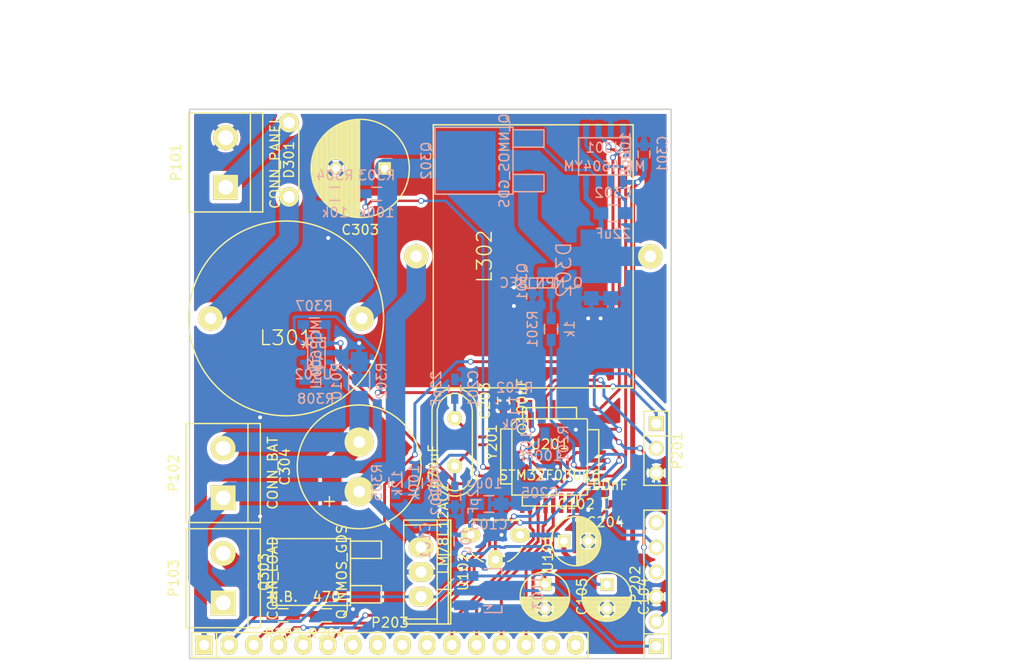
<source format=kicad_pcb>
(kicad_pcb (version 4) (host pcbnew 4.0.2-stable)

  (general
    (links 108)
    (no_connects 0)
    (area 18.339999 15.799999 68.020001 72.465001)
    (thickness 1.6)
    (drawings 8)
    (tracks 466)
    (zones 0)
    (modules 46)
    (nets 52)
  )

  (page A4)
  (layers
    (0 F.Cu signal)
    (31 B.Cu signal)
    (32 B.Adhes user)
    (33 F.Adhes user)
    (34 B.Paste user)
    (35 F.Paste user)
    (36 B.SilkS user)
    (37 F.SilkS user)
    (38 B.Mask user)
    (39 F.Mask user)
    (40 Dwgs.User user)
    (41 Cmts.User user)
    (42 Eco1.User user)
    (43 Eco2.User user)
    (44 Edge.Cuts user)
    (45 Margin user)
    (46 B.CrtYd user)
    (47 F.CrtYd user)
    (48 B.Fab user hide)
    (49 F.Fab user hide)
  )

  (setup
    (last_trace_width 0.3)
    (user_trace_width 0.5)
    (user_trace_width 1)
    (trace_clearance 0.2)
    (zone_clearance 0.4)
    (zone_45_only no)
    (trace_min 0.2)
    (segment_width 0.2)
    (edge_width 0.15)
    (via_size 0.6)
    (via_drill 0.4)
    (via_min_size 0.4)
    (via_min_drill 0.3)
    (uvia_size 0.3)
    (uvia_drill 0.1)
    (uvias_allowed no)
    (uvia_min_size 0.2)
    (uvia_min_drill 0.1)
    (pcb_text_width 0.3)
    (pcb_text_size 1.5 1.5)
    (mod_edge_width 0.15)
    (mod_text_size 1 1)
    (mod_text_width 0.15)
    (pad_size 2 2)
    (pad_drill 1.2)
    (pad_to_mask_clearance 0.2)
    (aux_axis_origin 0 0)
    (visible_elements FFFFFF7F)
    (pcbplotparams
      (layerselection 0x00030_80000001)
      (usegerberextensions false)
      (excludeedgelayer true)
      (linewidth 0.100000)
      (plotframeref false)
      (viasonmask false)
      (mode 1)
      (useauxorigin false)
      (hpglpennumber 1)
      (hpglpenspeed 20)
      (hpglpendiameter 15)
      (hpglpenoverlay 2)
      (psnegative false)
      (psa4output false)
      (plotreference true)
      (plotvalue true)
      (plotinvisibletext false)
      (padsonsilk false)
      (subtractmaskfromsilk false)
      (outputformat 1)
      (mirror false)
      (drillshape 1)
      (scaleselection 1)
      (outputdirectory ""))
  )

  (net 0 "")
  (net 1 +BATT)
  (net 2 GND)
  (net 3 +12V)
  (net 4 +5V)
  (net 5 +3V3)
  (net 6 "Net-(C201-Pad1)")
  (net 7 "Net-(C202-Pad1)")
  (net 8 "Net-(C302-Pad1)")
  (net 9 "Net-(C302-Pad2)")
  (net 10 "/Power Converter/VInDirect")
  (net 11 "/Power Converter/Bat-")
  (net 12 "Net-(D301-Pad1)")
  (net 13 "/Power Converter/Vpanel")
  (net 14 "/Power Converter/Load-")
  (net 15 /Mikrocontroller/UART_TX)
  (net 16 /Mikrocontroller/UART_RX)
  (net 17 /Mikrocontroller/SWCLK)
  (net 18 /Mikrocontroller/SWDIO)
  (net 19 /Mikrocontroller/RST_N)
  (net 20 "Net-(P202-Pad6)")
  (net 21 /Mikrocontroller/DISP_CONTRAST)
  (net 22 /Mikrocontroller/DISP_RS)
  (net 23 /Mikrocontroller/DISP_RW)
  (net 24 /Mikrocontroller/DISP_E)
  (net 25 "Net-(P203-Pad7)")
  (net 26 "Net-(P203-Pad8)")
  (net 27 "Net-(P203-Pad9)")
  (net 28 "Net-(P203-Pad10)")
  (net 29 /Mikrocontroller/DISP_D0)
  (net 30 /Mikrocontroller/DISP_D1)
  (net 31 /Mikrocontroller/DISP_D2)
  (net 32 /Mikrocontroller/DISP_D3)
  (net 33 "Net-(P203-Pad15)")
  (net 34 "Net-(P203-Pad16)")
  (net 35 "Net-(Q301-Pad1)")
  (net 36 "Net-(Q302-Pad1)")
  (net 37 "/Power Converter/LoadDrive")
  (net 38 "Net-(R202-Pad1)")
  (net 39 /Mikrocontroller/BootstrapPulse)
  (net 40 /Mikrocontroller/VInSense)
  (net 41 /Mikrocontroller/VOutSense)
  (net 42 /Mikrocontroller/CurrentSense)
  (net 43 "Net-(R307-Pad2)")
  (net 44 /Mikrocontroller/SW_on)
  (net 45 "Net-(U201-Pad28)")
  (net 46 "Net-(U201-Pad27)")
  (net 47 "Net-(U201-Pad26)")
  (net 48 /Mikrocontroller/LOAD_on)
  (net 49 "Net-(U201-Pad9)")
  (net 50 "Net-(U201-Pad14)")
  (net 51 "Net-(U201-Pad15)")

  (net_class Default "This is the default net class."
    (clearance 0.2)
    (trace_width 0.3)
    (via_dia 0.6)
    (via_drill 0.4)
    (uvia_dia 0.3)
    (uvia_drill 0.1)
    (add_net +12V)
    (add_net +3V3)
    (add_net +5V)
    (add_net /Mikrocontroller/BootstrapPulse)
    (add_net /Mikrocontroller/CurrentSense)
    (add_net /Mikrocontroller/DISP_CONTRAST)
    (add_net /Mikrocontroller/DISP_D0)
    (add_net /Mikrocontroller/DISP_D1)
    (add_net /Mikrocontroller/DISP_D2)
    (add_net /Mikrocontroller/DISP_D3)
    (add_net /Mikrocontroller/DISP_E)
    (add_net /Mikrocontroller/DISP_RS)
    (add_net /Mikrocontroller/DISP_RW)
    (add_net /Mikrocontroller/LOAD_on)
    (add_net /Mikrocontroller/RST_N)
    (add_net /Mikrocontroller/SWCLK)
    (add_net /Mikrocontroller/SWDIO)
    (add_net /Mikrocontroller/SW_on)
    (add_net /Mikrocontroller/UART_RX)
    (add_net /Mikrocontroller/UART_TX)
    (add_net /Mikrocontroller/VInSense)
    (add_net /Mikrocontroller/VOutSense)
    (add_net "/Power Converter/LoadDrive")
    (add_net GND)
    (add_net "Net-(C201-Pad1)")
    (add_net "Net-(C202-Pad1)")
    (add_net "Net-(C302-Pad1)")
    (add_net "Net-(P202-Pad6)")
    (add_net "Net-(P203-Pad10)")
    (add_net "Net-(P203-Pad15)")
    (add_net "Net-(P203-Pad16)")
    (add_net "Net-(P203-Pad7)")
    (add_net "Net-(P203-Pad8)")
    (add_net "Net-(P203-Pad9)")
    (add_net "Net-(Q301-Pad1)")
    (add_net "Net-(Q302-Pad1)")
    (add_net "Net-(R202-Pad1)")
    (add_net "Net-(R307-Pad2)")
    (add_net "Net-(U201-Pad14)")
    (add_net "Net-(U201-Pad15)")
    (add_net "Net-(U201-Pad26)")
    (add_net "Net-(U201-Pad27)")
    (add_net "Net-(U201-Pad28)")
    (add_net "Net-(U201-Pad9)")
  )

  (net_class Power ""
    (clearance 0.3)
    (trace_width 2)
    (via_dia 1)
    (via_drill 0.6)
    (uvia_dia 0.3)
    (uvia_drill 0.1)
    (add_net +BATT)
    (add_net "/Power Converter/Bat-")
    (add_net "/Power Converter/Load-")
    (add_net "/Power Converter/VInDirect")
    (add_net "/Power Converter/Vpanel")
    (add_net "Net-(C302-Pad2)")
    (add_net "Net-(D301-Pad1)")
  )

  (module Capacitors_SMD:C_0805_HandSoldering (layer B.Cu) (tedit 541A9B8D) (tstamp 576C3E1E)
    (at 45.085 60.305 270)
    (descr "Capacitor SMD 0805, hand soldering")
    (tags "capacitor 0805")
    (path /575C889D)
    (attr smd)
    (fp_text reference C101 (at 0 2.1 270) (layer B.SilkS)
      (effects (font (size 1 1) (thickness 0.15)) (justify mirror))
    )
    (fp_text value 10u (at 0 -2.1 270) (layer B.SilkS)
      (effects (font (size 1 1) (thickness 0.15)) (justify mirror))
    )
    (fp_line (start -2.3 1) (end 2.3 1) (layer B.CrtYd) (width 0.05))
    (fp_line (start -2.3 -1) (end 2.3 -1) (layer B.CrtYd) (width 0.05))
    (fp_line (start -2.3 1) (end -2.3 -1) (layer B.CrtYd) (width 0.05))
    (fp_line (start 2.3 1) (end 2.3 -1) (layer B.CrtYd) (width 0.05))
    (fp_line (start 0.5 0.85) (end -0.5 0.85) (layer B.SilkS) (width 0.15))
    (fp_line (start -0.5 -0.85) (end 0.5 -0.85) (layer B.SilkS) (width 0.15))
    (pad 1 smd rect (at -1.25 0 270) (size 1.5 1.25) (layers B.Cu B.Paste B.Mask)
      (net 1 +BATT))
    (pad 2 smd rect (at 1.25 0 270) (size 1.5 1.25) (layers B.Cu B.Paste B.Mask)
      (net 2 GND))
    (model Capacitors_SMD/C_0805_HandSoldering.wrl
      (at (xyz 0 0 0))
      (scale (xyz 1 1 1))
      (rotate (xyz 0 0 0))
    )
  )

  (module Capacitors_SMD:C_0805_HandSoldering (layer B.Cu) (tedit 541A9B8D) (tstamp 576C3E2A)
    (at 49.51 56.515)
    (descr "Capacitor SMD 0805, hand soldering")
    (tags "capacitor 0805")
    (path /5761FA3A)
    (attr smd)
    (fp_text reference C103 (at 0 2.1) (layer B.SilkS)
      (effects (font (size 1 1) (thickness 0.15)) (justify mirror))
    )
    (fp_text value 10u (at 0 -2.1) (layer B.SilkS)
      (effects (font (size 1 1) (thickness 0.15)) (justify mirror))
    )
    (fp_line (start -2.3 1) (end 2.3 1) (layer B.CrtYd) (width 0.05))
    (fp_line (start -2.3 -1) (end 2.3 -1) (layer B.CrtYd) (width 0.05))
    (fp_line (start -2.3 1) (end -2.3 -1) (layer B.CrtYd) (width 0.05))
    (fp_line (start 2.3 1) (end 2.3 -1) (layer B.CrtYd) (width 0.05))
    (fp_line (start 0.5 0.85) (end -0.5 0.85) (layer B.SilkS) (width 0.15))
    (fp_line (start -0.5 -0.85) (end 0.5 -0.85) (layer B.SilkS) (width 0.15))
    (pad 1 smd rect (at -1.25 0) (size 1.5 1.25) (layers B.Cu B.Paste B.Mask)
      (net 1 +BATT))
    (pad 2 smd rect (at 1.25 0) (size 1.5 1.25) (layers B.Cu B.Paste B.Mask)
      (net 2 GND))
    (model Capacitors_SMD/C_0805_HandSoldering.wrl
      (at (xyz 0 0 0))
      (scale (xyz 1 1 1))
      (rotate (xyz 0 0 0))
    )
  )

  (module Capacitors_SMD:C_0603_HandSoldering (layer B.Cu) (tedit 541A9B4D) (tstamp 576C3E3C)
    (at 46 44.68 90)
    (descr "Capacitor SMD 0603, hand soldering")
    (tags "capacitor 0603")
    (path /5761A543/5761C5EC)
    (attr smd)
    (fp_text reference C201 (at 0 1.9 90) (layer B.SilkS)
      (effects (font (size 1 1) (thickness 0.15)) (justify mirror))
    )
    (fp_text value 22pF (at 0 -1.9 90) (layer B.SilkS)
      (effects (font (size 1 1) (thickness 0.15)) (justify mirror))
    )
    (fp_line (start -1.85 0.75) (end 1.85 0.75) (layer B.CrtYd) (width 0.05))
    (fp_line (start -1.85 -0.75) (end 1.85 -0.75) (layer B.CrtYd) (width 0.05))
    (fp_line (start -1.85 0.75) (end -1.85 -0.75) (layer B.CrtYd) (width 0.05))
    (fp_line (start 1.85 0.75) (end 1.85 -0.75) (layer B.CrtYd) (width 0.05))
    (fp_line (start -0.35 0.6) (end 0.35 0.6) (layer B.SilkS) (width 0.15))
    (fp_line (start 0.35 -0.6) (end -0.35 -0.6) (layer B.SilkS) (width 0.15))
    (pad 1 smd rect (at -0.95 0 90) (size 1.2 0.75) (layers B.Cu B.Paste B.Mask)
      (net 6 "Net-(C201-Pad1)"))
    (pad 2 smd rect (at 0.95 0 90) (size 1.2 0.75) (layers B.Cu B.Paste B.Mask)
      (net 2 GND))
    (model Capacitors_SMD/C_0603_HandSoldering.wrl
      (at (xyz 0 0 0))
      (scale (xyz 1 1 1))
      (rotate (xyz 0 0 0))
    )
  )

  (module Capacitors_SMD:C_0603_HandSoldering (layer B.Cu) (tedit 541A9B4D) (tstamp 576C3E42)
    (at 46 55.78 270)
    (descr "Capacitor SMD 0603, hand soldering")
    (tags "capacitor 0603")
    (path /5761A543/5761C689)
    (attr smd)
    (fp_text reference C202 (at 0 1.9 270) (layer B.SilkS)
      (effects (font (size 1 1) (thickness 0.15)) (justify mirror))
    )
    (fp_text value 22pF (at 0 -1.9 270) (layer B.SilkS)
      (effects (font (size 1 1) (thickness 0.15)) (justify mirror))
    )
    (fp_line (start -1.85 0.75) (end 1.85 0.75) (layer B.CrtYd) (width 0.05))
    (fp_line (start -1.85 -0.75) (end 1.85 -0.75) (layer B.CrtYd) (width 0.05))
    (fp_line (start -1.85 0.75) (end -1.85 -0.75) (layer B.CrtYd) (width 0.05))
    (fp_line (start 1.85 0.75) (end 1.85 -0.75) (layer B.CrtYd) (width 0.05))
    (fp_line (start -0.35 0.6) (end 0.35 0.6) (layer B.SilkS) (width 0.15))
    (fp_line (start 0.35 -0.6) (end -0.35 -0.6) (layer B.SilkS) (width 0.15))
    (pad 1 smd rect (at -0.95 0 270) (size 1.2 0.75) (layers B.Cu B.Paste B.Mask)
      (net 7 "Net-(C202-Pad1)"))
    (pad 2 smd rect (at 0.95 0 270) (size 1.2 0.75) (layers B.Cu B.Paste B.Mask)
      (net 2 GND))
    (model Capacitors_SMD/C_0603_HandSoldering.wrl
      (at (xyz 0 0 0))
      (scale (xyz 1 1 1))
      (rotate (xyz 0 0 0))
    )
  )

  (module Capacitors_SMD:C_0603_HandSoldering (layer F.Cu) (tedit 541A9B4D) (tstamp 576C3E48)
    (at 51 45.93 90)
    (descr "Capacitor SMD 0603, hand soldering")
    (tags "capacitor 0603")
    (path /5761A543/5761AD6C)
    (attr smd)
    (fp_text reference C203 (at 0 -1.9 90) (layer F.SilkS)
      (effects (font (size 1 1) (thickness 0.15)))
    )
    (fp_text value 100nF (at 0 1.9 90) (layer F.SilkS)
      (effects (font (size 1 1) (thickness 0.15)))
    )
    (fp_line (start -1.85 -0.75) (end 1.85 -0.75) (layer F.CrtYd) (width 0.05))
    (fp_line (start -1.85 0.75) (end 1.85 0.75) (layer F.CrtYd) (width 0.05))
    (fp_line (start -1.85 -0.75) (end -1.85 0.75) (layer F.CrtYd) (width 0.05))
    (fp_line (start 1.85 -0.75) (end 1.85 0.75) (layer F.CrtYd) (width 0.05))
    (fp_line (start -0.35 -0.6) (end 0.35 -0.6) (layer F.SilkS) (width 0.15))
    (fp_line (start 0.35 0.6) (end -0.35 0.6) (layer F.SilkS) (width 0.15))
    (pad 1 smd rect (at -0.95 0 90) (size 1.2 0.75) (layers F.Cu F.Paste F.Mask)
      (net 5 +3V3))
    (pad 2 smd rect (at 0.95 0 90) (size 1.2 0.75) (layers F.Cu F.Paste F.Mask)
      (net 2 GND))
    (model Capacitors_SMD/C_0603_HandSoldering.wrl
      (at (xyz 0 0 0))
      (scale (xyz 1 1 1))
      (rotate (xyz 0 0 0))
    )
  )

  (module Capacitors_SMD:C_0603_HandSoldering (layer F.Cu) (tedit 541A9B4D) (tstamp 576C3E4E)
    (at 61.45 56.48 180)
    (descr "Capacitor SMD 0603, hand soldering")
    (tags "capacitor 0603")
    (path /5761A543/5761ADD1)
    (attr smd)
    (fp_text reference C204 (at 0 -1.9 180) (layer F.SilkS)
      (effects (font (size 1 1) (thickness 0.15)))
    )
    (fp_text value 100nF (at 0 1.9 180) (layer F.SilkS)
      (effects (font (size 1 1) (thickness 0.15)))
    )
    (fp_line (start -1.85 -0.75) (end 1.85 -0.75) (layer F.CrtYd) (width 0.05))
    (fp_line (start -1.85 0.75) (end 1.85 0.75) (layer F.CrtYd) (width 0.05))
    (fp_line (start -1.85 -0.75) (end -1.85 0.75) (layer F.CrtYd) (width 0.05))
    (fp_line (start 1.85 -0.75) (end 1.85 0.75) (layer F.CrtYd) (width 0.05))
    (fp_line (start -0.35 -0.6) (end 0.35 -0.6) (layer F.SilkS) (width 0.15))
    (fp_line (start 0.35 0.6) (end -0.35 0.6) (layer F.SilkS) (width 0.15))
    (pad 1 smd rect (at -0.95 0 180) (size 1.2 0.75) (layers F.Cu F.Paste F.Mask)
      (net 5 +3V3))
    (pad 2 smd rect (at 0.95 0 180) (size 1.2 0.75) (layers F.Cu F.Paste F.Mask)
      (net 2 GND))
    (model Capacitors_SMD/C_0603_HandSoldering.wrl
      (at (xyz 0 0 0))
      (scale (xyz 1 1 1))
      (rotate (xyz 0 0 0))
    )
  )

  (module Capacitors_SMD:C_0603_HandSoldering (layer B.Cu) (tedit 541A9B4D) (tstamp 576C3E54)
    (at 54.7 53.48)
    (descr "Capacitor SMD 0603, hand soldering")
    (tags "capacitor 0603")
    (path /5761A543/5761ADF4)
    (attr smd)
    (fp_text reference C205 (at 0 1.9) (layer B.SilkS)
      (effects (font (size 1 1) (thickness 0.15)) (justify mirror))
    )
    (fp_text value 100nF (at 0 -1.9) (layer B.SilkS)
      (effects (font (size 1 1) (thickness 0.15)) (justify mirror))
    )
    (fp_line (start -1.85 0.75) (end 1.85 0.75) (layer B.CrtYd) (width 0.05))
    (fp_line (start -1.85 -0.75) (end 1.85 -0.75) (layer B.CrtYd) (width 0.05))
    (fp_line (start -1.85 0.75) (end -1.85 -0.75) (layer B.CrtYd) (width 0.05))
    (fp_line (start 1.85 0.75) (end 1.85 -0.75) (layer B.CrtYd) (width 0.05))
    (fp_line (start -0.35 0.6) (end 0.35 0.6) (layer B.SilkS) (width 0.15))
    (fp_line (start 0.35 -0.6) (end -0.35 -0.6) (layer B.SilkS) (width 0.15))
    (pad 1 smd rect (at -0.95 0) (size 1.2 0.75) (layers B.Cu B.Paste B.Mask)
      (net 5 +3V3))
    (pad 2 smd rect (at 0.95 0) (size 1.2 0.75) (layers B.Cu B.Paste B.Mask)
      (net 2 GND))
    (model Capacitors_SMD/C_0603_HandSoldering.wrl
      (at (xyz 0 0 0))
      (scale (xyz 1 1 1))
      (rotate (xyz 0 0 0))
    )
  )

  (module Capacitors_SMD:C_0603_HandSoldering (layer B.Cu) (tedit 541A9B4D) (tstamp 576C3E5A)
    (at 65.405 20.635 90)
    (descr "Capacitor SMD 0603, hand soldering")
    (tags "capacitor 0603")
    (path /575B1260/575B423F)
    (attr smd)
    (fp_text reference C301 (at 0 1.9 90) (layer B.SilkS)
      (effects (font (size 1 1) (thickness 0.15)) (justify mirror))
    )
    (fp_text value 100nF (at 0 -1.9 90) (layer B.SilkS)
      (effects (font (size 1 1) (thickness 0.15)) (justify mirror))
    )
    (fp_line (start -1.85 0.75) (end 1.85 0.75) (layer B.CrtYd) (width 0.05))
    (fp_line (start -1.85 -0.75) (end 1.85 -0.75) (layer B.CrtYd) (width 0.05))
    (fp_line (start -1.85 0.75) (end -1.85 -0.75) (layer B.CrtYd) (width 0.05))
    (fp_line (start 1.85 0.75) (end 1.85 -0.75) (layer B.CrtYd) (width 0.05))
    (fp_line (start -0.35 0.6) (end 0.35 0.6) (layer B.SilkS) (width 0.15))
    (fp_line (start 0.35 -0.6) (end -0.35 -0.6) (layer B.SilkS) (width 0.15))
    (pad 1 smd rect (at -0.95 0 90) (size 1.2 0.75) (layers B.Cu B.Paste B.Mask)
      (net 3 +12V))
    (pad 2 smd rect (at 0.95 0 90) (size 1.2 0.75) (layers B.Cu B.Paste B.Mask)
      (net 2 GND))
    (model Capacitors_SMD/C_0603_HandSoldering.wrl
      (at (xyz 0 0 0))
      (scale (xyz 1 1 1))
      (rotate (xyz 0 0 0))
    )
  )

  (module Capacitors_SMD:C_0805_HandSoldering (layer B.Cu) (tedit 541A9B8D) (tstamp 576C3E60)
    (at 62.25 26.67 180)
    (descr "Capacitor SMD 0805, hand soldering")
    (tags "capacitor 0805")
    (path /575B1260/575B40E6)
    (attr smd)
    (fp_text reference C302 (at 0 2.1 180) (layer B.SilkS)
      (effects (font (size 1 1) (thickness 0.15)) (justify mirror))
    )
    (fp_text value 22uF (at 0 -2.1 180) (layer B.SilkS)
      (effects (font (size 1 1) (thickness 0.15)) (justify mirror))
    )
    (fp_line (start -2.3 1) (end 2.3 1) (layer B.CrtYd) (width 0.05))
    (fp_line (start -2.3 -1) (end 2.3 -1) (layer B.CrtYd) (width 0.05))
    (fp_line (start -2.3 1) (end -2.3 -1) (layer B.CrtYd) (width 0.05))
    (fp_line (start 2.3 1) (end 2.3 -1) (layer B.CrtYd) (width 0.05))
    (fp_line (start 0.5 0.85) (end -0.5 0.85) (layer B.SilkS) (width 0.15))
    (fp_line (start -0.5 -0.85) (end 0.5 -0.85) (layer B.SilkS) (width 0.15))
    (pad 1 smd rect (at -1.25 0 180) (size 1.5 1.25) (layers B.Cu B.Paste B.Mask)
      (net 8 "Net-(C302-Pad1)"))
    (pad 2 smd rect (at 1.25 0 180) (size 1.5 1.25) (layers B.Cu B.Paste B.Mask)
      (net 9 "Net-(C302-Pad2)"))
    (model Capacitors_SMD/C_0805_HandSoldering.wrl
      (at (xyz 0 0 0))
      (scale (xyz 1 1 1))
      (rotate (xyz 0 0 0))
    )
  )

  (module Capacitors_Elko_ThroughHole:Elko_vert_25x12.5mm_RM5 (layer F.Cu) (tedit 5454A482) (tstamp 576C3E6C)
    (at 36.195 55.245 90)
    (descr "Electrolytic Capacitor, vertical, diameter 12,5mm, RM 5mm")
    (tags "Electrolytic Capacitor, vertical, diameter 12,5mm, RM 5mm, Elko, Electrolytkondensator, Kondensator gepolt, Durchmesser 12,5mm")
    (path /575B1260/575B159B)
    (fp_text reference C304 (at 2.54 -7.62 90) (layer F.SilkS)
      (effects (font (size 1 1) (thickness 0.15)))
    )
    (fp_text value 470uF (at 2.54 7.62 90) (layer F.SilkS)
      (effects (font (size 1 1) (thickness 0.15)))
    )
    (fp_line (start -1.016 -3.556) (end -1.016 -2.54) (layer F.SilkS) (width 0.15))
    (fp_line (start -1.524 -3.048) (end -0.508 -3.048) (layer F.SilkS) (width 0.15))
    (fp_line (start -1.016 -3.556) (end -1.016 -2.54) (layer F.Cu) (width 0.15))
    (fp_line (start -1.524 -3.048) (end -0.508 -3.048) (layer F.Cu) (width 0.15))
    (fp_circle (center 2.54 0) (end 8.89 0) (layer F.SilkS) (width 0.15))
    (pad 2 thru_hole circle (at 5.08 0 90) (size 2.99974 2.99974) (drill 1.19888) (layers *.Cu *.Mask F.SilkS)
      (net 11 "/Power Converter/Bat-"))
    (pad 1 thru_hole circle (at 0 0 90) (size 2.99974 2.99974) (drill 1.19888) (layers *.Cu *.Mask F.SilkS)
      (net 1 +BATT))
    (model Capacitors_Elko_ThroughHole/Elko_vert_25x12.5mm_RM5.wrl
      (at (xyz 0 0 0))
      (scale (xyz 1 1 1))
      (rotate (xyz 0 0 0))
    )
  )

  (module TO-SMD:TO-277 (layer B.Cu) (tedit 576C373F) (tstamp 576C3E79)
    (at 61 32.494594 90)
    (path /575B1260/576C4566)
    (fp_text reference D302 (at 0 -3.81 90) (layer B.SilkS)
      (effects (font (size 1.5 1.5) (thickness 0.15)) (justify mirror))
    )
    (fp_text value SCH-TO-277 (at 0 3.81 90) (layer B.Fab)
      (effects (font (size 1.5 1.5) (thickness 0.15)) (justify mirror))
    )
    (pad 3 smd rect (at 1.4 0 90) (size 5.5 4.2) (layers B.Cu B.Paste B.Mask)
      (net 9 "Net-(C302-Pad2)"))
    (pad 1 smd rect (at -2.9 -0.985 90) (size 1.45 1.5) (layers B.Cu B.Paste B.Mask)
      (net 2 GND))
    (pad 2 smd rect (at -2.9 0.985 90) (size 1.45 1.5) (layers B.Cu B.Paste B.Mask)
      (net 2 GND))
  )

  (module PowerInductors:LPV2023-101KL (layer F.Cu) (tedit 576C3AC7) (tstamp 576C3E7F)
    (at 28.705 37.465)
    (path /575B1260/575B1760)
    (fp_text reference L301 (at 0 2) (layer F.SilkS)
      (effects (font (size 1.5 1.5) (thickness 0.15)))
    )
    (fp_text value 100uH (at 0 -3) (layer F.Fab)
      (effects (font (size 1.5 1.5) (thickness 0.15)))
    )
    (fp_circle (center 0 0) (end 10 0) (layer F.SilkS) (width 0.15))
    (pad 1 thru_hole circle (at 7.75 0) (size 2.5 2.5) (drill 1.2) (layers *.Cu *.Mask F.SilkS)
      (net 10 "/Power Converter/VInDirect"))
    (pad 2 thru_hole circle (at -7.75 0) (size 2.5 2.5) (drill 1.2) (layers *.Cu *.Mask F.SilkS)
      (net 12 "Net-(D301-Pad1)"))
  )

  (module PowerInductors:CustomCore_27x20.5mm (layer F.Cu) (tedit 576C3CF2) (tstamp 576C3E85)
    (at 54.048306 31.094594 90)
    (path /575B1260/575B1308)
    (fp_text reference L302 (at 0 -5 90) (layer F.SilkS)
      (effects (font (size 1.5 1.5) (thickness 0.15)))
    )
    (fp_text value 1mH (at 0 5 90) (layer F.Fab)
      (effects (font (size 1.5 1.5) (thickness 0.15)))
    )
    (fp_line (start -13.5 -10.25) (end -13.5 10.25) (layer F.SilkS) (width 0.15))
    (fp_line (start 13.5 -10.25) (end -13.5 -10.25) (layer F.SilkS) (width 0.15))
    (fp_line (start 13.5 10.25) (end 13.5 -10.25) (layer F.SilkS) (width 0.15))
    (fp_line (start -13.5 10.25) (end 13.5 10.25) (layer F.SilkS) (width 0.15))
    (pad 1 thru_hole circle (at 0 -12 90) (size 2.5 2.5) (drill 1.2) (layers *.Cu *.Mask F.SilkS)
      (net 1 +BATT))
    (pad 2 thru_hole circle (at 0 12 90) (size 2.5 2.5) (drill 1.2) (layers *.Cu *.Mask F.SilkS)
      (net 9 "Net-(C302-Pad2)"))
  )

  (module Connect:bornier2 (layer F.Cu) (tedit 0) (tstamp 576C3E8B)
    (at 22.5 21.46 90)
    (descr "Bornier d'alimentation 2 pins")
    (tags DEV)
    (path /5761A72F)
    (fp_text reference P101 (at 0 -5.08 90) (layer F.SilkS)
      (effects (font (size 1 1) (thickness 0.15)))
    )
    (fp_text value CONN_PANEL (at 0 5.08 90) (layer F.SilkS)
      (effects (font (size 1 1) (thickness 0.15)))
    )
    (fp_line (start 5.08 2.54) (end -5.08 2.54) (layer F.SilkS) (width 0.15))
    (fp_line (start 5.08 3.81) (end 5.08 -3.81) (layer F.SilkS) (width 0.15))
    (fp_line (start 5.08 -3.81) (end -5.08 -3.81) (layer F.SilkS) (width 0.15))
    (fp_line (start -5.08 -3.81) (end -5.08 3.81) (layer F.SilkS) (width 0.15))
    (fp_line (start -5.08 3.81) (end 5.08 3.81) (layer F.SilkS) (width 0.15))
    (pad 1 thru_hole rect (at -2.54 0 90) (size 2.54 2.54) (drill 1.524) (layers *.Cu *.Mask F.SilkS)
      (net 13 "/Power Converter/Vpanel"))
    (pad 2 thru_hole circle (at 2.54 0 90) (size 2.54 2.54) (drill 1.524) (layers *.Cu *.Mask F.SilkS)
      (net 2 GND))
    (model Connect/bornier2.wrl
      (at (xyz 0 0 0))
      (scale (xyz 1 1 1))
      (rotate (xyz 0 0 0))
    )
  )

  (module Connect:bornier2 (layer F.Cu) (tedit 0) (tstamp 576C3E91)
    (at 22.25 53.34 90)
    (descr "Bornier d'alimentation 2 pins")
    (tags DEV)
    (path /575C825E)
    (fp_text reference P102 (at 0 -5.08 90) (layer F.SilkS)
      (effects (font (size 1 1) (thickness 0.15)))
    )
    (fp_text value CONN_BAT (at 0 5.08 90) (layer F.SilkS)
      (effects (font (size 1 1) (thickness 0.15)))
    )
    (fp_line (start 5.08 2.54) (end -5.08 2.54) (layer F.SilkS) (width 0.15))
    (fp_line (start 5.08 3.81) (end 5.08 -3.81) (layer F.SilkS) (width 0.15))
    (fp_line (start 5.08 -3.81) (end -5.08 -3.81) (layer F.SilkS) (width 0.15))
    (fp_line (start -5.08 -3.81) (end -5.08 3.81) (layer F.SilkS) (width 0.15))
    (fp_line (start -5.08 3.81) (end 5.08 3.81) (layer F.SilkS) (width 0.15))
    (pad 1 thru_hole rect (at -2.54 0 90) (size 2.54 2.54) (drill 1.524) (layers *.Cu *.Mask F.SilkS)
      (net 1 +BATT))
    (pad 2 thru_hole circle (at 2.54 0 90) (size 2.54 2.54) (drill 1.524) (layers *.Cu *.Mask F.SilkS)
      (net 11 "/Power Converter/Bat-"))
    (model Connect/bornier2.wrl
      (at (xyz 0 0 0))
      (scale (xyz 1 1 1))
      (rotate (xyz 0 0 0))
    )
  )

  (module Connect:bornier2 (layer F.Cu) (tedit 0) (tstamp 576C3E97)
    (at 22.25 64.135 90)
    (descr "Bornier d'alimentation 2 pins")
    (tags DEV)
    (path /5769D6B5)
    (fp_text reference P103 (at 0 -5.08 90) (layer F.SilkS)
      (effects (font (size 1 1) (thickness 0.15)))
    )
    (fp_text value CONN_LOAD (at 0 5.08 90) (layer F.SilkS)
      (effects (font (size 1 1) (thickness 0.15)))
    )
    (fp_line (start 5.08 2.54) (end -5.08 2.54) (layer F.SilkS) (width 0.15))
    (fp_line (start 5.08 3.81) (end 5.08 -3.81) (layer F.SilkS) (width 0.15))
    (fp_line (start 5.08 -3.81) (end -5.08 -3.81) (layer F.SilkS) (width 0.15))
    (fp_line (start -5.08 -3.81) (end -5.08 3.81) (layer F.SilkS) (width 0.15))
    (fp_line (start -5.08 3.81) (end 5.08 3.81) (layer F.SilkS) (width 0.15))
    (pad 1 thru_hole rect (at -2.54 0 90) (size 2.54 2.54) (drill 1.524) (layers *.Cu *.Mask F.SilkS)
      (net 1 +BATT))
    (pad 2 thru_hole circle (at 2.54 0 90) (size 2.54 2.54) (drill 1.524) (layers *.Cu *.Mask F.SilkS)
      (net 14 "/Power Converter/Load-"))
    (model Connect/bornier2.wrl
      (at (xyz 0 0 0))
      (scale (xyz 1 1 1))
      (rotate (xyz 0 0 0))
    )
  )

  (module Pin_Arrays:pin_array_1x03 (layer F.Cu) (tedit 0) (tstamp 576C3E9E)
    (at 66.675 50.8 270)
    (descr "Connecteur 3 pins")
    (tags "CONN DEV")
    (path /5761A543/5761CA19)
    (fp_text reference P201 (at 0.254 -2.159 270) (layer F.SilkS)
      (effects (font (size 1 1) (thickness 0.15)))
    )
    (fp_text value CONN_UART (at 0 -2.159 270) (layer F.SilkS) hide
      (effects (font (size 1 1) (thickness 0.15)))
    )
    (fp_line (start -3.81 1.27) (end -3.81 -1.27) (layer F.SilkS) (width 0.15))
    (fp_line (start -3.81 -1.27) (end 3.81 -1.27) (layer F.SilkS) (width 0.15))
    (fp_line (start 3.81 -1.27) (end 3.81 1.27) (layer F.SilkS) (width 0.15))
    (fp_line (start 3.81 1.27) (end -3.81 1.27) (layer F.SilkS) (width 0.15))
    (fp_line (start -1.27 -1.27) (end -1.27 1.27) (layer F.SilkS) (width 0.15))
    (pad 1 thru_hole rect (at -2.54 0 270) (size 1.524 1.524) (drill 1.016) (layers *.Cu *.Mask F.SilkS)
      (net 15 /Mikrocontroller/UART_TX))
    (pad 2 thru_hole circle (at 0 0 270) (size 1.524 1.524) (drill 1.016) (layers *.Cu *.Mask F.SilkS)
      (net 16 /Mikrocontroller/UART_RX))
    (pad 3 thru_hole circle (at 2.54 0 270) (size 1.524 1.524) (drill 1.016) (layers *.Cu *.Mask F.SilkS)
      (net 2 GND))
    (model Pin_Arrays/pin_array_1x03.wrl
      (at (xyz 0 0 0))
      (scale (xyz 1 1 1))
      (rotate (xyz 0 0 0))
    )
  )

  (module Pin_Arrays:pin_array_1x06 (layer F.Cu) (tedit 0) (tstamp 576C3EA8)
    (at 66.675 64.77 90)
    (descr "Connecteur 6 pins")
    (tags "CONN DEV")
    (path /5761A543/5761B5EA)
    (fp_text reference P202 (at 0 -2.159 90) (layer F.SilkS)
      (effects (font (size 1 1) (thickness 0.15)))
    )
    (fp_text value CONN_SWD (at 0 2.159 90) (layer F.SilkS) hide
      (effects (font (size 1 1) (thickness 0.15)))
    )
    (fp_line (start -7.62 1.27) (end -7.62 -1.27) (layer F.SilkS) (width 0.15))
    (fp_line (start -7.62 -1.27) (end 7.62 -1.27) (layer F.SilkS) (width 0.15))
    (fp_line (start 7.62 -1.27) (end 7.62 1.27) (layer F.SilkS) (width 0.15))
    (fp_line (start 7.62 1.27) (end -7.62 1.27) (layer F.SilkS) (width 0.15))
    (fp_line (start -5.08 1.27) (end -5.08 -1.27) (layer F.SilkS) (width 0.15))
    (pad 1 thru_hole rect (at -6.35 0 90) (size 1.524 1.524) (drill 1.016) (layers *.Cu *.Mask F.SilkS)
      (net 5 +3V3))
    (pad 2 thru_hole circle (at -3.81 0 90) (size 1.524 1.524) (drill 1.016) (layers *.Cu *.Mask F.SilkS)
      (net 17 /Mikrocontroller/SWCLK))
    (pad 3 thru_hole circle (at -1.27 0 90) (size 1.524 1.524) (drill 1.016) (layers *.Cu *.Mask F.SilkS)
      (net 2 GND))
    (pad 4 thru_hole circle (at 1.27 0 90) (size 1.524 1.524) (drill 1.016) (layers *.Cu *.Mask F.SilkS)
      (net 18 /Mikrocontroller/SWDIO))
    (pad 5 thru_hole circle (at 3.81 0 90) (size 1.524 1.524) (drill 1.016) (layers *.Cu *.Mask F.SilkS)
      (net 19 /Mikrocontroller/RST_N))
    (pad 6 thru_hole circle (at 6.35 0 90) (size 1.524 1.524) (drill 1.016) (layers *.Cu *.Mask F.SilkS)
      (net 20 "Net-(P202-Pad6)"))
    (model Pin_Arrays/pin_array_1x06.wrl
      (at (xyz 0 0 0))
      (scale (xyz 1 1 1))
      (rotate (xyz 0 0 0))
    )
  )

  (module Pin_Headers:Pin_Header_Straight_1x16 (layer F.Cu) (tedit 0) (tstamp 576C3EBC)
    (at 39.35 70.98)
    (descr "Through hole pin header")
    (tags "pin header")
    (path /5761A543/5769C283)
    (fp_text reference P203 (at 0 -2.286) (layer F.SilkS)
      (effects (font (size 1 1) (thickness 0.15)))
    )
    (fp_text value CONN_DISP (at 0 0) (layer F.SilkS) hide
      (effects (font (size 1 1) (thickness 0.15)))
    )
    (fp_line (start -17.78 1.27) (end 20.32 1.27) (layer F.SilkS) (width 0.15))
    (fp_line (start 20.32 1.27) (end 20.32 -1.27) (layer F.SilkS) (width 0.15))
    (fp_line (start 20.32 -1.27) (end -17.78 -1.27) (layer F.SilkS) (width 0.15))
    (fp_line (start -20.32 -1.27) (end -17.78 -1.27) (layer F.SilkS) (width 0.15))
    (fp_line (start -17.78 -1.27) (end -17.78 1.27) (layer F.SilkS) (width 0.15))
    (fp_line (start -20.32 -1.27) (end -20.32 1.27) (layer F.SilkS) (width 0.15))
    (fp_line (start -20.32 1.27) (end -17.78 1.27) (layer F.SilkS) (width 0.15))
    (pad 1 thru_hole rect (at -19.05 0) (size 1.7272 2.032) (drill 1.016) (layers *.Cu *.Mask F.SilkS)
      (net 2 GND))
    (pad 2 thru_hole oval (at -16.51 0) (size 1.7272 2.032) (drill 1.016) (layers *.Cu *.Mask F.SilkS)
      (net 4 +5V))
    (pad 3 thru_hole oval (at -13.97 0) (size 1.7272 2.032) (drill 1.016) (layers *.Cu *.Mask F.SilkS)
      (net 21 /Mikrocontroller/DISP_CONTRAST))
    (pad 4 thru_hole oval (at -11.43 0) (size 1.7272 2.032) (drill 1.016) (layers *.Cu *.Mask F.SilkS)
      (net 22 /Mikrocontroller/DISP_RS))
    (pad 5 thru_hole oval (at -8.89 0) (size 1.7272 2.032) (drill 1.016) (layers *.Cu *.Mask F.SilkS)
      (net 23 /Mikrocontroller/DISP_RW))
    (pad 6 thru_hole oval (at -6.35 0) (size 1.7272 2.032) (drill 1.016) (layers *.Cu *.Mask F.SilkS)
      (net 24 /Mikrocontroller/DISP_E))
    (pad 7 thru_hole oval (at -3.81 0) (size 1.7272 2.032) (drill 1.016) (layers *.Cu *.Mask F.SilkS)
      (net 25 "Net-(P203-Pad7)"))
    (pad 8 thru_hole oval (at -1.27 0) (size 1.7272 2.032) (drill 1.016) (layers *.Cu *.Mask F.SilkS)
      (net 26 "Net-(P203-Pad8)"))
    (pad 9 thru_hole oval (at 1.27 0) (size 1.7272 2.032) (drill 1.016) (layers *.Cu *.Mask F.SilkS)
      (net 27 "Net-(P203-Pad9)"))
    (pad 10 thru_hole oval (at 3.81 0) (size 1.7272 2.032) (drill 1.016) (layers *.Cu *.Mask F.SilkS)
      (net 28 "Net-(P203-Pad10)"))
    (pad 11 thru_hole oval (at 6.35 0) (size 1.7272 2.032) (drill 1.016) (layers *.Cu *.Mask F.SilkS)
      (net 29 /Mikrocontroller/DISP_D0))
    (pad 12 thru_hole oval (at 8.89 0) (size 1.7272 2.032) (drill 1.016) (layers *.Cu *.Mask F.SilkS)
      (net 30 /Mikrocontroller/DISP_D1))
    (pad 13 thru_hole oval (at 11.43 0) (size 1.7272 2.032) (drill 1.016) (layers *.Cu *.Mask F.SilkS)
      (net 31 /Mikrocontroller/DISP_D2))
    (pad 14 thru_hole oval (at 13.97 0) (size 1.7272 2.032) (drill 1.016) (layers *.Cu *.Mask F.SilkS)
      (net 32 /Mikrocontroller/DISP_D3))
    (pad 15 thru_hole oval (at 16.51 0) (size 1.7272 2.032) (drill 1.016) (layers *.Cu *.Mask F.SilkS)
      (net 33 "Net-(P203-Pad15)"))
    (pad 16 thru_hole oval (at 19.05 0) (size 1.7272 2.032) (drill 1.016) (layers *.Cu *.Mask F.SilkS)
      (net 34 "Net-(P203-Pad16)"))
    (model Pin_Headers/Pin_Header_Straight_1x16.wrl
      (at (xyz 0 0 0))
      (scale (xyz 1 1 1))
      (rotate (xyz 0 0 0))
    )
  )

  (module SMD_Packages:SOT-23 (layer B.Cu) (tedit 0) (tstamp 576C3EC3)
    (at 54.9275 33.82518 180)
    (tags SOT23)
    (path /575B1260/576AFC6F)
    (fp_text reference Q301 (at 1.99898 0.09906 450) (layer B.SilkS)
      (effects (font (size 1 1) (thickness 0.15)) (justify mirror))
    )
    (fp_text value Q_NPN_BEC (at 0.0635 0 180) (layer B.SilkS)
      (effects (font (size 1 1) (thickness 0.15)) (justify mirror))
    )
    (fp_circle (center -1.17602 -0.35052) (end -1.30048 -0.44958) (layer B.SilkS) (width 0.15))
    (fp_line (start 1.27 0.508) (end 1.27 -0.508) (layer B.SilkS) (width 0.15))
    (fp_line (start -1.3335 0.508) (end -1.3335 -0.508) (layer B.SilkS) (width 0.15))
    (fp_line (start 1.27 -0.508) (end -1.3335 -0.508) (layer B.SilkS) (width 0.15))
    (fp_line (start -1.3335 0.508) (end 1.27 0.508) (layer B.SilkS) (width 0.15))
    (pad 3 smd rect (at 0 1.09982 180) (size 0.8001 1.00076) (layers B.Cu B.Paste B.Mask)
      (net 9 "Net-(C302-Pad2)"))
    (pad 2 smd rect (at 0.9525 -1.09982 180) (size 0.8001 1.00076) (layers B.Cu B.Paste B.Mask)
      (net 2 GND))
    (pad 1 smd rect (at -0.9525 -1.09982 180) (size 0.8001 1.00076) (layers B.Cu B.Paste B.Mask)
      (net 35 "Net-(Q301-Pad1)"))
    (model SMD_Packages/SOT-23.wrl
      (at (xyz 0 0 0))
      (scale (xyz 0.4 0.4 0.4))
      (rotate (xyz 0 0 180))
    )
  )

  (module SMD_Packages:DPAK-2 (layer B.Cu) (tedit 0) (tstamp 576C3ECA)
    (at 53.5 21.286 270)
    (descr "MOS boitier DPACK G-D-S")
    (tags "CMD DPACK")
    (path /575B1260/575B16B6)
    (attr smd)
    (fp_text reference Q302 (at 0 10.414 270) (layer B.SilkS)
      (effects (font (size 1 1) (thickness 0.15)) (justify mirror))
    )
    (fp_text value Q_NMOS_GDS (at 0 2.413 270) (layer B.SilkS)
      (effects (font (size 1 1) (thickness 0.15)) (justify mirror))
    )
    (fp_line (start 1.397 1.524) (end 1.397 -1.651) (layer B.SilkS) (width 0.15))
    (fp_line (start 1.397 -1.651) (end 3.175 -1.651) (layer B.SilkS) (width 0.15))
    (fp_line (start 3.175 -1.651) (end 3.175 1.524) (layer B.SilkS) (width 0.15))
    (fp_line (start -3.175 1.524) (end -3.175 -1.651) (layer B.SilkS) (width 0.15))
    (fp_line (start -3.175 -1.651) (end -1.397 -1.651) (layer B.SilkS) (width 0.15))
    (fp_line (start -1.397 -1.651) (end -1.397 1.524) (layer B.SilkS) (width 0.15))
    (fp_line (start 3.429 7.62) (end 3.429 1.524) (layer B.SilkS) (width 0.15))
    (fp_line (start 3.429 1.524) (end -3.429 1.524) (layer B.SilkS) (width 0.15))
    (fp_line (start -3.429 1.524) (end -3.429 9.398) (layer B.SilkS) (width 0.15))
    (fp_line (start -3.429 9.525) (end 3.429 9.525) (layer B.SilkS) (width 0.15))
    (fp_line (start 3.429 9.398) (end 3.429 7.62) (layer B.SilkS) (width 0.15))
    (pad 1 smd rect (at -2.286 0 270) (size 1.651 3.048) (layers B.Cu B.Paste B.Mask)
      (net 36 "Net-(Q302-Pad1)"))
    (pad 2 smd rect (at 0 6.35 270) (size 6.096 6.096) (layers B.Cu B.Paste B.Mask)
      (net 10 "/Power Converter/VInDirect"))
    (pad 3 smd rect (at 2.286 0 270) (size 1.651 3.048) (layers B.Cu B.Paste B.Mask)
      (net 9 "Net-(C302-Pad2)"))
    (model SMD_Packages/DPAK-2.wrl
      (at (xyz 0 0 0))
      (scale (xyz 1 1 1))
      (rotate (xyz 0 0 0))
    )
  )

  (module SMD_Packages:DPAK-2 (layer F.Cu) (tedit 0) (tstamp 576C3ED1)
    (at 36.83 63.5 90)
    (descr "MOS boitier DPACK G-D-S")
    (tags "CMD DPACK")
    (path /575B1260/5769CC83)
    (attr smd)
    (fp_text reference Q303 (at 0 -10.414 90) (layer F.SilkS)
      (effects (font (size 1 1) (thickness 0.15)))
    )
    (fp_text value Q_NMOS_GDS (at 0 -2.413 90) (layer F.SilkS)
      (effects (font (size 1 1) (thickness 0.15)))
    )
    (fp_line (start 1.397 -1.524) (end 1.397 1.651) (layer F.SilkS) (width 0.15))
    (fp_line (start 1.397 1.651) (end 3.175 1.651) (layer F.SilkS) (width 0.15))
    (fp_line (start 3.175 1.651) (end 3.175 -1.524) (layer F.SilkS) (width 0.15))
    (fp_line (start -3.175 -1.524) (end -3.175 1.651) (layer F.SilkS) (width 0.15))
    (fp_line (start -3.175 1.651) (end -1.397 1.651) (layer F.SilkS) (width 0.15))
    (fp_line (start -1.397 1.651) (end -1.397 -1.524) (layer F.SilkS) (width 0.15))
    (fp_line (start 3.429 -7.62) (end 3.429 -1.524) (layer F.SilkS) (width 0.15))
    (fp_line (start 3.429 -1.524) (end -3.429 -1.524) (layer F.SilkS) (width 0.15))
    (fp_line (start -3.429 -1.524) (end -3.429 -9.398) (layer F.SilkS) (width 0.15))
    (fp_line (start -3.429 -9.525) (end 3.429 -9.525) (layer F.SilkS) (width 0.15))
    (fp_line (start 3.429 -9.398) (end 3.429 -7.62) (layer F.SilkS) (width 0.15))
    (pad 1 smd rect (at -2.286 0 90) (size 1.651 3.048) (layers F.Cu F.Paste F.Mask)
      (net 37 "/Power Converter/LoadDrive"))
    (pad 2 smd rect (at 0 -6.35 90) (size 6.096 6.096) (layers F.Cu F.Paste F.Mask)
      (net 14 "/Power Converter/Load-"))
    (pad 3 smd rect (at 2.286 0 90) (size 1.651 3.048) (layers F.Cu F.Paste F.Mask)
      (net 11 "/Power Converter/Bat-"))
    (model SMD_Packages/DPAK-2.wrl
      (at (xyz 0 0 0))
      (scale (xyz 1 1 1))
      (rotate (xyz 0 0 0))
    )
  )

  (module Resistors_SMD:R_0603_HandSoldering (layer B.Cu) (tedit 5418A00F) (tstamp 576C3ED7)
    (at 55.245 50.335 90)
    (descr "Resistor SMD 0603, hand soldering")
    (tags "resistor 0603")
    (path /5761A543/5761B9EF)
    (attr smd)
    (fp_text reference R201 (at 0 1.9 90) (layer B.SilkS)
      (effects (font (size 1 1) (thickness 0.15)) (justify mirror))
    )
    (fp_text value 10k (at 0 -1.9 90) (layer B.SilkS)
      (effects (font (size 1 1) (thickness 0.15)) (justify mirror))
    )
    (fp_line (start -2 0.8) (end 2 0.8) (layer B.CrtYd) (width 0.05))
    (fp_line (start -2 -0.8) (end 2 -0.8) (layer B.CrtYd) (width 0.05))
    (fp_line (start -2 0.8) (end -2 -0.8) (layer B.CrtYd) (width 0.05))
    (fp_line (start 2 0.8) (end 2 -0.8) (layer B.CrtYd) (width 0.05))
    (fp_line (start 0.5 -0.675) (end -0.5 -0.675) (layer B.SilkS) (width 0.15))
    (fp_line (start -0.5 0.675) (end 0.5 0.675) (layer B.SilkS) (width 0.15))
    (pad 1 smd rect (at -1.1 0 90) (size 1.2 0.9) (layers B.Cu B.Paste B.Mask)
      (net 5 +3V3))
    (pad 2 smd rect (at 1.1 0 90) (size 1.2 0.9) (layers B.Cu B.Paste B.Mask)
      (net 19 /Mikrocontroller/RST_N))
    (model Resistors_SMD/R_0603_HandSoldering.wrl
      (at (xyz 0 0 0))
      (scale (xyz 1 1 1))
      (rotate (xyz 0 0 0))
    )
  )

  (module Resistors_SMD:R_0603_HandSoldering (layer B.Cu) (tedit 5418A00F) (tstamp 576C3EDD)
    (at 52.15 46.48 180)
    (descr "Resistor SMD 0603, hand soldering")
    (tags "resistor 0603")
    (path /5761A543/5761C479)
    (attr smd)
    (fp_text reference R202 (at 0 1.9 180) (layer B.SilkS)
      (effects (font (size 1 1) (thickness 0.15)) (justify mirror))
    )
    (fp_text value 10k (at 0 -1.9 180) (layer B.SilkS)
      (effects (font (size 1 1) (thickness 0.15)) (justify mirror))
    )
    (fp_line (start -2 0.8) (end 2 0.8) (layer B.CrtYd) (width 0.05))
    (fp_line (start -2 -0.8) (end 2 -0.8) (layer B.CrtYd) (width 0.05))
    (fp_line (start -2 0.8) (end -2 -0.8) (layer B.CrtYd) (width 0.05))
    (fp_line (start 2 0.8) (end 2 -0.8) (layer B.CrtYd) (width 0.05))
    (fp_line (start 0.5 -0.675) (end -0.5 -0.675) (layer B.SilkS) (width 0.15))
    (fp_line (start -0.5 0.675) (end 0.5 0.675) (layer B.SilkS) (width 0.15))
    (pad 1 smd rect (at -1.1 0 180) (size 1.2 0.9) (layers B.Cu B.Paste B.Mask)
      (net 38 "Net-(R202-Pad1)"))
    (pad 2 smd rect (at 1.1 0 180) (size 1.2 0.9) (layers B.Cu B.Paste B.Mask)
      (net 2 GND))
    (model Resistors_SMD/R_0603_HandSoldering.wrl
      (at (xyz 0 0 0))
      (scale (xyz 1 1 1))
      (rotate (xyz 0 0 0))
    )
  )

  (module Resistors_SMD:R_0603_HandSoldering (layer F.Cu) (tedit 5418A00F) (tstamp 576C3EE3)
    (at 28.405 67.945 180)
    (descr "Resistor SMD 0603, hand soldering")
    (tags "resistor 0603")
    (path /5761A543/5769B472)
    (attr smd)
    (fp_text reference R203 (at 0 -1.9 180) (layer F.SilkS)
      (effects (font (size 1 1) (thickness 0.15)))
    )
    (fp_text value N.B. (at 0 1.9 180) (layer F.SilkS)
      (effects (font (size 1 1) (thickness 0.15)))
    )
    (fp_line (start -2 -0.8) (end 2 -0.8) (layer F.CrtYd) (width 0.05))
    (fp_line (start -2 0.8) (end 2 0.8) (layer F.CrtYd) (width 0.05))
    (fp_line (start -2 -0.8) (end -2 0.8) (layer F.CrtYd) (width 0.05))
    (fp_line (start 2 -0.8) (end 2 0.8) (layer F.CrtYd) (width 0.05))
    (fp_line (start 0.5 0.675) (end -0.5 0.675) (layer F.SilkS) (width 0.15))
    (fp_line (start -0.5 -0.675) (end 0.5 -0.675) (layer F.SilkS) (width 0.15))
    (pad 1 smd rect (at -1.1 0 180) (size 1.2 0.9) (layers F.Cu F.Paste F.Mask)
      (net 21 /Mikrocontroller/DISP_CONTRAST))
    (pad 2 smd rect (at 1.1 0 180) (size 1.2 0.9) (layers F.Cu F.Paste F.Mask)
      (net 4 +5V))
    (model Resistors_SMD/R_0603_HandSoldering.wrl
      (at (xyz 0 0 0))
      (scale (xyz 1 1 1))
      (rotate (xyz 0 0 0))
    )
  )

  (module Resistors_SMD:R_0603_HandSoldering (layer F.Cu) (tedit 5418A00F) (tstamp 576C3EE9)
    (at 32.85 67.945 180)
    (descr "Resistor SMD 0603, hand soldering")
    (tags "resistor 0603")
    (path /5761A543/5769B5EC)
    (attr smd)
    (fp_text reference R204 (at 0 -1.9 180) (layer F.SilkS)
      (effects (font (size 1 1) (thickness 0.15)))
    )
    (fp_text value 470 (at 0 1.9 180) (layer F.SilkS)
      (effects (font (size 1 1) (thickness 0.15)))
    )
    (fp_line (start -2 -0.8) (end 2 -0.8) (layer F.CrtYd) (width 0.05))
    (fp_line (start -2 0.8) (end 2 0.8) (layer F.CrtYd) (width 0.05))
    (fp_line (start -2 -0.8) (end -2 0.8) (layer F.CrtYd) (width 0.05))
    (fp_line (start 2 -0.8) (end 2 0.8) (layer F.CrtYd) (width 0.05))
    (fp_line (start 0.5 0.675) (end -0.5 0.675) (layer F.SilkS) (width 0.15))
    (fp_line (start -0.5 -0.675) (end 0.5 -0.675) (layer F.SilkS) (width 0.15))
    (pad 1 smd rect (at -1.1 0 180) (size 1.2 0.9) (layers F.Cu F.Paste F.Mask)
      (net 2 GND))
    (pad 2 smd rect (at 1.1 0 180) (size 1.2 0.9) (layers F.Cu F.Paste F.Mask)
      (net 21 /Mikrocontroller/DISP_CONTRAST))
    (model Resistors_SMD/R_0603_HandSoldering.wrl
      (at (xyz 0 0 0))
      (scale (xyz 1 1 1))
      (rotate (xyz 0 0 0))
    )
  )

  (module Resistors_SMD:R_0603_HandSoldering (layer B.Cu) (tedit 5418A00F) (tstamp 576C3EEF)
    (at 55.88 38.565 270)
    (descr "Resistor SMD 0603, hand soldering")
    (tags "resistor 0603")
    (path /575B1260/575DD02D)
    (attr smd)
    (fp_text reference R301 (at 0 1.9 270) (layer B.SilkS)
      (effects (font (size 1 1) (thickness 0.15)) (justify mirror))
    )
    (fp_text value 1k (at 0 -1.9 270) (layer B.SilkS)
      (effects (font (size 1 1) (thickness 0.15)) (justify mirror))
    )
    (fp_line (start -2 0.8) (end 2 0.8) (layer B.CrtYd) (width 0.05))
    (fp_line (start -2 -0.8) (end 2 -0.8) (layer B.CrtYd) (width 0.05))
    (fp_line (start -2 0.8) (end -2 -0.8) (layer B.CrtYd) (width 0.05))
    (fp_line (start 2 0.8) (end 2 -0.8) (layer B.CrtYd) (width 0.05))
    (fp_line (start 0.5 -0.675) (end -0.5 -0.675) (layer B.SilkS) (width 0.15))
    (fp_line (start -0.5 0.675) (end 0.5 0.675) (layer B.SilkS) (width 0.15))
    (pad 1 smd rect (at -1.1 0 270) (size 1.2 0.9) (layers B.Cu B.Paste B.Mask)
      (net 35 "Net-(Q301-Pad1)"))
    (pad 2 smd rect (at 1.1 0 270) (size 1.2 0.9) (layers B.Cu B.Paste B.Mask)
      (net 39 /Mikrocontroller/BootstrapPulse))
    (model Resistors_SMD/R_0603_HandSoldering.wrl
      (at (xyz 0 0 0))
      (scale (xyz 1 1 1))
      (rotate (xyz 0 0 0))
    )
  )

  (module Resistors_SMD:R_1206_HandSoldering (layer B.Cu) (tedit 5418A20D) (tstamp 576C3EF5)
    (at 36.195 43.91 90)
    (descr "Resistor SMD 1206, hand soldering")
    (tags "resistor 1206")
    (path /575B1260/575B14F1)
    (attr smd)
    (fp_text reference R302 (at 0 2.3 90) (layer B.SilkS)
      (effects (font (size 1 1) (thickness 0.15)) (justify mirror))
    )
    (fp_text value R010 (at 0 -2.3 90) (layer B.SilkS)
      (effects (font (size 1 1) (thickness 0.15)) (justify mirror))
    )
    (fp_line (start -3.3 1.2) (end 3.3 1.2) (layer B.CrtYd) (width 0.05))
    (fp_line (start -3.3 -1.2) (end 3.3 -1.2) (layer B.CrtYd) (width 0.05))
    (fp_line (start -3.3 1.2) (end -3.3 -1.2) (layer B.CrtYd) (width 0.05))
    (fp_line (start 3.3 1.2) (end 3.3 -1.2) (layer B.CrtYd) (width 0.05))
    (fp_line (start 1 -1.075) (end -1 -1.075) (layer B.SilkS) (width 0.15))
    (fp_line (start -1 1.075) (end 1 1.075) (layer B.SilkS) (width 0.15))
    (pad 1 smd rect (at -2 0 90) (size 2 1.7) (layers B.Cu B.Paste B.Mask)
      (net 11 "/Power Converter/Bat-"))
    (pad 2 smd rect (at 2 0 90) (size 2 1.7) (layers B.Cu B.Paste B.Mask)
      (net 2 GND))
    (model Resistors_SMD/R_1206_HandSoldering.wrl
      (at (xyz 0 0 0))
      (scale (xyz 1 1 1))
      (rotate (xyz 0 0 0))
    )
  )

  (module Resistors_SMD:R_0603_HandSoldering (layer B.Cu) (tedit 5418A00F) (tstamp 576C3EFB)
    (at 37.979466 24.681678 180)
    (descr "Resistor SMD 0603, hand soldering")
    (tags "resistor 0603")
    (path /575B1260/575B25FD)
    (attr smd)
    (fp_text reference R303 (at 0 1.9 180) (layer B.SilkS)
      (effects (font (size 1 1) (thickness 0.15)) (justify mirror))
    )
    (fp_text value 100k (at 0 -1.9 180) (layer B.SilkS)
      (effects (font (size 1 1) (thickness 0.15)) (justify mirror))
    )
    (fp_line (start -2 0.8) (end 2 0.8) (layer B.CrtYd) (width 0.05))
    (fp_line (start -2 -0.8) (end 2 -0.8) (layer B.CrtYd) (width 0.05))
    (fp_line (start -2 0.8) (end -2 -0.8) (layer B.CrtYd) (width 0.05))
    (fp_line (start 2 0.8) (end 2 -0.8) (layer B.CrtYd) (width 0.05))
    (fp_line (start 0.5 -0.675) (end -0.5 -0.675) (layer B.SilkS) (width 0.15))
    (fp_line (start -0.5 0.675) (end 0.5 0.675) (layer B.SilkS) (width 0.15))
    (pad 1 smd rect (at -1.1 0 180) (size 1.2 0.9) (layers B.Cu B.Paste B.Mask)
      (net 10 "/Power Converter/VInDirect"))
    (pad 2 smd rect (at 1.1 0 180) (size 1.2 0.9) (layers B.Cu B.Paste B.Mask)
      (net 40 /Mikrocontroller/VInSense))
    (model Resistors_SMD/R_0603_HandSoldering.wrl
      (at (xyz 0 0 0))
      (scale (xyz 1 1 1))
      (rotate (xyz 0 0 0))
    )
  )

  (module Resistors_SMD:R_0603_HandSoldering (layer B.Cu) (tedit 5418A00F) (tstamp 576C3F01)
    (at 33.704466 24.681678 180)
    (descr "Resistor SMD 0603, hand soldering")
    (tags "resistor 0603")
    (path /575B1260/575B26C0)
    (attr smd)
    (fp_text reference R304 (at 0 1.9 180) (layer B.SilkS)
      (effects (font (size 1 1) (thickness 0.15)) (justify mirror))
    )
    (fp_text value 10k (at 0 -1.9 180) (layer B.SilkS)
      (effects (font (size 1 1) (thickness 0.15)) (justify mirror))
    )
    (fp_line (start -2 0.8) (end 2 0.8) (layer B.CrtYd) (width 0.05))
    (fp_line (start -2 -0.8) (end 2 -0.8) (layer B.CrtYd) (width 0.05))
    (fp_line (start -2 0.8) (end -2 -0.8) (layer B.CrtYd) (width 0.05))
    (fp_line (start 2 0.8) (end 2 -0.8) (layer B.CrtYd) (width 0.05))
    (fp_line (start 0.5 -0.675) (end -0.5 -0.675) (layer B.SilkS) (width 0.15))
    (fp_line (start -0.5 0.675) (end 0.5 0.675) (layer B.SilkS) (width 0.15))
    (pad 1 smd rect (at -1.1 0 180) (size 1.2 0.9) (layers B.Cu B.Paste B.Mask)
      (net 40 /Mikrocontroller/VInSense))
    (pad 2 smd rect (at 1.1 0 180) (size 1.2 0.9) (layers B.Cu B.Paste B.Mask)
      (net 2 GND))
    (model Resistors_SMD/R_0603_HandSoldering.wrl
      (at (xyz 0 0 0))
      (scale (xyz 1 1 1))
      (rotate (xyz 0 0 0))
    )
  )

  (module Resistors_SMD:R_0603_HandSoldering (layer B.Cu) (tedit 5418A00F) (tstamp 576C3F07)
    (at 39.924664 54.315222 270)
    (descr "Resistor SMD 0603, hand soldering")
    (tags "resistor 0603")
    (path /575B1260/575B31F0)
    (attr smd)
    (fp_text reference R305 (at 0 1.9 270) (layer B.SilkS)
      (effects (font (size 1 1) (thickness 0.15)) (justify mirror))
    )
    (fp_text value 100k (at 0 -1.9 270) (layer B.SilkS)
      (effects (font (size 1 1) (thickness 0.15)) (justify mirror))
    )
    (fp_line (start -2 0.8) (end 2 0.8) (layer B.CrtYd) (width 0.05))
    (fp_line (start -2 -0.8) (end 2 -0.8) (layer B.CrtYd) (width 0.05))
    (fp_line (start -2 0.8) (end -2 -0.8) (layer B.CrtYd) (width 0.05))
    (fp_line (start 2 0.8) (end 2 -0.8) (layer B.CrtYd) (width 0.05))
    (fp_line (start 0.5 -0.675) (end -0.5 -0.675) (layer B.SilkS) (width 0.15))
    (fp_line (start -0.5 0.675) (end 0.5 0.675) (layer B.SilkS) (width 0.15))
    (pad 1 smd rect (at -1.1 0 270) (size 1.2 0.9) (layers B.Cu B.Paste B.Mask)
      (net 1 +BATT))
    (pad 2 smd rect (at 1.1 0 270) (size 1.2 0.9) (layers B.Cu B.Paste B.Mask)
      (net 41 /Mikrocontroller/VOutSense))
    (model Resistors_SMD/R_0603_HandSoldering.wrl
      (at (xyz 0 0 0))
      (scale (xyz 1 1 1))
      (rotate (xyz 0 0 0))
    )
  )

  (module Resistors_SMD:R_0603_HandSoldering (layer B.Cu) (tedit 5418A00F) (tstamp 576C3F0D)
    (at 42 54.38 90)
    (descr "Resistor SMD 0603, hand soldering")
    (tags "resistor 0603")
    (path /575B1260/575B318A)
    (attr smd)
    (fp_text reference R306 (at 0 1.9 90) (layer B.SilkS)
      (effects (font (size 1 1) (thickness 0.15)) (justify mirror))
    )
    (fp_text value 12k (at 0 -1.9 90) (layer B.SilkS)
      (effects (font (size 1 1) (thickness 0.15)) (justify mirror))
    )
    (fp_line (start -2 0.8) (end 2 0.8) (layer B.CrtYd) (width 0.05))
    (fp_line (start -2 -0.8) (end 2 -0.8) (layer B.CrtYd) (width 0.05))
    (fp_line (start -2 0.8) (end -2 -0.8) (layer B.CrtYd) (width 0.05))
    (fp_line (start 2 0.8) (end 2 -0.8) (layer B.CrtYd) (width 0.05))
    (fp_line (start 0.5 -0.675) (end -0.5 -0.675) (layer B.SilkS) (width 0.15))
    (fp_line (start -0.5 0.675) (end 0.5 0.675) (layer B.SilkS) (width 0.15))
    (pad 1 smd rect (at -1.1 0 90) (size 1.2 0.9) (layers B.Cu B.Paste B.Mask)
      (net 41 /Mikrocontroller/VOutSense))
    (pad 2 smd rect (at 1.1 0 90) (size 1.2 0.9) (layers B.Cu B.Paste B.Mask)
      (net 2 GND))
    (model Resistors_SMD/R_0603_HandSoldering.wrl
      (at (xyz 0 0 0))
      (scale (xyz 1 1 1))
      (rotate (xyz 0 0 0))
    )
  )

  (module Resistors_SMD:R_0603_HandSoldering (layer B.Cu) (tedit 5418A00F) (tstamp 576C3F13)
    (at 31.58 38.1 180)
    (descr "Resistor SMD 0603, hand soldering")
    (tags "resistor 0603")
    (path /575B1260/575B5038)
    (attr smd)
    (fp_text reference R307 (at 0 1.9 180) (layer B.SilkS)
      (effects (font (size 1 1) (thickness 0.15)) (justify mirror))
    )
    (fp_text value 33k (at 0 -1.9 180) (layer B.SilkS)
      (effects (font (size 1 1) (thickness 0.15)) (justify mirror))
    )
    (fp_line (start -2 0.8) (end 2 0.8) (layer B.CrtYd) (width 0.05))
    (fp_line (start -2 -0.8) (end 2 -0.8) (layer B.CrtYd) (width 0.05))
    (fp_line (start -2 0.8) (end -2 -0.8) (layer B.CrtYd) (width 0.05))
    (fp_line (start 2 0.8) (end 2 -0.8) (layer B.CrtYd) (width 0.05))
    (fp_line (start 0.5 -0.675) (end -0.5 -0.675) (layer B.SilkS) (width 0.15))
    (fp_line (start -0.5 0.675) (end 0.5 0.675) (layer B.SilkS) (width 0.15))
    (pad 1 smd rect (at -1.1 0 180) (size 1.2 0.9) (layers B.Cu B.Paste B.Mask)
      (net 42 /Mikrocontroller/CurrentSense))
    (pad 2 smd rect (at 1.1 0 180) (size 1.2 0.9) (layers B.Cu B.Paste B.Mask)
      (net 43 "Net-(R307-Pad2)"))
    (model Resistors_SMD/R_0603_HandSoldering.wrl
      (at (xyz 0 0 0))
      (scale (xyz 1 1 1))
      (rotate (xyz 0 0 0))
    )
  )

  (module Resistors_SMD:R_0603_HandSoldering (layer B.Cu) (tedit 5418A00F) (tstamp 576C3F19)
    (at 31.75 43.815)
    (descr "Resistor SMD 0603, hand soldering")
    (tags "resistor 0603")
    (path /575B1260/575B50AB)
    (attr smd)
    (fp_text reference R308 (at 0 1.9) (layer B.SilkS)
      (effects (font (size 1 1) (thickness 0.15)) (justify mirror))
    )
    (fp_text value 1k (at 0 -1.9) (layer B.SilkS)
      (effects (font (size 1 1) (thickness 0.15)) (justify mirror))
    )
    (fp_line (start -2 0.8) (end 2 0.8) (layer B.CrtYd) (width 0.05))
    (fp_line (start -2 -0.8) (end 2 -0.8) (layer B.CrtYd) (width 0.05))
    (fp_line (start -2 0.8) (end -2 -0.8) (layer B.CrtYd) (width 0.05))
    (fp_line (start 2 0.8) (end 2 -0.8) (layer B.CrtYd) (width 0.05))
    (fp_line (start 0.5 -0.675) (end -0.5 -0.675) (layer B.SilkS) (width 0.15))
    (fp_line (start -0.5 0.675) (end 0.5 0.675) (layer B.SilkS) (width 0.15))
    (pad 1 smd rect (at -1.1 0) (size 1.2 0.9) (layers B.Cu B.Paste B.Mask)
      (net 43 "Net-(R307-Pad2)"))
    (pad 2 smd rect (at 1.1 0) (size 1.2 0.9) (layers B.Cu B.Paste B.Mask)
      (net 2 GND))
    (model Resistors_SMD/R_0603_HandSoldering.wrl
      (at (xyz 0 0 0))
      (scale (xyz 1 1 1))
      (rotate (xyz 0 0 0))
    )
  )

  (module Housings_TO-92:TO-92-Free-molded-wide-oval (layer F.Cu) (tedit 0) (tstamp 576C3F20)
    (at 50.165 59.69 270)
    (descr "TO-92 allgemein free molded wide oval drill 0,8mm")
    (tags "TO-92 allgemein free molded wide oval drill 0,8mm")
    (path /575C88BC)
    (fp_text reference U101 (at 1.8415 -5.3975 270) (layer F.SilkS)
      (effects (font (size 1 1) (thickness 0.15)))
    )
    (fp_text value LM78L12ACZ (at -0.635 5.334 270) (layer F.SilkS)
      (effects (font (size 1 1) (thickness 0.15)))
    )
    (fp_line (start -1.524 2.413) (end -1.27 2.667) (layer F.SilkS) (width 0.15))
    (fp_line (start 1.3589 2.7178) (end 1.2319 2.7813) (layer F.SilkS) (width 0.15))
    (fp_line (start 1.4986 -2.6035) (end 1.2446 -2.7432) (layer F.SilkS) (width 0.15))
    (fp_line (start 1.2446 -2.7432) (end 1.2446 -2.6924) (layer F.SilkS) (width 0.15))
    (fp_line (start 2.6289 1.5367) (end 2.7305 1.3081) (layer F.SilkS) (width 0.15))
    (fp_line (start 2.7305 1.3081) (end 2.7559 1.2319) (layer F.SilkS) (width 0.15))
    (fp_line (start 2.6543 -1.4605) (end 2.7432 -1.2446) (layer F.SilkS) (width 0.15))
    (fp_line (start 2.6035 1.524) (end 2.3495 1.905) (layer F.SilkS) (width 0.15))
    (fp_line (start 2.3495 1.905) (end 2.032 2.286) (layer F.SilkS) (width 0.15))
    (fp_line (start 2.032 2.286) (end 1.651 2.54) (layer F.SilkS) (width 0.15))
    (fp_line (start 1.651 2.54) (end 1.3335 2.7305) (layer F.SilkS) (width 0.15))
    (fp_line (start -1.524 -2.413) (end -1.2065 -2.6035) (layer F.SilkS) (width 0.15))
    (fp_line (start 1.524 -2.6035) (end 1.7145 -2.4765) (layer F.SilkS) (width 0.15))
    (fp_line (start 1.7145 -2.4765) (end 1.9685 -2.286) (layer F.SilkS) (width 0.15))
    (fp_line (start 1.9685 -2.286) (end 2.3495 -1.905) (layer F.SilkS) (width 0.15))
    (fp_line (start 2.3495 -1.905) (end 2.667 -1.4605) (layer F.SilkS) (width 0.15))
    (fp_line (start -1.524 0) (end -1.524 2.413) (layer F.SilkS) (width 0.15))
    (fp_line (start -1.524 0) (end -1.524 -2.413) (layer F.SilkS) (width 0.15))
    (pad 2 thru_hole oval (at 2.54 0 270) (size 1.99898 1.50114) (drill 0.8001) (layers *.Cu *.Mask F.SilkS)
      (net 2 GND))
    (pad 1 thru_hole oval (at 0 -2.54 270) (size 1.50114 1.99898) (drill 0.8001) (layers *.Cu *.Mask F.SilkS)
      (net 3 +12V))
    (pad 3 thru_hole oval (at 0 2.54 270) (size 1.50114 1.99898) (drill 0.8001) (layers *.Cu *.Mask F.SilkS)
      (net 1 +BATT))
  )

  (module Power_Integrations:TO-220 (layer F.Cu) (tedit 0) (tstamp 576C3F27)
    (at 42.545 63.5 270)
    (descr "Non Isolated JEDEC TO-220 Package")
    (tags "Power Integration YN Package")
    (path /5761F664)
    (fp_text reference U102 (at 0 -4.318 270) (layer F.SilkS)
      (effects (font (size 1 1) (thickness 0.15)))
    )
    (fp_text value LM7805CT (at 0 -4.318 270) (layer F.SilkS) hide
      (effects (font (size 1 1) (thickness 0.15)))
    )
    (fp_line (start 4.826 -1.651) (end 4.826 1.778) (layer F.SilkS) (width 0.15))
    (fp_line (start -4.826 -1.651) (end -4.826 1.778) (layer F.SilkS) (width 0.15))
    (fp_line (start 5.334 -2.794) (end -5.334 -2.794) (layer F.SilkS) (width 0.15))
    (fp_line (start 1.778 -1.778) (end 1.778 -3.048) (layer F.SilkS) (width 0.15))
    (fp_line (start -1.778 -1.778) (end -1.778 -3.048) (layer F.SilkS) (width 0.15))
    (fp_line (start -5.334 -1.651) (end 5.334 -1.651) (layer F.SilkS) (width 0.15))
    (fp_line (start 5.334 1.778) (end -5.334 1.778) (layer F.SilkS) (width 0.15))
    (fp_line (start -5.334 -3.048) (end -5.334 1.778) (layer F.SilkS) (width 0.15))
    (fp_line (start 5.334 -3.048) (end 5.334 1.778) (layer F.SilkS) (width 0.15))
    (fp_line (start 5.334 -3.048) (end -5.334 -3.048) (layer F.SilkS) (width 0.15))
    (pad 2 thru_hole oval (at 0 0 270) (size 2.032 2.54) (drill 1.143) (layers *.Cu *.Mask F.SilkS)
      (net 2 GND))
    (pad 3 thru_hole oval (at 2.54 0 270) (size 2.032 2.54) (drill 1.143) (layers *.Cu *.Mask F.SilkS)
      (net 4 +5V))
    (pad 1 thru_hole oval (at -2.54 0 270) (size 2.032 2.54) (drill 1.143) (layers *.Cu *.Mask F.SilkS)
      (net 1 +BATT))
  )

  (module SMD_Packages:TQFP-32 (layer F.Cu) (tedit 0) (tstamp 576C3F53)
    (at 55.7502 51.6618)
    (path /5761A543/5761A64E)
    (fp_text reference U201 (at 0 -1.27) (layer F.SilkS)
      (effects (font (size 1 1) (thickness 0.15)))
    )
    (fp_text value STM32F030K6 (at 0 1.905) (layer F.SilkS)
      (effects (font (size 1 1) (thickness 0.15)))
    )
    (fp_line (start 5.0292 2.7686) (end 3.8862 2.7686) (layer F.SilkS) (width 0.15))
    (fp_line (start 5.0292 -2.7686) (end 3.9116 -2.7686) (layer F.SilkS) (width 0.15))
    (fp_line (start 5.0292 2.7686) (end 5.0292 -2.7686) (layer F.SilkS) (width 0.15))
    (fp_line (start 2.794 3.9624) (end 2.794 5.0546) (layer F.SilkS) (width 0.15))
    (fp_line (start -2.8194 3.9878) (end -2.8194 5.0546) (layer F.SilkS) (width 0.15))
    (fp_line (start -2.8448 5.0546) (end 2.794 5.08) (layer F.SilkS) (width 0.15))
    (fp_line (start -2.794 -5.0292) (end 2.7178 -5.0546) (layer F.SilkS) (width 0.15))
    (fp_line (start -3.8862 -3.2766) (end -3.8862 3.9116) (layer F.SilkS) (width 0.15))
    (fp_line (start 2.7432 -5.0292) (end 2.7432 -3.9878) (layer F.SilkS) (width 0.15))
    (fp_line (start -3.2512 -3.8862) (end 3.81 -3.8862) (layer F.SilkS) (width 0.15))
    (fp_line (start 3.8608 3.937) (end 3.8608 -3.7846) (layer F.SilkS) (width 0.15))
    (fp_line (start -3.8862 3.937) (end 3.7338 3.937) (layer F.SilkS) (width 0.15))
    (fp_line (start -5.0292 -2.8448) (end -5.0292 2.794) (layer F.SilkS) (width 0.15))
    (fp_line (start -5.0292 2.794) (end -3.8862 2.794) (layer F.SilkS) (width 0.15))
    (fp_line (start -3.87604 -3.302) (end -3.29184 -3.8862) (layer F.SilkS) (width 0.15))
    (fp_line (start -5.02412 -2.8448) (end -3.87604 -2.8448) (layer F.SilkS) (width 0.15))
    (fp_line (start -2.794 -3.8862) (end -2.794 -5.03428) (layer F.SilkS) (width 0.15))
    (fp_circle (center -2.83972 -2.86004) (end -2.43332 -2.60604) (layer F.SilkS) (width 0.15))
    (pad 8 smd rect (at -4.81584 2.77622) (size 1.99898 0.44958) (layers F.Cu F.Paste F.Mask)
      (net 42 /Mikrocontroller/CurrentSense))
    (pad 7 smd rect (at -4.81584 1.97612) (size 1.99898 0.44958) (layers F.Cu F.Paste F.Mask)
      (net 41 /Mikrocontroller/VOutSense))
    (pad 6 smd rect (at -4.81584 1.17602) (size 1.99898 0.44958) (layers F.Cu F.Paste F.Mask)
      (net 40 /Mikrocontroller/VInSense))
    (pad 5 smd rect (at -4.81584 0.37592) (size 1.99898 0.44958) (layers F.Cu F.Paste F.Mask)
      (net 5 +3V3))
    (pad 4 smd rect (at -4.81584 -0.42418) (size 1.99898 0.44958) (layers F.Cu F.Paste F.Mask)
      (net 19 /Mikrocontroller/RST_N))
    (pad 3 smd rect (at -4.81584 -1.22428) (size 1.99898 0.44958) (layers F.Cu F.Paste F.Mask)
      (net 7 "Net-(C202-Pad1)"))
    (pad 2 smd rect (at -4.81584 -2.02438) (size 1.99898 0.44958) (layers F.Cu F.Paste F.Mask)
      (net 6 "Net-(C201-Pad1)"))
    (pad 1 smd rect (at -4.81584 -2.82448) (size 1.99898 0.44958) (layers F.Cu F.Paste F.Mask)
      (net 5 +3V3))
    (pad 24 smd rect (at 4.7498 -2.8194) (size 1.99898 0.44958) (layers F.Cu F.Paste F.Mask)
      (net 17 /Mikrocontroller/SWCLK))
    (pad 17 smd rect (at 4.7498 2.794) (size 1.99898 0.44958) (layers F.Cu F.Paste F.Mask)
      (net 5 +3V3))
    (pad 18 smd rect (at 4.7498 1.9812) (size 1.99898 0.44958) (layers F.Cu F.Paste F.Mask)
      (net 44 /Mikrocontroller/SW_on))
    (pad 19 smd rect (at 4.7498 1.1684) (size 1.99898 0.44958) (layers F.Cu F.Paste F.Mask)
      (net 39 /Mikrocontroller/BootstrapPulse))
    (pad 20 smd rect (at 4.7498 0.381) (size 1.99898 0.44958) (layers F.Cu F.Paste F.Mask)
      (net 24 /Mikrocontroller/DISP_E))
    (pad 21 smd rect (at 4.7498 -0.4318) (size 1.99898 0.44958) (layers F.Cu F.Paste F.Mask)
      (net 23 /Mikrocontroller/DISP_RW))
    (pad 22 smd rect (at 4.7498 -1.2192) (size 1.99898 0.44958) (layers F.Cu F.Paste F.Mask)
      (net 22 /Mikrocontroller/DISP_RS))
    (pad 23 smd rect (at 4.7498 -2.032) (size 1.99898 0.44958) (layers F.Cu F.Paste F.Mask)
      (net 18 /Mikrocontroller/SWDIO))
    (pad 32 smd rect (at -2.82448 -4.826) (size 0.44958 1.99898) (layers F.Cu F.Paste F.Mask)
      (net 2 GND))
    (pad 31 smd rect (at -2.02692 -4.826) (size 0.44958 1.99898) (layers F.Cu F.Paste F.Mask)
      (net 38 "Net-(R202-Pad1)"))
    (pad 30 smd rect (at -1.22428 -4.826) (size 0.44958 1.99898) (layers F.Cu F.Paste F.Mask)
      (net 16 /Mikrocontroller/UART_RX))
    (pad 29 smd rect (at -0.42672 -4.826) (size 0.44958 1.99898) (layers F.Cu F.Paste F.Mask)
      (net 15 /Mikrocontroller/UART_TX))
    (pad 28 smd rect (at 0.37592 -4.826) (size 0.44958 1.99898) (layers F.Cu F.Paste F.Mask)
      (net 45 "Net-(U201-Pad28)"))
    (pad 27 smd rect (at 1.17348 -4.826) (size 0.44958 1.99898) (layers F.Cu F.Paste F.Mask)
      (net 46 "Net-(U201-Pad27)"))
    (pad 26 smd rect (at 1.97612 -4.826) (size 0.44958 1.99898) (layers F.Cu F.Paste F.Mask)
      (net 47 "Net-(U201-Pad26)"))
    (pad 25 smd rect (at 2.77368 -4.826) (size 0.44958 1.99898) (layers F.Cu F.Paste F.Mask)
      (net 48 /Mikrocontroller/LOAD_on))
    (pad 9 smd rect (at -2.8194 4.7752) (size 0.44958 1.99898) (layers F.Cu F.Paste F.Mask)
      (net 49 "Net-(U201-Pad9)"))
    (pad 10 smd rect (at -2.032 4.7752) (size 0.44958 1.99898) (layers F.Cu F.Paste F.Mask)
      (net 29 /Mikrocontroller/DISP_D0))
    (pad 11 smd rect (at -1.2192 4.7752) (size 0.44958 1.99898) (layers F.Cu F.Paste F.Mask)
      (net 30 /Mikrocontroller/DISP_D1))
    (pad 12 smd rect (at -0.4318 4.7752) (size 0.44958 1.99898) (layers F.Cu F.Paste F.Mask)
      (net 31 /Mikrocontroller/DISP_D2))
    (pad 13 smd rect (at 0.3556 4.7752) (size 0.44958 1.99898) (layers F.Cu F.Paste F.Mask)
      (net 32 /Mikrocontroller/DISP_D3))
    (pad 14 smd rect (at 1.1684 4.7752) (size 0.44958 1.99898) (layers F.Cu F.Paste F.Mask)
      (net 50 "Net-(U201-Pad14)"))
    (pad 15 smd rect (at 1.9812 4.7752) (size 0.44958 1.99898) (layers F.Cu F.Paste F.Mask)
      (net 51 "Net-(U201-Pad15)"))
    (pad 16 smd rect (at 2.794 4.7752) (size 0.44958 1.99898) (layers F.Cu F.Paste F.Mask)
      (net 2 GND))
    (model SMD_Packages/TQFP-32.wrl
      (at (xyz 0 0 0))
      (scale (xyz 1 1 1))
      (rotate (xyz 0 0 0))
    )
  )

  (module SMD_Packages:SOIC-8-W (layer B.Cu) (tedit 0) (tstamp 576C3F5F)
    (at 61.365 20.833 180)
    (descr "module SMD SOIC SOJ 8 pins etroit")
    (tags "CMS SOJ")
    (path /575B1260/575B3D7F)
    (attr smd)
    (fp_text reference U301 (at 0 0.889 180) (layer B.SilkS)
      (effects (font (size 1 1) (thickness 0.15)) (justify mirror))
    )
    (fp_text value MIC4604YM (at 0 -1.016 180) (layer B.SilkS)
      (effects (font (size 1 1) (thickness 0.15)) (justify mirror))
    )
    (fp_line (start -2.667 -1.778) (end -2.667 -1.905) (layer B.SilkS) (width 0.15))
    (fp_line (start -2.667 -1.905) (end 2.667 -1.905) (layer B.SilkS) (width 0.15))
    (fp_line (start 2.667 1.905) (end -2.667 1.905) (layer B.SilkS) (width 0.15))
    (fp_line (start -2.667 1.905) (end -2.667 -1.778) (layer B.SilkS) (width 0.15))
    (fp_line (start -2.667 0.508) (end -2.159 0.508) (layer B.SilkS) (width 0.15))
    (fp_line (start -2.159 0.508) (end -2.159 -0.508) (layer B.SilkS) (width 0.15))
    (fp_line (start -2.159 -0.508) (end -2.667 -0.508) (layer B.SilkS) (width 0.15))
    (fp_line (start 2.667 1.905) (end 2.667 -1.905) (layer B.SilkS) (width 0.15))
    (pad 8 smd rect (at -1.905 2.667 180) (size 0.59944 1.39954) (layers B.Cu B.Paste B.Mask)
      (net 37 "/Power Converter/LoadDrive"))
    (pad 1 smd rect (at -1.905 -2.667 180) (size 0.59944 1.39954) (layers B.Cu B.Paste B.Mask)
      (net 3 +12V))
    (pad 7 smd rect (at -0.635 2.667 180) (size 0.59944 1.39954) (layers B.Cu B.Paste B.Mask)
      (net 2 GND))
    (pad 6 smd rect (at 0.635 2.667 180) (size 0.59944 1.39954) (layers B.Cu B.Paste B.Mask)
      (net 48 /Mikrocontroller/LOAD_on))
    (pad 5 smd rect (at 1.905 2.667 180) (size 0.59944 1.39954) (layers B.Cu B.Paste B.Mask)
      (net 44 /Mikrocontroller/SW_on))
    (pad 2 smd rect (at -0.635 -2.667 180) (size 0.59944 1.39954) (layers B.Cu B.Paste B.Mask)
      (net 8 "Net-(C302-Pad1)"))
    (pad 3 smd rect (at 0.635 -2.667 180) (size 0.59944 1.39954) (layers B.Cu B.Paste B.Mask)
      (net 36 "Net-(Q302-Pad1)"))
    (pad 4 smd rect (at 1.905 -2.667 180) (size 0.59944 1.39954) (layers B.Cu B.Paste B.Mask)
      (net 9 "Net-(C302-Pad2)"))
    (model SMD_Packages/SOIC-8-W.wrl
      (at (xyz 0 0 0))
      (scale (xyz 0.5 0.32 0.5))
      (rotate (xyz 0 0 0))
    )
  )

  (module SMD_Packages:SOT-23-5 (layer B.Cu) (tedit 0) (tstamp 576C3F68)
    (at 31.805 41.0075 270)
    (path /575B1260/575B4C3B)
    (attr smd)
    (fp_text reference U302 (at 2.19964 0.29972 540) (layer B.SilkS)
      (effects (font (size 1 1) (thickness 0.15)) (justify mirror))
    )
    (fp_text value MCP6001 (at 0 0 270) (layer B.SilkS)
      (effects (font (size 1 1) (thickness 0.15)) (justify mirror))
    )
    (fp_line (start 1.524 0.889) (end 1.524 -0.889) (layer B.SilkS) (width 0.15))
    (fp_line (start 1.524 -0.889) (end -1.524 -0.889) (layer B.SilkS) (width 0.15))
    (fp_line (start -1.524 -0.889) (end -1.524 0.889) (layer B.SilkS) (width 0.15))
    (fp_line (start -1.524 0.889) (end 1.524 0.889) (layer B.SilkS) (width 0.15))
    (pad 1 smd rect (at -0.9525 -1.27 270) (size 0.508 0.762) (layers B.Cu B.Paste B.Mask)
      (net 42 /Mikrocontroller/CurrentSense))
    (pad 3 smd rect (at 0.9525 -1.27 270) (size 0.508 0.762) (layers B.Cu B.Paste B.Mask)
      (net 11 "/Power Converter/Bat-"))
    (pad 5 smd rect (at -0.9525 1.27 270) (size 0.508 0.762) (layers B.Cu B.Paste B.Mask)
      (net 5 +3V3))
    (pad 2 smd rect (at 0 -1.27 270) (size 0.508 0.762) (layers B.Cu B.Paste B.Mask)
      (net 2 GND))
    (pad 4 smd rect (at 0.9525 1.27 270) (size 0.508 0.762) (layers B.Cu B.Paste B.Mask)
      (net 43 "Net-(R307-Pad2)"))
    (model SMD_Packages/SOT-23-5.wrl
      (at (xyz 0 0 0))
      (scale (xyz 0.1 0.1 0.1))
      (rotate (xyz 0 0 0))
    )
  )

  (module Crystals:Crystal_HC49-U_Vertical (layer F.Cu) (tedit 0) (tstamp 576C3F6E)
    (at 46 50.17094 270)
    (descr "Crystal, Quarz, HC49/U, vertical, stehend,")
    (tags "Crystal, Quarz, HC49/U, vertical, stehend,")
    (path /5761A543/5761C583)
    (fp_text reference Y201 (at 0 -3.81 270) (layer F.SilkS)
      (effects (font (size 1 1) (thickness 0.15)))
    )
    (fp_text value 8MHz (at 0 3.81 270) (layer F.SilkS) hide
      (effects (font (size 1 1) (thickness 0.15)))
    )
    (fp_line (start 4.699 -1.00076) (end 4.89966 -0.59944) (layer F.SilkS) (width 0.15))
    (fp_line (start 4.89966 -0.59944) (end 5.00126 0) (layer F.SilkS) (width 0.15))
    (fp_line (start 5.00126 0) (end 4.89966 0.50038) (layer F.SilkS) (width 0.15))
    (fp_line (start 4.89966 0.50038) (end 4.50088 1.19888) (layer F.SilkS) (width 0.15))
    (fp_line (start 4.50088 1.19888) (end 3.8989 1.6002) (layer F.SilkS) (width 0.15))
    (fp_line (start 3.8989 1.6002) (end 3.29946 1.80086) (layer F.SilkS) (width 0.15))
    (fp_line (start 3.29946 1.80086) (end -3.29946 1.80086) (layer F.SilkS) (width 0.15))
    (fp_line (start -3.29946 1.80086) (end -4.0005 1.6002) (layer F.SilkS) (width 0.15))
    (fp_line (start -4.0005 1.6002) (end -4.39928 1.30048) (layer F.SilkS) (width 0.15))
    (fp_line (start -4.39928 1.30048) (end -4.8006 0.8001) (layer F.SilkS) (width 0.15))
    (fp_line (start -4.8006 0.8001) (end -5.00126 0.20066) (layer F.SilkS) (width 0.15))
    (fp_line (start -5.00126 0.20066) (end -5.00126 -0.29972) (layer F.SilkS) (width 0.15))
    (fp_line (start -5.00126 -0.29972) (end -4.8006 -0.8001) (layer F.SilkS) (width 0.15))
    (fp_line (start -4.8006 -0.8001) (end -4.30022 -1.39954) (layer F.SilkS) (width 0.15))
    (fp_line (start -4.30022 -1.39954) (end -3.79984 -1.69926) (layer F.SilkS) (width 0.15))
    (fp_line (start -3.79984 -1.69926) (end -3.29946 -1.80086) (layer F.SilkS) (width 0.15))
    (fp_line (start -3.2004 -1.80086) (end 3.40106 -1.80086) (layer F.SilkS) (width 0.15))
    (fp_line (start 3.40106 -1.80086) (end 3.79984 -1.69926) (layer F.SilkS) (width 0.15))
    (fp_line (start 3.79984 -1.69926) (end 4.30022 -1.39954) (layer F.SilkS) (width 0.15))
    (fp_line (start 4.30022 -1.39954) (end 4.8006 -0.89916) (layer F.SilkS) (width 0.15))
    (fp_line (start -3.19024 -2.32918) (end -3.64998 -2.28092) (layer F.SilkS) (width 0.15))
    (fp_line (start -3.64998 -2.28092) (end -4.04876 -2.16916) (layer F.SilkS) (width 0.15))
    (fp_line (start -4.04876 -2.16916) (end -4.48056 -1.95072) (layer F.SilkS) (width 0.15))
    (fp_line (start -4.48056 -1.95072) (end -4.77012 -1.71958) (layer F.SilkS) (width 0.15))
    (fp_line (start -4.77012 -1.71958) (end -5.10032 -1.36906) (layer F.SilkS) (width 0.15))
    (fp_line (start -5.10032 -1.36906) (end -5.38988 -0.83058) (layer F.SilkS) (width 0.15))
    (fp_line (start -5.38988 -0.83058) (end -5.51942 -0.23114) (layer F.SilkS) (width 0.15))
    (fp_line (start -5.51942 -0.23114) (end -5.51942 0.2794) (layer F.SilkS) (width 0.15))
    (fp_line (start -5.51942 0.2794) (end -5.34924 0.98044) (layer F.SilkS) (width 0.15))
    (fp_line (start -5.34924 0.98044) (end -4.95046 1.56972) (layer F.SilkS) (width 0.15))
    (fp_line (start -4.95046 1.56972) (end -4.49072 1.94056) (layer F.SilkS) (width 0.15))
    (fp_line (start -4.49072 1.94056) (end -4.06908 2.14884) (layer F.SilkS) (width 0.15))
    (fp_line (start -4.06908 2.14884) (end -3.6195 2.30886) (layer F.SilkS) (width 0.15))
    (fp_line (start -3.6195 2.30886) (end -3.18008 2.33934) (layer F.SilkS) (width 0.15))
    (fp_line (start 4.16052 2.1209) (end 4.53898 1.89992) (layer F.SilkS) (width 0.15))
    (fp_line (start 4.53898 1.89992) (end 4.85902 1.62052) (layer F.SilkS) (width 0.15))
    (fp_line (start 4.85902 1.62052) (end 5.11048 1.29032) (layer F.SilkS) (width 0.15))
    (fp_line (start 5.11048 1.29032) (end 5.4102 0.73914) (layer F.SilkS) (width 0.15))
    (fp_line (start 5.4102 0.73914) (end 5.51942 0.26924) (layer F.SilkS) (width 0.15))
    (fp_line (start 5.51942 0.26924) (end 5.53974 -0.1905) (layer F.SilkS) (width 0.15))
    (fp_line (start 5.53974 -0.1905) (end 5.45084 -0.65024) (layer F.SilkS) (width 0.15))
    (fp_line (start 5.45084 -0.65024) (end 5.26034 -1.09982) (layer F.SilkS) (width 0.15))
    (fp_line (start 5.26034 -1.09982) (end 4.89966 -1.56972) (layer F.SilkS) (width 0.15))
    (fp_line (start 4.89966 -1.56972) (end 4.54914 -1.88976) (layer F.SilkS) (width 0.15))
    (fp_line (start 4.54914 -1.88976) (end 4.16052 -2.1209) (layer F.SilkS) (width 0.15))
    (fp_line (start 4.16052 -2.1209) (end 3.73126 -2.2606) (layer F.SilkS) (width 0.15))
    (fp_line (start 3.73126 -2.2606) (end 3.2893 -2.32918) (layer F.SilkS) (width 0.15))
    (fp_line (start -3.2004 2.32918) (end 3.2512 2.32918) (layer F.SilkS) (width 0.15))
    (fp_line (start 3.2512 2.32918) (end 3.6703 2.29108) (layer F.SilkS) (width 0.15))
    (fp_line (start 3.6703 2.29108) (end 4.16052 2.1209) (layer F.SilkS) (width 0.15))
    (fp_line (start -3.2004 -2.32918) (end 3.2512 -2.32918) (layer F.SilkS) (width 0.15))
    (pad 1 thru_hole circle (at -2.44094 0 270) (size 1.50114 1.50114) (drill 0.8001) (layers *.Cu *.Mask F.SilkS)
      (net 6 "Net-(C201-Pad1)"))
    (pad 2 thru_hole circle (at 2.44094 0 270) (size 1.50114 1.50114) (drill 0.8001) (layers *.Cu *.Mask F.SilkS)
      (net 7 "Net-(C202-Pad1)"))
  )

  (module Capacitors_ThroughHole:C_Radial_D5_L11_P2.5 (layer F.Cu) (tedit 0) (tstamp 576ED8D9)
    (at 57.19 60.325)
    (descr "Radial Electrolytic Capacitor Diameter 5mm x Length 11mm, Pitch 2.5mm")
    (tags "Electrolytic Capacitor")
    (path /575C88A3)
    (fp_text reference C102 (at 1.25 -3.8) (layer F.SilkS)
      (effects (font (size 1 1) (thickness 0.15)))
    )
    (fp_text value 100u (at 1.25 3.8) (layer F.Fab)
      (effects (font (size 1 1) (thickness 0.15)))
    )
    (fp_line (start 1.325 -2.499) (end 1.325 2.499) (layer F.SilkS) (width 0.15))
    (fp_line (start 1.465 -2.491) (end 1.465 2.491) (layer F.SilkS) (width 0.15))
    (fp_line (start 1.605 -2.475) (end 1.605 -0.095) (layer F.SilkS) (width 0.15))
    (fp_line (start 1.605 0.095) (end 1.605 2.475) (layer F.SilkS) (width 0.15))
    (fp_line (start 1.745 -2.451) (end 1.745 -0.49) (layer F.SilkS) (width 0.15))
    (fp_line (start 1.745 0.49) (end 1.745 2.451) (layer F.SilkS) (width 0.15))
    (fp_line (start 1.885 -2.418) (end 1.885 -0.657) (layer F.SilkS) (width 0.15))
    (fp_line (start 1.885 0.657) (end 1.885 2.418) (layer F.SilkS) (width 0.15))
    (fp_line (start 2.025 -2.377) (end 2.025 -0.764) (layer F.SilkS) (width 0.15))
    (fp_line (start 2.025 0.764) (end 2.025 2.377) (layer F.SilkS) (width 0.15))
    (fp_line (start 2.165 -2.327) (end 2.165 -0.835) (layer F.SilkS) (width 0.15))
    (fp_line (start 2.165 0.835) (end 2.165 2.327) (layer F.SilkS) (width 0.15))
    (fp_line (start 2.305 -2.266) (end 2.305 -0.879) (layer F.SilkS) (width 0.15))
    (fp_line (start 2.305 0.879) (end 2.305 2.266) (layer F.SilkS) (width 0.15))
    (fp_line (start 2.445 -2.196) (end 2.445 -0.898) (layer F.SilkS) (width 0.15))
    (fp_line (start 2.445 0.898) (end 2.445 2.196) (layer F.SilkS) (width 0.15))
    (fp_line (start 2.585 -2.114) (end 2.585 -0.896) (layer F.SilkS) (width 0.15))
    (fp_line (start 2.585 0.896) (end 2.585 2.114) (layer F.SilkS) (width 0.15))
    (fp_line (start 2.725 -2.019) (end 2.725 -0.871) (layer F.SilkS) (width 0.15))
    (fp_line (start 2.725 0.871) (end 2.725 2.019) (layer F.SilkS) (width 0.15))
    (fp_line (start 2.865 -1.908) (end 2.865 -0.823) (layer F.SilkS) (width 0.15))
    (fp_line (start 2.865 0.823) (end 2.865 1.908) (layer F.SilkS) (width 0.15))
    (fp_line (start 3.005 -1.78) (end 3.005 -0.745) (layer F.SilkS) (width 0.15))
    (fp_line (start 3.005 0.745) (end 3.005 1.78) (layer F.SilkS) (width 0.15))
    (fp_line (start 3.145 -1.631) (end 3.145 -0.628) (layer F.SilkS) (width 0.15))
    (fp_line (start 3.145 0.628) (end 3.145 1.631) (layer F.SilkS) (width 0.15))
    (fp_line (start 3.285 -1.452) (end 3.285 -0.44) (layer F.SilkS) (width 0.15))
    (fp_line (start 3.285 0.44) (end 3.285 1.452) (layer F.SilkS) (width 0.15))
    (fp_line (start 3.425 -1.233) (end 3.425 1.233) (layer F.SilkS) (width 0.15))
    (fp_line (start 3.565 -0.944) (end 3.565 0.944) (layer F.SilkS) (width 0.15))
    (fp_line (start 3.705 -0.472) (end 3.705 0.472) (layer F.SilkS) (width 0.15))
    (fp_circle (center 2.5 0) (end 2.5 -0.9) (layer F.SilkS) (width 0.15))
    (fp_circle (center 1.25 0) (end 1.25 -2.5375) (layer F.SilkS) (width 0.15))
    (fp_circle (center 1.25 0) (end 1.25 -2.8) (layer F.CrtYd) (width 0.05))
    (pad 1 thru_hole rect (at 0 0) (size 1.3 1.3) (drill 0.8) (layers *.Cu *.Mask F.SilkS)
      (net 3 +12V))
    (pad 2 thru_hole circle (at 2.5 0) (size 1.3 1.3) (drill 0.8) (layers *.Cu *.Mask F.SilkS)
      (net 2 GND))
    (model Capacitors_ThroughHole.3dshapes/C_Radial_D5_L11_P2.5.wrl
      (at (xyz 0.049213 0 0))
      (scale (xyz 1 1 1))
      (rotate (xyz 0 0 90))
    )
  )

  (module Capacitors_ThroughHole:C_Radial_D5_L11_P2.5 (layer F.Cu) (tedit 0) (tstamp 576ED8DE)
    (at 61.595 64.77 270)
    (descr "Radial Electrolytic Capacitor Diameter 5mm x Length 11mm, Pitch 2.5mm")
    (tags "Electrolytic Capacitor")
    (path /5761FB5A)
    (fp_text reference C104 (at 1.25 -3.8 270) (layer F.SilkS)
      (effects (font (size 1 1) (thickness 0.15)))
    )
    (fp_text value 100u (at 1.25 3.8 270) (layer F.Fab)
      (effects (font (size 1 1) (thickness 0.15)))
    )
    (fp_line (start 1.325 -2.499) (end 1.325 2.499) (layer F.SilkS) (width 0.15))
    (fp_line (start 1.465 -2.491) (end 1.465 2.491) (layer F.SilkS) (width 0.15))
    (fp_line (start 1.605 -2.475) (end 1.605 -0.095) (layer F.SilkS) (width 0.15))
    (fp_line (start 1.605 0.095) (end 1.605 2.475) (layer F.SilkS) (width 0.15))
    (fp_line (start 1.745 -2.451) (end 1.745 -0.49) (layer F.SilkS) (width 0.15))
    (fp_line (start 1.745 0.49) (end 1.745 2.451) (layer F.SilkS) (width 0.15))
    (fp_line (start 1.885 -2.418) (end 1.885 -0.657) (layer F.SilkS) (width 0.15))
    (fp_line (start 1.885 0.657) (end 1.885 2.418) (layer F.SilkS) (width 0.15))
    (fp_line (start 2.025 -2.377) (end 2.025 -0.764) (layer F.SilkS) (width 0.15))
    (fp_line (start 2.025 0.764) (end 2.025 2.377) (layer F.SilkS) (width 0.15))
    (fp_line (start 2.165 -2.327) (end 2.165 -0.835) (layer F.SilkS) (width 0.15))
    (fp_line (start 2.165 0.835) (end 2.165 2.327) (layer F.SilkS) (width 0.15))
    (fp_line (start 2.305 -2.266) (end 2.305 -0.879) (layer F.SilkS) (width 0.15))
    (fp_line (start 2.305 0.879) (end 2.305 2.266) (layer F.SilkS) (width 0.15))
    (fp_line (start 2.445 -2.196) (end 2.445 -0.898) (layer F.SilkS) (width 0.15))
    (fp_line (start 2.445 0.898) (end 2.445 2.196) (layer F.SilkS) (width 0.15))
    (fp_line (start 2.585 -2.114) (end 2.585 -0.896) (layer F.SilkS) (width 0.15))
    (fp_line (start 2.585 0.896) (end 2.585 2.114) (layer F.SilkS) (width 0.15))
    (fp_line (start 2.725 -2.019) (end 2.725 -0.871) (layer F.SilkS) (width 0.15))
    (fp_line (start 2.725 0.871) (end 2.725 2.019) (layer F.SilkS) (width 0.15))
    (fp_line (start 2.865 -1.908) (end 2.865 -0.823) (layer F.SilkS) (width 0.15))
    (fp_line (start 2.865 0.823) (end 2.865 1.908) (layer F.SilkS) (width 0.15))
    (fp_line (start 3.005 -1.78) (end 3.005 -0.745) (layer F.SilkS) (width 0.15))
    (fp_line (start 3.005 0.745) (end 3.005 1.78) (layer F.SilkS) (width 0.15))
    (fp_line (start 3.145 -1.631) (end 3.145 -0.628) (layer F.SilkS) (width 0.15))
    (fp_line (start 3.145 0.628) (end 3.145 1.631) (layer F.SilkS) (width 0.15))
    (fp_line (start 3.285 -1.452) (end 3.285 -0.44) (layer F.SilkS) (width 0.15))
    (fp_line (start 3.285 0.44) (end 3.285 1.452) (layer F.SilkS) (width 0.15))
    (fp_line (start 3.425 -1.233) (end 3.425 1.233) (layer F.SilkS) (width 0.15))
    (fp_line (start 3.565 -0.944) (end 3.565 0.944) (layer F.SilkS) (width 0.15))
    (fp_line (start 3.705 -0.472) (end 3.705 0.472) (layer F.SilkS) (width 0.15))
    (fp_circle (center 2.5 0) (end 2.5 -0.9) (layer F.SilkS) (width 0.15))
    (fp_circle (center 1.25 0) (end 1.25 -2.5375) (layer F.SilkS) (width 0.15))
    (fp_circle (center 1.25 0) (end 1.25 -2.8) (layer F.CrtYd) (width 0.05))
    (pad 1 thru_hole rect (at 0 0 270) (size 1.3 1.3) (drill 0.8) (layers *.Cu *.Mask F.SilkS)
      (net 4 +5V))
    (pad 2 thru_hole circle (at 2.5 0 270) (size 1.3 1.3) (drill 0.8) (layers *.Cu *.Mask F.SilkS)
      (net 2 GND))
    (model Capacitors_ThroughHole.3dshapes/C_Radial_D5_L11_P2.5.wrl
      (at (xyz 0.049213 0 0))
      (scale (xyz 1 1 1))
      (rotate (xyz 0 0 90))
    )
  )

  (module Capacitors_ThroughHole:C_Radial_D5_L11_P2.5 (layer F.Cu) (tedit 0) (tstamp 576ED8E3)
    (at 55.245 64.77 270)
    (descr "Radial Electrolytic Capacitor Diameter 5mm x Length 11mm, Pitch 2.5mm")
    (tags "Electrolytic Capacitor")
    (path /576205C7)
    (fp_text reference C105 (at 1.25 -3.8 270) (layer F.SilkS)
      (effects (font (size 1 1) (thickness 0.15)))
    )
    (fp_text value 100u (at 1.25 3.8 270) (layer F.Fab)
      (effects (font (size 1 1) (thickness 0.15)))
    )
    (fp_line (start 1.325 -2.499) (end 1.325 2.499) (layer F.SilkS) (width 0.15))
    (fp_line (start 1.465 -2.491) (end 1.465 2.491) (layer F.SilkS) (width 0.15))
    (fp_line (start 1.605 -2.475) (end 1.605 -0.095) (layer F.SilkS) (width 0.15))
    (fp_line (start 1.605 0.095) (end 1.605 2.475) (layer F.SilkS) (width 0.15))
    (fp_line (start 1.745 -2.451) (end 1.745 -0.49) (layer F.SilkS) (width 0.15))
    (fp_line (start 1.745 0.49) (end 1.745 2.451) (layer F.SilkS) (width 0.15))
    (fp_line (start 1.885 -2.418) (end 1.885 -0.657) (layer F.SilkS) (width 0.15))
    (fp_line (start 1.885 0.657) (end 1.885 2.418) (layer F.SilkS) (width 0.15))
    (fp_line (start 2.025 -2.377) (end 2.025 -0.764) (layer F.SilkS) (width 0.15))
    (fp_line (start 2.025 0.764) (end 2.025 2.377) (layer F.SilkS) (width 0.15))
    (fp_line (start 2.165 -2.327) (end 2.165 -0.835) (layer F.SilkS) (width 0.15))
    (fp_line (start 2.165 0.835) (end 2.165 2.327) (layer F.SilkS) (width 0.15))
    (fp_line (start 2.305 -2.266) (end 2.305 -0.879) (layer F.SilkS) (width 0.15))
    (fp_line (start 2.305 0.879) (end 2.305 2.266) (layer F.SilkS) (width 0.15))
    (fp_line (start 2.445 -2.196) (end 2.445 -0.898) (layer F.SilkS) (width 0.15))
    (fp_line (start 2.445 0.898) (end 2.445 2.196) (layer F.SilkS) (width 0.15))
    (fp_line (start 2.585 -2.114) (end 2.585 -0.896) (layer F.SilkS) (width 0.15))
    (fp_line (start 2.585 0.896) (end 2.585 2.114) (layer F.SilkS) (width 0.15))
    (fp_line (start 2.725 -2.019) (end 2.725 -0.871) (layer F.SilkS) (width 0.15))
    (fp_line (start 2.725 0.871) (end 2.725 2.019) (layer F.SilkS) (width 0.15))
    (fp_line (start 2.865 -1.908) (end 2.865 -0.823) (layer F.SilkS) (width 0.15))
    (fp_line (start 2.865 0.823) (end 2.865 1.908) (layer F.SilkS) (width 0.15))
    (fp_line (start 3.005 -1.78) (end 3.005 -0.745) (layer F.SilkS) (width 0.15))
    (fp_line (start 3.005 0.745) (end 3.005 1.78) (layer F.SilkS) (width 0.15))
    (fp_line (start 3.145 -1.631) (end 3.145 -0.628) (layer F.SilkS) (width 0.15))
    (fp_line (start 3.145 0.628) (end 3.145 1.631) (layer F.SilkS) (width 0.15))
    (fp_line (start 3.285 -1.452) (end 3.285 -0.44) (layer F.SilkS) (width 0.15))
    (fp_line (start 3.285 0.44) (end 3.285 1.452) (layer F.SilkS) (width 0.15))
    (fp_line (start 3.425 -1.233) (end 3.425 1.233) (layer F.SilkS) (width 0.15))
    (fp_line (start 3.565 -0.944) (end 3.565 0.944) (layer F.SilkS) (width 0.15))
    (fp_line (start 3.705 -0.472) (end 3.705 0.472) (layer F.SilkS) (width 0.15))
    (fp_circle (center 2.5 0) (end 2.5 -0.9) (layer F.SilkS) (width 0.15))
    (fp_circle (center 1.25 0) (end 1.25 -2.5375) (layer F.SilkS) (width 0.15))
    (fp_circle (center 1.25 0) (end 1.25 -2.8) (layer F.CrtYd) (width 0.05))
    (pad 1 thru_hole rect (at 0 0 270) (size 1.3 1.3) (drill 0.8) (layers *.Cu *.Mask F.SilkS)
      (net 5 +3V3))
    (pad 2 thru_hole circle (at 2.5 0 270) (size 1.3 1.3) (drill 0.8) (layers *.Cu *.Mask F.SilkS)
      (net 2 GND))
    (model Capacitors_ThroughHole.3dshapes/C_Radial_D5_L11_P2.5.wrl
      (at (xyz 0.049213 0 0))
      (scale (xyz 1 1 1))
      (rotate (xyz 0 0 90))
    )
  )

  (module Capacitors_ThroughHole:C_Radial_D10_L13_P5 (layer F.Cu) (tedit 0) (tstamp 576ED8E8)
    (at 38.807415 22.072097 180)
    (descr "Radial Electrolytic Capacitor Diameter 10mm x Length 13mm, Pitch 5mm")
    (tags "Electrolytic Capacitor")
    (path /575B1260/575B17F1)
    (fp_text reference C303 (at 2.5 -6.3 180) (layer F.SilkS)
      (effects (font (size 1 1) (thickness 0.15)))
    )
    (fp_text value 100uF (at 2.5 6.3 180) (layer F.Fab)
      (effects (font (size 1 1) (thickness 0.15)))
    )
    (fp_line (start 2.575 -4.999) (end 2.575 4.999) (layer F.SilkS) (width 0.15))
    (fp_line (start 2.715 -4.995) (end 2.715 4.995) (layer F.SilkS) (width 0.15))
    (fp_line (start 2.855 -4.987) (end 2.855 4.987) (layer F.SilkS) (width 0.15))
    (fp_line (start 2.995 -4.975) (end 2.995 4.975) (layer F.SilkS) (width 0.15))
    (fp_line (start 3.135 -4.96) (end 3.135 4.96) (layer F.SilkS) (width 0.15))
    (fp_line (start 3.275 -4.94) (end 3.275 4.94) (layer F.SilkS) (width 0.15))
    (fp_line (start 3.415 -4.916) (end 3.415 4.916) (layer F.SilkS) (width 0.15))
    (fp_line (start 3.555 -4.887) (end 3.555 4.887) (layer F.SilkS) (width 0.15))
    (fp_line (start 3.695 -4.855) (end 3.695 4.855) (layer F.SilkS) (width 0.15))
    (fp_line (start 3.835 -4.818) (end 3.835 4.818) (layer F.SilkS) (width 0.15))
    (fp_line (start 3.975 -4.777) (end 3.975 4.777) (layer F.SilkS) (width 0.15))
    (fp_line (start 4.115 -4.732) (end 4.115 -0.466) (layer F.SilkS) (width 0.15))
    (fp_line (start 4.115 0.466) (end 4.115 4.732) (layer F.SilkS) (width 0.15))
    (fp_line (start 4.255 -4.682) (end 4.255 -0.667) (layer F.SilkS) (width 0.15))
    (fp_line (start 4.255 0.667) (end 4.255 4.682) (layer F.SilkS) (width 0.15))
    (fp_line (start 4.395 -4.627) (end 4.395 -0.796) (layer F.SilkS) (width 0.15))
    (fp_line (start 4.395 0.796) (end 4.395 4.627) (layer F.SilkS) (width 0.15))
    (fp_line (start 4.535 -4.567) (end 4.535 -0.885) (layer F.SilkS) (width 0.15))
    (fp_line (start 4.535 0.885) (end 4.535 4.567) (layer F.SilkS) (width 0.15))
    (fp_line (start 4.675 -4.502) (end 4.675 -0.946) (layer F.SilkS) (width 0.15))
    (fp_line (start 4.675 0.946) (end 4.675 4.502) (layer F.SilkS) (width 0.15))
    (fp_line (start 4.815 -4.432) (end 4.815 -0.983) (layer F.SilkS) (width 0.15))
    (fp_line (start 4.815 0.983) (end 4.815 4.432) (layer F.SilkS) (width 0.15))
    (fp_line (start 4.955 -4.356) (end 4.955 -0.999) (layer F.SilkS) (width 0.15))
    (fp_line (start 4.955 0.999) (end 4.955 4.356) (layer F.SilkS) (width 0.15))
    (fp_line (start 5.095 -4.274) (end 5.095 -0.995) (layer F.SilkS) (width 0.15))
    (fp_line (start 5.095 0.995) (end 5.095 4.274) (layer F.SilkS) (width 0.15))
    (fp_line (start 5.235 -4.186) (end 5.235 -0.972) (layer F.SilkS) (width 0.15))
    (fp_line (start 5.235 0.972) (end 5.235 4.186) (layer F.SilkS) (width 0.15))
    (fp_line (start 5.375 -4.091) (end 5.375 -0.927) (layer F.SilkS) (width 0.15))
    (fp_line (start 5.375 0.927) (end 5.375 4.091) (layer F.SilkS) (width 0.15))
    (fp_line (start 5.515 -3.989) (end 5.515 -0.857) (layer F.SilkS) (width 0.15))
    (fp_line (start 5.515 0.857) (end 5.515 3.989) (layer F.SilkS) (width 0.15))
    (fp_line (start 5.655 -3.879) (end 5.655 -0.756) (layer F.SilkS) (width 0.15))
    (fp_line (start 5.655 0.756) (end 5.655 3.879) (layer F.SilkS) (width 0.15))
    (fp_line (start 5.795 -3.761) (end 5.795 -0.607) (layer F.SilkS) (width 0.15))
    (fp_line (start 5.795 0.607) (end 5.795 3.761) (layer F.SilkS) (width 0.15))
    (fp_line (start 5.935 -3.633) (end 5.935 -0.355) (layer F.SilkS) (width 0.15))
    (fp_line (start 5.935 0.355) (end 5.935 3.633) (layer F.SilkS) (width 0.15))
    (fp_line (start 6.075 -3.496) (end 6.075 3.496) (layer F.SilkS) (width 0.15))
    (fp_line (start 6.215 -3.346) (end 6.215 3.346) (layer F.SilkS) (width 0.15))
    (fp_line (start 6.355 -3.184) (end 6.355 3.184) (layer F.SilkS) (width 0.15))
    (fp_line (start 6.495 -3.007) (end 6.495 3.007) (layer F.SilkS) (width 0.15))
    (fp_line (start 6.635 -2.811) (end 6.635 2.811) (layer F.SilkS) (width 0.15))
    (fp_line (start 6.775 -2.593) (end 6.775 2.593) (layer F.SilkS) (width 0.15))
    (fp_line (start 6.915 -2.347) (end 6.915 2.347) (layer F.SilkS) (width 0.15))
    (fp_line (start 7.055 -2.062) (end 7.055 2.062) (layer F.SilkS) (width 0.15))
    (fp_line (start 7.195 -1.72) (end 7.195 1.72) (layer F.SilkS) (width 0.15))
    (fp_line (start 7.335 -1.274) (end 7.335 1.274) (layer F.SilkS) (width 0.15))
    (fp_line (start 7.475 -0.499) (end 7.475 0.499) (layer F.SilkS) (width 0.15))
    (fp_circle (center 5 0) (end 5 -1) (layer F.SilkS) (width 0.15))
    (fp_circle (center 2.5 0) (end 2.5 -5.0375) (layer F.SilkS) (width 0.15))
    (fp_circle (center 2.5 0) (end 2.5 -5.3) (layer F.CrtYd) (width 0.05))
    (pad 1 thru_hole rect (at 0 0 180) (size 1.3 1.3) (drill 0.8) (layers *.Cu *.Mask F.SilkS)
      (net 10 "/Power Converter/VInDirect"))
    (pad 2 thru_hole circle (at 5 0 180) (size 1.3 1.3) (drill 0.8) (layers *.Cu *.Mask F.SilkS)
      (net 2 GND))
    (model Capacitors_ThroughHole.3dshapes/C_Radial_D10_L13_P5.wrl
      (at (xyz 0.0984252 0 0))
      (scale (xyz 1 1 1))
      (rotate (xyz 0 0 90))
    )
  )

  (module Discret:R3-LARGE_PADS (layer F.Cu) (tedit 576EE222) (tstamp 576EE248)
    (at 29 21.19 90)
    (descr "Resitance 3 pas")
    (tags R)
    (path /575B1260/576B0104)
    (fp_text reference D301 (at 0 0 90) (layer F.SilkS)
      (effects (font (size 1 1) (thickness 0.15)))
    )
    (fp_text value D (at 0 0 90) (layer F.Fab)
      (effects (font (size 1 1) (thickness 0.15)))
    )
    (fp_line (start -3.81 0) (end -3.302 0) (layer F.SilkS) (width 0.15))
    (fp_line (start 3.81 0) (end 3.302 0) (layer F.SilkS) (width 0.15))
    (fp_line (start 3.302 0) (end 3.302 -1.016) (layer F.SilkS) (width 0.15))
    (fp_line (start 3.302 -1.016) (end -3.302 -1.016) (layer F.SilkS) (width 0.15))
    (fp_line (start -3.302 -1.016) (end -3.302 1.016) (layer F.SilkS) (width 0.15))
    (fp_line (start -3.302 1.016) (end 3.302 1.016) (layer F.SilkS) (width 0.15))
    (fp_line (start 3.302 1.016) (end 3.302 0) (layer F.SilkS) (width 0.15))
    (fp_line (start -3.302 -0.508) (end -2.794 -1.016) (layer F.SilkS) (width 0.15))
    (pad 1 thru_hole circle (at -3.81 0 90) (size 2 2) (drill 1.2) (layers *.Cu *.Mask F.SilkS)
      (net 12 "Net-(D301-Pad1)"))
    (pad 2 thru_hole circle (at 3.81 0 90) (size 2 2) (drill 1.2) (layers *.Cu *.Mask F.SilkS)
      (net 13 "/Power Converter/Vpanel"))
    (model Discret.3dshapes/R3-LARGE_PADS.wrl
      (at (xyz 0 0 0))
      (scale (xyz 0.3 0.3 0.3))
      (rotate (xyz 0 0 0))
    )
  )

  (module TO_SOT_Packages_SMD:SOT89-3_Housing_Handsoldering (layer B.Cu) (tedit 0) (tstamp 576F3943)
    (at 49.53 65.405 90)
    (descr "SOT89-3, Housing, Handsoldering,")
    (tags "SOT89-3, Housing, Handsoldering,")
    (path /5769F2F6)
    (attr smd)
    (fp_text reference U103 (at -0.0508 5.00126 90) (layer B.SilkS)
      (effects (font (size 1 1) (thickness 0.15)) (justify mirror))
    )
    (fp_text value LD1117S33TR (at -0.14986 -5.30098 90) (layer B.Fab)
      (effects (font (size 1 1) (thickness 0.15)) (justify mirror))
    )
    (fp_line (start -1.89992 -0.20066) (end -1.651 0.09906) (layer B.SilkS) (width 0.15))
    (fp_line (start -1.651 0.09906) (end -1.5494 0.24892) (layer B.SilkS) (width 0.15))
    (fp_line (start -1.5494 0.24892) (end -1.5494 -0.59944) (layer B.SilkS) (width 0.15))
    (fp_line (start -2.25044 1.30048) (end -2.25044 -0.50038) (layer B.SilkS) (width 0.15))
    (fp_line (start -2.25044 1.30048) (end -1.6002 1.30048) (layer B.SilkS) (width 0.15))
    (fp_line (start 2.25044 1.30048) (end 2.25044 -0.50038) (layer B.SilkS) (width 0.15))
    (fp_line (start 2.25044 1.30048) (end 1.6002 1.30048) (layer B.SilkS) (width 0.15))
    (pad 1 smd rect (at -1.50114 -2.35204 90) (size 1.00076 2.5019) (layers B.Cu B.Paste B.Mask)
      (net 2 GND))
    (pad 2 smd rect (at 0 -2.35204 90) (size 1.00076 2.5019) (layers B.Cu B.Paste B.Mask)
      (net 5 +3V3))
    (pad 3 smd rect (at 1.50114 -2.35204 90) (size 1.00076 2.5019) (layers B.Cu B.Paste B.Mask)
      (net 4 +5V))
    (pad 2 smd rect (at 0 1.6002 90) (size 1.99898 4.0005) (layers B.Cu B.Paste B.Mask)
      (net 5 +3V3))
    (pad 2 smd trapezoid (at 0 -0.7493 270) (size 1.50114 0.7493) (rect_delta 0 -0.50038 ) (layers B.Cu B.Paste B.Mask)
      (net 5 +3V3))
    (model TO_SOT_Packages_SMD.3dshapes/SOT89-3_Housing_Handsoldering.wrl
      (at (xyz 0 0 0))
      (scale (xyz 0.3937 0.3937 0.3937))
      (rotate (xyz 0 0 0))
    )
  )

  (gr_text "C103 löschen?" (at 83.82 54.61) (layer Cmts.User)
    (effects (font (size 1.5 1.5) (thickness 0.3)))
  )
  (gr_text "49.530 mm x 56.515 mm\n= 2799.188 mm²\n= 4.339 in²\n= 21.69 $" (at 74.295 20.32) (layer Cmts.User)
    (effects (font (size 1.5 1.5) (thickness 0.3)) (justify left))
  )
  (gr_line (start 68.199 72.39) (end 18.796 72.39) (layer Edge.Cuts) (width 0.15))
  (gr_line (start 68.199 16.002) (end 68.199 72.39) (layer Edge.Cuts) (width 0.15))
  (dimension 49.403 (width 0.3) (layer Cmts.User)
    (gr_text "49,403 mm" (at 43.4975 6.638853) (layer Cmts.User)
      (effects (font (size 1.5 1.5) (thickness 0.3)))
    )
    (feature1 (pts (xy 68.199 15.24) (xy 68.199 5.288853)))
    (feature2 (pts (xy 18.796 15.24) (xy 18.796 5.288853)))
    (crossbar (pts (xy 18.796 7.988853) (xy 68.199 7.988853)))
    (arrow1a (pts (xy 68.199 7.988853) (xy 67.072496 8.575274)))
    (arrow1b (pts (xy 68.199 7.988853) (xy 67.072496 7.402432)))
    (arrow2a (pts (xy 18.796 7.988853) (xy 19.922504 8.575274)))
    (arrow2b (pts (xy 18.796 7.988853) (xy 19.922504 7.402432)))
  )
  (dimension 56.388 (width 0.3) (layer Cmts.User)
    (gr_text "56,388 mm" (at 5.645 44.196 270) (layer Cmts.User)
      (effects (font (size 1.5 1.5) (thickness 0.3)))
    )
    (feature1 (pts (xy 16.51 72.39) (xy 4.295 72.39)))
    (feature2 (pts (xy 16.51 16.002) (xy 4.295 16.002)))
    (crossbar (pts (xy 6.995 16.002) (xy 6.995 72.39)))
    (arrow1a (pts (xy 6.995 72.39) (xy 6.408579 71.263496)))
    (arrow1b (pts (xy 6.995 72.39) (xy 7.581421 71.263496)))
    (arrow2a (pts (xy 6.995 16.002) (xy 6.408579 17.128504)))
    (arrow2b (pts (xy 6.995 16.002) (xy 7.581421 17.128504)))
  )
  (gr_line (start 18.796 16.002) (end 68.199 16.002) (layer Edge.Cuts) (width 0.15))
  (gr_line (start 18.796 72.39) (end 18.796 16.002) (layer Edge.Cuts) (width 0.15))

  (segment (start 47.625 59.69) (end 47.625 57.15) (width 0.5) (layer B.Cu) (net 1))
  (segment (start 47.625 57.15) (end 48.26 56.515) (width 0.5) (layer B.Cu) (net 1))
  (segment (start 47.625 59.69) (end 45.72 59.69) (width 0.5) (layer B.Cu) (net 1))
  (segment (start 45.72 59.69) (end 45.085 59.055) (width 0.5) (layer B.Cu) (net 1))
  (segment (start 42.934 59.055) (end 45.085 59.055) (width 0.5) (layer B.Cu) (net 1))
  (segment (start 42.545 60.96) (end 42.545 59.444) (width 0.5) (layer B.Cu) (net 1))
  (segment (start 42.545 59.444) (end 42.934 59.055) (width 0.5) (layer B.Cu) (net 1))
  (segment (start 36.195 55.245) (end 36.83 55.245) (width 1) (layer B.Cu) (net 1))
  (segment (start 36.83 55.245) (end 42.545 60.96) (width 1) (layer B.Cu) (net 1))
  (segment (start 22.25 66.675) (end 19.679999 64.104999) (width 2) (layer B.Cu) (net 1))
  (segment (start 19.679999 64.104999) (end 19.679999 58.450001) (width 2) (layer B.Cu) (net 1))
  (segment (start 19.679999 58.450001) (end 22.25 55.88) (width 2) (layer B.Cu) (net 1))
  (segment (start 36.195 55.245) (end 22.885 55.245) (width 2) (layer B.Cu) (net 1))
  (segment (start 22.885 55.245) (end 22.25 55.88) (width 2) (layer B.Cu) (net 1))
  (segment (start 36.195 55.245) (end 38.224778 53.215222) (width 2) (layer B.Cu) (net 1))
  (segment (start 38.224778 53.215222) (end 39.924664 53.215222) (width 2) (layer B.Cu) (net 1))
  (segment (start 42.048306 31.094594) (end 42.048306 35.124399) (width 2) (layer B.Cu) (net 1))
  (segment (start 42.048306 35.124399) (end 39.924664 37.248041) (width 2) (layer B.Cu) (net 1))
  (segment (start 39.924664 50.615222) (end 39.924664 53.215222) (width 2) (layer B.Cu) (net 1))
  (segment (start 39.924664 37.248041) (end 39.924664 50.615222) (width 2) (layer B.Cu) (net 1))
  (segment (start 32.604466 24.681678) (end 32.604466 28.794466) (width 0.3) (layer B.Cu) (net 2))
  (segment (start 32.604466 28.794466) (end 33.02 29.21) (width 0.3) (layer B.Cu) (net 2))
  (via (at 33.02 29.21) (size 0.6) (drill 0.4) (layers F.Cu B.Cu) (net 2))
  (via (at 26.035 57.785) (size 0.6) (drill 0.4) (layers F.Cu B.Cu) (net 2))
  (segment (start 26.035 47.625) (end 26.035 57.785) (width 0.3) (layer F.Cu) (net 2))
  (segment (start 32.85 46.185) (end 31.41 47.625) (width 0.3) (layer B.Cu) (net 2))
  (segment (start 31.41 47.625) (end 26.035 47.625) (width 0.3) (layer B.Cu) (net 2))
  (via (at 26.035 47.625) (size 0.6) (drill 0.4) (layers F.Cu B.Cu) (net 2))
  (segment (start 32.85 43.815) (end 32.85 46.185) (width 0.3) (layer B.Cu) (net 2))
  (segment (start 50.127565 58.072435) (end 49.829311 58.072435) (width 0.3) (layer B.Cu) (net 2))
  (segment (start 50.76 57.44) (end 50.127565 58.072435) (width 0.3) (layer B.Cu) (net 2))
  (segment (start 50.76 56.515) (end 50.76 57.44) (width 0.3) (layer B.Cu) (net 2))
  (via (at 49.829311 58.072435) (size 0.6) (drill 0.4) (layers F.Cu B.Cu) (net 2))
  (segment (start 50.165 62.23) (end 50.165 60.325) (width 0.3) (layer F.Cu) (net 2))
  (segment (start 50.165 60.325) (end 50.8 59.69) (width 0.3) (layer F.Cu) (net 2))
  (via (at 50.8 59.69) (size 0.6) (drill 0.4) (layers F.Cu B.Cu) (net 2))
  (segment (start 51 44.98) (end 52.6 44.98) (width 0.3) (layer F.Cu) (net 2))
  (segment (start 52.6 44.98) (end 52.705 45.085) (width 0.3) (layer F.Cu) (net 2))
  (segment (start 51.435 45.085) (end 51.05 45.47) (width 0.3) (layer B.Cu) (net 2))
  (segment (start 51.05 45.47) (end 51.05 46.48) (width 0.3) (layer B.Cu) (net 2))
  (segment (start 52.705 45.085) (end 51.435 45.085) (width 0.3) (layer B.Cu) (net 2))
  (segment (start 52.92572 46.8358) (end 52.92572 45.30572) (width 0.3) (layer F.Cu) (net 2))
  (segment (start 52.92572 45.30572) (end 52.705 45.085) (width 0.3) (layer F.Cu) (net 2))
  (via (at 52.705 45.085) (size 0.6) (drill 0.4) (layers F.Cu B.Cu) (net 2))
  (segment (start 46 43.73) (end 47.54 43.73) (width 0.3) (layer B.Cu) (net 2))
  (segment (start 47.54 43.73) (end 47.625 43.815) (width 0.3) (layer B.Cu) (net 2))
  (via (at 47.625 43.815) (size 0.6) (drill 0.4) (layers F.Cu B.Cu) (net 2))
  (segment (start 56.515 52.705) (end 56.515 50.8) (width 0.3) (layer F.Cu) (net 2))
  (segment (start 56.515 50.8) (end 58.42 48.895) (width 0.3) (layer F.Cu) (net 2))
  (via (at 58.42 48.895) (size 0.6) (drill 0.4) (layers F.Cu B.Cu) (net 2))
  (segment (start 59.69 57.136481) (end 59.243681 57.136481) (width 0.3) (layer F.Cu) (net 2))
  (segment (start 59.243681 57.136481) (end 58.5442 56.437) (width 0.3) (layer F.Cu) (net 2))
  (segment (start 36.195 40.005) (end 36.195 40.64) (width 0.3) (layer F.Cu) (net 2))
  (segment (start 36.195 41.91) (end 36.195 40.005) (width 0.3) (layer B.Cu) (net 2))
  (via (at 36.195 40.005) (size 0.6) (drill 0.4) (layers F.Cu B.Cu) (net 2))
  (segment (start 36.195 41.91) (end 37.465 41.91) (width 0.3) (layer B.Cu) (net 2))
  (via (at 37.465 41.91) (size 0.6) (drill 0.4) (layers F.Cu B.Cu) (net 2))
  (segment (start 59.69 37.465) (end 60.96 37.465) (width 0.3) (layer F.Cu) (net 2))
  (via (at 60.96 37.465) (size 0.6) (drill 0.4) (layers F.Cu B.Cu) (net 2))
  (segment (start 60.015 35.394594) (end 60.015 37.14) (width 0.3) (layer B.Cu) (net 2))
  (segment (start 60.015 37.14) (end 59.69 37.465) (width 0.3) (layer B.Cu) (net 2))
  (via (at 59.69 37.465) (size 0.6) (drill 0.4) (layers F.Cu B.Cu) (net 2))
  (segment (start 52.07 34.29) (end 52.07 36.195) (width 0.3) (layer F.Cu) (net 2))
  (via (at 52.07 36.195) (size 0.6) (drill 0.4) (layers F.Cu B.Cu) (net 2))
  (segment (start 53.975 34.925) (end 52.705 34.925) (width 0.3) (layer B.Cu) (net 2))
  (segment (start 52.705 34.925) (end 52.07 34.29) (width 0.3) (layer B.Cu) (net 2))
  (via (at 52.07 34.29) (size 0.6) (drill 0.4) (layers F.Cu B.Cu) (net 2))
  (segment (start 31.75 43.615) (end 31.75 41.6515) (width 0.3) (layer B.Cu) (net 2))
  (segment (start 31.75 41.6515) (end 32.394 41.0075) (width 0.3) (layer B.Cu) (net 2))
  (segment (start 32.394 41.0075) (end 33.075 41.0075) (width 0.3) (layer B.Cu) (net 2))
  (segment (start 32.85 43.815) (end 31.95 43.815) (width 0.3) (layer B.Cu) (net 2))
  (segment (start 31.95 43.815) (end 31.75 43.615) (width 0.3) (layer B.Cu) (net 2))
  (segment (start 62.865 58.42) (end 62.865 59.055) (width 0.3) (layer F.Cu) (net 2))
  (via (at 62.865 58.42) (size 0.6) (drill 0.4) (layers F.Cu B.Cu) (net 2))
  (segment (start 66.675 53.34) (end 66.675 54.61) (width 0.3) (layer B.Cu) (net 2))
  (segment (start 66.675 54.61) (end 62.865 58.42) (width 0.3) (layer B.Cu) (net 2))
  (segment (start 60.5 56.48) (end 60.346481 56.48) (width 0.3) (layer F.Cu) (net 2))
  (segment (start 60.346481 56.48) (end 59.69 57.136481) (width 0.3) (layer F.Cu) (net 2))
  (via (at 59.69 57.136481) (size 0.6) (drill 0.4) (layers F.Cu B.Cu) (net 2))
  (segment (start 46 56.73) (end 44.87 56.73) (width 0.3) (layer B.Cu) (net 2))
  (segment (start 44.87 56.73) (end 44.45 57.15) (width 0.3) (layer B.Cu) (net 2))
  (via (at 44.45 57.15) (size 0.6) (drill 0.4) (layers F.Cu B.Cu) (net 2))
  (segment (start 55.65 53.48) (end 55.74 53.48) (width 0.3) (layer B.Cu) (net 2))
  (segment (start 55.74 53.48) (end 56.515 52.705) (width 0.3) (layer B.Cu) (net 2))
  (via (at 56.515 52.705) (size 0.6) (drill 0.4) (layers F.Cu B.Cu) (net 2))
  (segment (start 33.95 67.945) (end 34.925 67.945) (width 0.3) (layer F.Cu) (net 2))
  (segment (start 34.925 67.945) (end 35.56 67.31) (width 0.3) (layer F.Cu) (net 2))
  (via (at 35.56 67.31) (size 0.6) (drill 0.4) (layers F.Cu B.Cu) (net 2))
  (segment (start 42 53.28) (end 42.605 53.28) (width 0.3) (layer B.Cu) (net 2))
  (segment (start 42.605 53.28) (end 43.18 52.705) (width 0.3) (layer B.Cu) (net 2))
  (via (at 43.18 52.705) (size 0.6) (drill 0.4) (layers F.Cu B.Cu) (net 2))
  (segment (start 64.77 23.495) (end 64.248305 24.016695) (width 0.5) (layer F.Cu) (net 3))
  (segment (start 57.945 62.23) (end 57.19 61.475) (width 0.5) (layer F.Cu) (net 3))
  (segment (start 64.248305 24.016695) (end 64.248305 61.481695) (width 0.5) (layer F.Cu) (net 3))
  (segment (start 64.248305 61.481695) (end 63.5 62.23) (width 0.5) (layer F.Cu) (net 3))
  (segment (start 63.5 62.23) (end 57.945 62.23) (width 0.5) (layer F.Cu) (net 3))
  (segment (start 57.19 61.475) (end 57.19 60.325) (width 0.5) (layer F.Cu) (net 3))
  (segment (start 64.77 23.495) (end 63.275 23.495) (width 0.5) (layer B.Cu) (net 3))
  (segment (start 63.275 23.495) (end 63.27 23.5) (width 0.5) (layer B.Cu) (net 3))
  (segment (start 65.405 22.86) (end 65.405 21.585) (width 0.5) (layer B.Cu) (net 3))
  (segment (start 64.77 23.495) (end 65.405 22.86) (width 0.5) (layer B.Cu) (net 3))
  (via (at 64.77 23.495) (size 0.6) (drill 0.4) (layers F.Cu B.Cu) (net 3))
  (segment (start 52.705 59.69) (end 56.555 59.69) (width 0.5) (layer B.Cu) (net 3))
  (segment (start 56.555 59.69) (end 57.19 60.325) (width 0.5) (layer B.Cu) (net 3))
  (segment (start 32.692998 66.04) (end 40.975 66.04) (width 0.3) (layer B.Cu) (net 4))
  (segment (start 30.152998 68.58) (end 32.692998 66.04) (width 0.3) (layer B.Cu) (net 4))
  (segment (start 25.0876 68.58) (end 30.152998 68.58) (width 0.3) (layer B.Cu) (net 4))
  (segment (start 22.84 70.8276) (end 25.0876 68.58) (width 0.3) (layer B.Cu) (net 4))
  (segment (start 22.84 70.98) (end 22.84 70.8276) (width 0.3) (layer B.Cu) (net 4))
  (segment (start 40.975 66.04) (end 42.545 66.04) (width 0.3) (layer B.Cu) (net 4))
  (segment (start 47.17796 63.90386) (end 54.181138 63.90386) (width 0.3) (layer B.Cu) (net 4))
  (segment (start 54.181138 63.90386) (end 54.314999 63.769999) (width 0.3) (layer B.Cu) (net 4))
  (segment (start 59.644999 63.769999) (end 60.645 64.77) (width 0.3) (layer B.Cu) (net 4))
  (segment (start 54.314999 63.769999) (end 59.644999 63.769999) (width 0.3) (layer B.Cu) (net 4))
  (segment (start 60.645 64.77) (end 61.595 64.77) (width 0.3) (layer B.Cu) (net 4))
  (segment (start 42.545 66.04) (end 44.29125 66.04) (width 0.3) (layer B.Cu) (net 4))
  (segment (start 44.29125 66.04) (end 46.42739 63.90386) (width 0.3) (layer B.Cu) (net 4))
  (segment (start 46.42739 63.90386) (end 47.17796 63.90386) (width 0.3) (layer B.Cu) (net 4))
  (segment (start 27.305 67.945) (end 25.7226 67.945) (width 0.3) (layer F.Cu) (net 4))
  (segment (start 25.7226 67.945) (end 22.84 70.8276) (width 0.3) (layer F.Cu) (net 4))
  (segment (start 22.84 70.8276) (end 22.84 70.98) (width 0.3) (layer F.Cu) (net 4))
  (segment (start 38.399999 44.785001) (end 38.1 45.085) (width 0.3) (layer B.Cu) (net 5))
  (segment (start 38.399999 41.247995) (end 38.399999 44.785001) (width 0.3) (layer B.Cu) (net 5))
  (segment (start 36.507002 39.354998) (end 38.399999 41.247995) (width 0.3) (layer B.Cu) (net 5))
  (segment (start 35.882998 39.354998) (end 36.507002 39.354998) (width 0.3) (layer B.Cu) (net 5))
  (segment (start 33.827999 37.299999) (end 35.882998 39.354998) (width 0.3) (layer B.Cu) (net 5))
  (segment (start 29.599999 37.299999) (end 33.827999 37.299999) (width 0.3) (layer B.Cu) (net 5))
  (segment (start 29.529999 39.176999) (end 29.529999 37.369999) (width 0.3) (layer B.Cu) (net 5))
  (segment (start 30.535 40.055) (end 30.408 40.055) (width 0.3) (layer B.Cu) (net 5))
  (segment (start 30.408 40.055) (end 29.529999 39.176999) (width 0.3) (layer B.Cu) (net 5))
  (segment (start 29.529999 37.369999) (end 29.599999 37.299999) (width 0.3) (layer B.Cu) (net 5))
  (segment (start 47.17796 65.405) (end 48.7807 65.405) (width 0.3) (layer B.Cu) (net 5))
  (segment (start 51.1302 65.405) (end 47.17796 65.405) (width 0.3) (layer B.Cu) (net 5))
  (via (at 53.35228 51.574408) (size 0.6) (drill 0.4) (layers F.Cu B.Cu) (net 5))
  (segment (start 53.75 51.972128) (end 53.652279 51.874407) (width 0.3) (layer B.Cu) (net 5))
  (segment (start 58.568801 55.087509) (end 56.865381 55.087509) (width 0.3) (layer F.Cu) (net 5))
  (segment (start 52.888968 52.03772) (end 53.052281 51.874407) (width 0.3) (layer F.Cu) (net 5))
  (segment (start 53.652279 50.255749) (end 53.652279 51.274409) (width 0.3) (layer F.Cu) (net 5))
  (segment (start 56.865381 55.087509) (end 53.652279 51.874407) (width 0.3) (layer F.Cu) (net 5))
  (segment (start 59.20051 54.4558) (end 58.568801 55.087509) (width 0.3) (layer F.Cu) (net 5))
  (segment (start 53.652279 51.874407) (end 53.35228 51.574408) (width 0.3) (layer F.Cu) (net 5))
  (segment (start 53.052281 51.874407) (end 53.35228 51.574408) (width 0.3) (layer F.Cu) (net 5))
  (segment (start 55.245 51.435) (end 53.491688 51.435) (width 0.3) (layer B.Cu) (net 5))
  (segment (start 60.5 54.4558) (end 59.20051 54.4558) (width 0.3) (layer F.Cu) (net 5))
  (segment (start 50.93436 52.03772) (end 52.888968 52.03772) (width 0.3) (layer F.Cu) (net 5))
  (segment (start 53.491688 51.435) (end 53.35228 51.574408) (width 0.3) (layer B.Cu) (net 5))
  (segment (start 53.75 53.48) (end 53.75 51.972128) (width 0.3) (layer B.Cu) (net 5))
  (segment (start 53.652279 51.874407) (end 53.35228 51.574408) (width 0.3) (layer B.Cu) (net 5))
  (segment (start 50.93436 48.83732) (end 52.23385 48.83732) (width 0.3) (layer F.Cu) (net 5))
  (segment (start 52.23385 48.83732) (end 53.652279 50.255749) (width 0.3) (layer F.Cu) (net 5))
  (segment (start 53.652279 51.274409) (end 53.35228 51.574408) (width 0.3) (layer F.Cu) (net 5))
  (segment (start 56.054541 59.530457) (end 57.798507 57.786491) (width 0.3) (layer F.Cu) (net 5))
  (segment (start 62.175 56.48) (end 62.4 56.48) (width 0.3) (layer F.Cu) (net 5))
  (segment (start 60.868509 57.786491) (end 62.175 56.48) (width 0.3) (layer F.Cu) (net 5))
  (segment (start 57.798507 57.786491) (end 60.868509 57.786491) (width 0.3) (layer F.Cu) (net 5))
  (segment (start 55.245 63.82) (end 56.054541 63.010459) (width 0.3) (layer F.Cu) (net 5))
  (segment (start 56.054541 63.010459) (end 56.054541 59.530457) (width 0.3) (layer F.Cu) (net 5))
  (segment (start 55.245 64.77) (end 55.245 63.82) (width 0.3) (layer F.Cu) (net 5))
  (segment (start 38.1 45.085) (end 49.43 45.085) (width 0.3) (layer F.Cu) (net 5))
  (segment (start 49.43 45.085) (end 51 46.655) (width 0.3) (layer F.Cu) (net 5))
  (segment (start 51 46.655) (end 51 46.88) (width 0.3) (layer F.Cu) (net 5))
  (via (at 38.1 45.085) (size 0.6) (drill 0.4) (layers F.Cu B.Cu) (net 5))
  (segment (start 55.245 64.77) (end 56.195 64.77) (width 0.3) (layer B.Cu) (net 5))
  (segment (start 62.545 71.12) (end 65.613 71.12) (width 0.3) (layer B.Cu) (net 5))
  (segment (start 56.195 64.77) (end 62.545 71.12) (width 0.3) (layer B.Cu) (net 5))
  (segment (start 65.613 71.12) (end 66.675 71.12) (width 0.3) (layer B.Cu) (net 5))
  (segment (start 51.1302 65.405) (end 54.61 65.405) (width 0.3) (layer B.Cu) (net 5))
  (segment (start 54.61 65.405) (end 55.245 64.77) (width 0.3) (layer B.Cu) (net 5))
  (segment (start 51 46.88) (end 51 48.77168) (width 0.3) (layer F.Cu) (net 5))
  (segment (start 51 48.77168) (end 50.93436 48.83732) (width 0.3) (layer F.Cu) (net 5))
  (segment (start 62.0758 54.4558) (end 62.4 54.78) (width 0.3) (layer F.Cu) (net 5))
  (segment (start 62.4 54.78) (end 62.4 56.48) (width 0.3) (layer F.Cu) (net 5))
  (segment (start 60.5 54.4558) (end 62.0758 54.4558) (width 0.3) (layer F.Cu) (net 5))
  (segment (start 46 47.73) (end 46 45.63) (width 0.3) (layer B.Cu) (net 6))
  (segment (start 50.93436 49.63742) (end 47.90742 49.63742) (width 0.3) (layer F.Cu) (net 6))
  (segment (start 47.90742 49.63742) (end 46 47.73) (width 0.3) (layer F.Cu) (net 6))
  (segment (start 46 54.83) (end 46 52.61188) (width 0.3) (layer B.Cu) (net 7))
  (segment (start 50.93436 50.43752) (end 48.17436 50.43752) (width 0.3) (layer F.Cu) (net 7))
  (segment (start 48.17436 50.43752) (end 46 52.61188) (width 0.3) (layer F.Cu) (net 7))
  (segment (start 63.5 26.67) (end 63.5 25.40005) (width 0.3) (layer B.Cu) (net 8))
  (segment (start 63.5 25.40005) (end 62 23.90005) (width 0.3) (layer B.Cu) (net 8))
  (segment (start 62 23.90005) (end 62 23.5) (width 0.3) (layer B.Cu) (net 8))
  (segment (start 54.9275 32.72536) (end 56.32755 32.72536) (width 1) (layer B.Cu) (net 9))
  (segment (start 56.32755 32.72536) (end 56.9 32.15291) (width 1) (layer B.Cu) (net 9))
  (segment (start 56.9 32.15291) (end 56.9 31.094594) (width 1) (layer B.Cu) (net 9))
  (segment (start 61 26.67) (end 61 31.094594) (width 0.5) (layer B.Cu) (net 9))
  (segment (start 61 26.67) (end 59.46 25.13) (width 0.5) (layer B.Cu) (net 9))
  (segment (start 59.46 25.13) (end 59.46 23.5) (width 0.5) (layer B.Cu) (net 9))
  (segment (start 61 31.094594) (end 56.9 31.094594) (width 2) (layer B.Cu) (net 9))
  (segment (start 56.9 31.094594) (end 53.5 27.694594) (width 2) (layer B.Cu) (net 9))
  (segment (start 53.5 27.694594) (end 53.5 23.572) (width 2) (layer B.Cu) (net 9))
  (segment (start 66.048306 31.094594) (end 61 31.094594) (width 2) (layer B.Cu) (net 9))
  (segment (start 38.807415 22.072097) (end 46.363903 22.072097) (width 2) (layer B.Cu) (net 10))
  (segment (start 46.363903 22.072097) (end 47.15 21.286) (width 2) (layer B.Cu) (net 10))
  (segment (start 39.079466 24.681678) (end 39.079466 22.344148) (width 2) (layer B.Cu) (net 10))
  (segment (start 39.079466 22.344148) (end 38.807415 22.072097) (width 2) (layer B.Cu) (net 10))
  (segment (start 36.455 37.465) (end 39.079466 34.840534) (width 2) (layer B.Cu) (net 10))
  (segment (start 39.079466 34.840534) (end 39.079466 24.681678) (width 2) (layer B.Cu) (net 10))
  (segment (start 36.195 45.91) (end 36.195 45.76) (width 0.5) (layer B.Cu) (net 11))
  (segment (start 36.195 45.76) (end 34.794999 44.359999) (width 0.5) (layer B.Cu) (net 11))
  (segment (start 34.794999 44.359999) (end 34.794999 43.552999) (width 0.5) (layer B.Cu) (net 11))
  (segment (start 34.794999 43.552999) (end 33.202 41.96) (width 0.5) (layer B.Cu) (net 11))
  (segment (start 33.202 41.96) (end 33.075 41.96) (width 0.5) (layer B.Cu) (net 11))
  (segment (start 36.195 50.165) (end 36.195 45.91) (width 2) (layer B.Cu) (net 11))
  (segment (start 36.195 50.165) (end 22.885 50.165) (width 2) (layer B.Cu) (net 11))
  (segment (start 22.885 50.165) (end 22.25 50.8) (width 2) (layer B.Cu) (net 11))
  (segment (start 36.83 61.214) (end 36.1315 61.214) (width 2) (layer F.Cu) (net 11))
  (segment (start 36.1315 61.214) (end 33.395129 58.477629) (width 2) (layer F.Cu) (net 11))
  (segment (start 33.395129 58.477629) (end 33.395129 52.964871) (width 2) (layer F.Cu) (net 11))
  (segment (start 33.395129 52.964871) (end 34.695131 51.664869) (width 2) (layer F.Cu) (net 11))
  (segment (start 34.695131 51.664869) (end 36.195 50.165) (width 2) (layer F.Cu) (net 11))
  (segment (start 29 25) (end 29 29.42) (width 2) (layer B.Cu) (net 12))
  (segment (start 29 29.42) (end 20.955 37.465) (width 2) (layer B.Cu) (net 12))
  (segment (start 22.5 24) (end 22.5 23.88) (width 2) (layer B.Cu) (net 13))
  (segment (start 22.5 23.88) (end 29 17.38) (width 2) (layer B.Cu) (net 13))
  (segment (start 30.48 63.5) (end 24.155 63.5) (width 2) (layer F.Cu) (net 14))
  (segment (start 24.155 63.5) (end 22.25 61.595) (width 2) (layer F.Cu) (net 14))
  (segment (start 62.23 44.45) (end 63.927 44.45) (width 0.3) (layer B.Cu) (net 15))
  (segment (start 63.927 44.45) (end 66.675 47.198) (width 0.3) (layer B.Cu) (net 15))
  (segment (start 66.675 47.198) (end 66.675 48.26) (width 0.3) (layer B.Cu) (net 15))
  (segment (start 55.32348 46.8358) (end 55.32348 45.53631) (width 0.3) (layer F.Cu) (net 15))
  (segment (start 55.32348 45.53631) (end 56.40979 44.45) (width 0.3) (layer F.Cu) (net 15))
  (segment (start 56.40979 44.45) (end 62.23 44.45) (width 0.3) (layer F.Cu) (net 15))
  (via (at 62.23 44.45) (size 0.6) (drill 0.4) (layers F.Cu B.Cu) (net 15))
  (segment (start 56.26224 43.79999) (end 60.96 43.79999) (width 0.3) (layer F.Cu) (net 16))
  (segment (start 61.295001 44.099989) (end 61.259999 44.099989) (width 0.3) (layer B.Cu) (net 16))
  (segment (start 61.259999 44.099989) (end 60.96 43.79999) (width 0.3) (layer B.Cu) (net 16))
  (via (at 60.96 43.79999) (size 0.6) (drill 0.4) (layers F.Cu B.Cu) (net 16))
  (segment (start 61.295001 44.099989) (end 61.295001 45.420001) (width 0.3) (layer B.Cu) (net 16))
  (segment (start 61.295001 45.420001) (end 65.913001 50.038001) (width 0.3) (layer B.Cu) (net 16))
  (segment (start 65.913001 50.038001) (end 66.675 50.8) (width 0.3) (layer B.Cu) (net 16))
  (segment (start 54.52592 46.8358) (end 54.52592 45.53631) (width 0.3) (layer F.Cu) (net 16))
  (segment (start 54.52592 45.53631) (end 56.26224 43.79999) (width 0.3) (layer F.Cu) (net 16))
  (segment (start 62.84999 48.895) (end 60.309999 46.355009) (width 0.3) (layer B.Cu) (net 17))
  (segment (start 60.309999 46.355009) (end 60.309999 43.487989) (width 0.3) (layer B.Cu) (net 17))
  (segment (start 60.647999 43.149989) (end 63.718991 43.149989) (width 0.3) (layer B.Cu) (net 17))
  (segment (start 63.718991 43.149989) (end 67.787001 47.217999) (width 0.3) (layer B.Cu) (net 17))
  (segment (start 60.309999 43.487989) (end 60.647999 43.149989) (width 0.3) (layer B.Cu) (net 17))
  (segment (start 67.787001 47.217999) (end 67.787001 67.467999) (width 0.3) (layer B.Cu) (net 17))
  (segment (start 67.787001 67.467999) (end 67.436999 67.818001) (width 0.3) (layer B.Cu) (net 17))
  (segment (start 67.436999 67.818001) (end 66.675 68.58) (width 0.3) (layer B.Cu) (net 17))
  (segment (start 60.5 48.8424) (end 62.79739 48.8424) (width 0.3) (layer F.Cu) (net 17))
  (segment (start 62.79739 48.8424) (end 62.84999 48.895) (width 0.3) (layer F.Cu) (net 17))
  (via (at 62.84999 48.895) (size 0.6) (drill 0.4) (layers F.Cu B.Cu) (net 17))
  (segment (start 62.84999 50.165) (end 62.31479 49.6298) (width 0.3) (layer F.Cu) (net 18))
  (segment (start 62.31479 49.6298) (end 60.5 49.6298) (width 0.3) (layer F.Cu) (net 18))
  (segment (start 64.998315 50.8) (end 63.48499 50.8) (width 0.3) (layer B.Cu) (net 18))
  (segment (start 63.48499 50.8) (end 62.84999 50.165) (width 0.3) (layer B.Cu) (net 18))
  (via (at 62.84999 50.165) (size 0.6) (drill 0.4) (layers F.Cu B.Cu) (net 18))
  (segment (start 65.405 60.96) (end 65.405 51.206685) (width 0.3) (layer F.Cu) (net 18))
  (segment (start 65.405 51.206685) (end 64.998315 50.8) (width 0.3) (layer F.Cu) (net 18))
  (via (at 64.998315 50.8) (size 0.6) (drill 0.4) (layers F.Cu B.Cu) (net 18))
  (segment (start 66.675 63.5) (end 65.405 62.23) (width 0.3) (layer B.Cu) (net 18))
  (segment (start 65.405 62.23) (end 65.405 60.96) (width 0.3) (layer B.Cu) (net 18))
  (via (at 65.405 60.96) (size 0.6) (drill 0.4) (layers F.Cu B.Cu) (net 18))
  (segment (start 52.70226 51.080052) (end 53.002259 50.780053) (width 0.3) (layer F.Cu) (net 19))
  (segment (start 53.849947 50.780053) (end 53.426523 50.780053) (width 0.3) (layer B.Cu) (net 19))
  (segment (start 55.245 49.385) (end 53.849947 50.780053) (width 0.3) (layer B.Cu) (net 19))
  (segment (start 55.245 49.235) (end 55.245 49.385) (width 0.3) (layer B.Cu) (net 19))
  (segment (start 50.93436 51.23762) (end 52.544692 51.23762) (width 0.3) (layer F.Cu) (net 19))
  (segment (start 52.544692 51.23762) (end 52.70226 51.080052) (width 0.3) (layer F.Cu) (net 19))
  (via (at 53.002259 50.780053) (size 0.6) (drill 0.4) (layers F.Cu B.Cu) (net 19))
  (segment (start 53.426523 50.780053) (end 53.002259 50.780053) (width 0.3) (layer B.Cu) (net 19))
  (segment (start 61.595 54.61) (end 61.595 58.112004) (width 0.3) (layer B.Cu) (net 19))
  (segment (start 61.595 58.112004) (end 63.187998 59.705002) (width 0.3) (layer B.Cu) (net 19))
  (segment (start 63.515002 52.689998) (end 61.595 54.61) (width 0.3) (layer B.Cu) (net 19))
  (segment (start 63.515002 51.757998) (end 63.515002 52.689998) (width 0.3) (layer B.Cu) (net 19))
  (segment (start 56.530001 50.670001) (end 55.245 49.385) (width 0.3) (layer B.Cu) (net 19))
  (segment (start 65.420002 59.705002) (end 63.187998 59.705002) (width 0.3) (layer B.Cu) (net 19))
  (segment (start 58.127003 53.355001) (end 56.530001 51.757999) (width 0.3) (layer B.Cu) (net 19))
  (segment (start 61.424208 51.419998) (end 59.489205 53.355001) (width 0.3) (layer B.Cu) (net 19))
  (segment (start 63.515002 51.757998) (end 63.177002 51.419998) (width 0.3) (layer B.Cu) (net 19))
  (segment (start 56.530001 51.757999) (end 56.530001 50.670001) (width 0.3) (layer B.Cu) (net 19))
  (segment (start 66.675 60.96) (end 65.420002 59.705002) (width 0.3) (layer B.Cu) (net 19))
  (segment (start 59.489205 53.355001) (end 58.127003 53.355001) (width 0.3) (layer B.Cu) (net 19))
  (segment (start 63.177002 51.419998) (end 61.424208 51.419998) (width 0.3) (layer B.Cu) (net 19))
  (segment (start 29.505 67.945) (end 29.086297 67.945) (width 0.3) (layer F.Cu) (net 21))
  (segment (start 29.086297 67.945) (end 27.367297 69.664) (width 0.3) (layer F.Cu) (net 21))
  (segment (start 27.367297 69.664) (end 26.5436 69.664) (width 0.3) (layer F.Cu) (net 21))
  (segment (start 25.38 70.8276) (end 25.38 70.98) (width 0.3) (layer F.Cu) (net 21))
  (segment (start 26.5436 69.664) (end 25.38 70.8276) (width 0.3) (layer F.Cu) (net 21))
  (segment (start 31.75 67.945) (end 29.505 67.945) (width 0.3) (layer F.Cu) (net 21))
  (segment (start 49.709125 60.8805) (end 50.620875 60.8805) (width 0.3) (layer B.Cu) (net 22))
  (segment (start 50.715376 60.975001) (end 51.112001 60.975001) (width 0.3) (layer B.Cu) (net 22))
  (segment (start 55.815498 60.8805) (end 56.259999 61.325001) (width 0.3) (layer B.Cu) (net 22))
  (segment (start 51.112001 60.975001) (end 51.206502 60.8805) (width 0.3) (layer B.Cu) (net 22))
  (segment (start 48.994625 61.595) (end 49.709125 60.8805) (width 0.3) (layer B.Cu) (net 22))
  (segment (start 46.99 61.595) (end 48.994625 61.595) (width 0.3) (layer B.Cu) (net 22))
  (segment (start 50.620875 60.8805) (end 50.715376 60.975001) (width 0.3) (layer B.Cu) (net 22))
  (segment (start 58.120001 61.325001) (end 58.190001 61.255001) (width 0.3) (layer B.Cu) (net 22))
  (segment (start 51.206502 60.8805) (end 55.815498 60.8805) (width 0.3) (layer B.Cu) (net 22))
  (segment (start 58.190001 61.255001) (end 58.190001 56.744999) (width 0.3) (layer B.Cu) (net 22))
  (segment (start 58.190001 56.744999) (end 62.565001 52.369999) (width 0.3) (layer B.Cu) (net 22))
  (segment (start 56.259999 61.325001) (end 58.120001 61.325001) (width 0.3) (layer B.Cu) (net 22))
  (segment (start 62.565001 52.369999) (end 62.865 52.07) (width 0.3) (layer B.Cu) (net 22))
  (segment (start 62.865 52.07) (end 62.865 51.50811) (width 0.3) (layer F.Cu) (net 22))
  (segment (start 62.865 51.50811) (end 61.79949 50.4426) (width 0.3) (layer F.Cu) (net 22))
  (segment (start 61.79949 50.4426) (end 60.5 50.4426) (width 0.3) (layer F.Cu) (net 22))
  (via (at 62.865 52.07) (size 0.6) (drill 0.4) (layers F.Cu B.Cu) (net 22))
  (segment (start 46.99 63.780829) (end 46.99 61.595) (width 0.3) (layer F.Cu) (net 22))
  (via (at 46.99 61.595) (size 0.6) (drill 0.4) (layers F.Cu B.Cu) (net 22))
  (segment (start 42.825829 67.945) (end 46.99 63.780829) (width 0.3) (layer F.Cu) (net 22))
  (segment (start 36.83 67.945) (end 42.825829 67.945) (width 0.3) (layer F.Cu) (net 22))
  (segment (start 30.48 69.215) (end 35.56 69.215) (width 0.3) (layer B.Cu) (net 22))
  (segment (start 35.56 69.215) (end 36.83 67.945) (width 0.3) (layer B.Cu) (net 22))
  (via (at 36.83 67.945) (size 0.6) (drill 0.4) (layers F.Cu B.Cu) (net 22))
  (segment (start 27.92 70.98) (end 27.92 70.8276) (width 0.3) (layer F.Cu) (net 22))
  (segment (start 27.92 70.8276) (end 29.5326 69.215) (width 0.3) (layer F.Cu) (net 22))
  (segment (start 29.5326 69.215) (end 30.48 69.215) (width 0.3) (layer F.Cu) (net 22))
  (via (at 30.48 69.215) (size 0.6) (drill 0.4) (layers F.Cu B.Cu) (net 22))
  (segment (start 30.46 70.8276) (end 30.46 70.98) (width 0.3) (layer F.Cu) (net 23))
  (segment (start 32.542599 68.745001) (end 30.46 70.8276) (width 0.3) (layer F.Cu) (net 23))
  (segment (start 47.490011 62.364989) (end 47.490011 63.98794) (width 0.3) (layer F.Cu) (net 23))
  (segment (start 42.73295 68.745001) (end 32.542599 68.745001) (width 0.3) (layer F.Cu) (net 23))
  (segment (start 47.490011 63.98794) (end 42.73295 68.745001) (width 0.3) (layer F.Cu) (net 23))
  (segment (start 50.280887 58.539987) (end 49.0745 59.746374) (width 0.3) (layer F.Cu) (net 23))
  (segment (start 52.07 57.785) (end 51.315013 58.539987) (width 0.3) (layer F.Cu) (net 23))
  (segment (start 51.315013 58.539987) (end 50.280887 58.539987) (width 0.3) (layer F.Cu) (net 23))
  (segment (start 49.0745 60.7805) (end 47.490011 62.364989) (width 0.3) (layer F.Cu) (net 23))
  (segment (start 49.0745 59.746374) (end 49.0745 60.7805) (width 0.3) (layer F.Cu) (net 23))
  (segment (start 57.785 53.975) (end 53.975 57.785) (width 0.3) (layer B.Cu) (net 23))
  (segment (start 53.975 57.785) (end 52.07 57.785) (width 0.3) (layer B.Cu) (net 23))
  (via (at 52.07 57.785) (size 0.6) (drill 0.4) (layers F.Cu B.Cu) (net 23))
  (segment (start 60.5 51.23) (end 58.496638 51.23) (width 0.3) (layer F.Cu) (net 23))
  (segment (start 58.496638 51.23) (end 57.551819 52.174819) (width 0.3) (layer F.Cu) (net 23))
  (segment (start 57.551819 52.174819) (end 57.551819 53.741819) (width 0.3) (layer F.Cu) (net 23))
  (segment (start 57.551819 53.741819) (end 57.785 53.975) (width 0.3) (layer F.Cu) (net 23))
  (via (at 57.785 53.975) (size 0.6) (drill 0.4) (layers F.Cu B.Cu) (net 23))
  (segment (start 51.549627 59.039998) (end 52.154605 58.43502) (width 0.3) (layer F.Cu) (net 24))
  (segment (start 50.487998 59.039998) (end 51.549627 59.039998) (width 0.3) (layer F.Cu) (net 24))
  (segment (start 47.990022 64.195051) (end 47.990022 62.599603) (width 0.3) (layer F.Cu) (net 24))
  (segment (start 52.154605 58.43502) (end 52.280736 58.43502) (width 0.3) (layer F.Cu) (net 24))
  (segment (start 42.940061 69.245012) (end 47.990022 64.195051) (width 0.3) (layer F.Cu) (net 24))
  (segment (start 33 70.8276) (end 34.582588 69.245012) (width 0.3) (layer F.Cu) (net 24))
  (segment (start 34.582588 69.245012) (end 42.940061 69.245012) (width 0.3) (layer F.Cu) (net 24))
  (segment (start 52.280736 58.43502) (end 52.705 58.43502) (width 0.3) (layer F.Cu) (net 24))
  (segment (start 33 70.98) (end 33 70.8276) (width 0.3) (layer F.Cu) (net 24))
  (segment (start 49.574511 61.015114) (end 49.574511 59.953485) (width 0.3) (layer F.Cu) (net 24))
  (segment (start 49.574511 59.953485) (end 50.487998 59.039998) (width 0.3) (layer F.Cu) (net 24))
  (segment (start 47.990022 62.599603) (end 49.574511 61.015114) (width 0.3) (layer F.Cu) (net 24))
  (segment (start 61.27125 52.07924) (end 61.695514 52.07924) (width 0.3) (layer F.Cu) (net 24))
  (segment (start 55.339734 58.43502) (end 61.395515 52.379239) (width 0.3) (layer B.Cu) (net 24))
  (segment (start 52.705 58.43502) (end 55.339734 58.43502) (width 0.3) (layer B.Cu) (net 24))
  (via (at 61.695514 52.07924) (size 0.6) (drill 0.4) (layers F.Cu B.Cu) (net 24))
  (segment (start 60.53644 52.07924) (end 61.27125 52.07924) (width 0.3) (layer F.Cu) (net 24))
  (segment (start 61.395515 52.379239) (end 61.695514 52.07924) (width 0.3) (layer B.Cu) (net 24))
  (segment (start 60.5 52.0428) (end 60.53644 52.07924) (width 0.3) (layer F.Cu) (net 24))
  (via (at 52.705 58.43502) (size 0.6) (drill 0.4) (layers F.Cu B.Cu) (net 24))
  (segment (start 45.7 70.98) (end 45.7 68.500375) (width 0.3) (layer F.Cu) (net 29))
  (segment (start 54.0545 60.145875) (end 54.0545 59.234125) (width 0.3) (layer F.Cu) (net 29))
  (segment (start 53.7182 58.897825) (end 53.7182 56.437) (width 0.3) (layer F.Cu) (net 29))
  (segment (start 45.7 68.500375) (end 54.0545 60.145875) (width 0.3) (layer F.Cu) (net 29))
  (segment (start 54.0545 59.234125) (end 53.7182 58.897825) (width 0.3) (layer F.Cu) (net 29))
  (segment (start 48.24 69.664) (end 48.24 70.98) (width 0.3) (layer F.Cu) (net 30))
  (segment (start 48.24 66.667497) (end 48.24 69.664) (width 0.3) (layer F.Cu) (net 30))
  (segment (start 54.531 57.73649) (end 54.55451 57.76) (width 0.3) (layer F.Cu) (net 30))
  (segment (start 54.531 56.437) (end 54.531 57.73649) (width 0.3) (layer F.Cu) (net 30))
  (segment (start 54.55451 60.352987) (end 48.24 66.667497) (width 0.3) (layer F.Cu) (net 30))
  (segment (start 54.55451 57.76) (end 54.55451 60.352987) (width 0.3) (layer F.Cu) (net 30))
  (segment (start 50.78 69.664) (end 50.78 70.98) (width 0.3) (layer F.Cu) (net 31))
  (segment (start 55.05452 60.659724) (end 50.78 64.934244) (width 0.3) (layer F.Cu) (net 31))
  (segment (start 50.78 64.934244) (end 50.78 69.664) (width 0.3) (layer F.Cu) (net 31))
  (segment (start 55.3184 58.556025) (end 55.054521 58.819904) (width 0.3) (layer F.Cu) (net 31))
  (segment (start 55.3184 56.437) (end 55.3184 58.556025) (width 0.3) (layer F.Cu) (net 31))
  (segment (start 55.054521 58.819904) (end 55.05452 60.659724) (width 0.3) (layer F.Cu) (net 31))
  (segment (start 55.554531 59.323347) (end 55.55453 60.866836) (width 0.3) (layer F.Cu) (net 32))
  (segment (start 56.1058 58.772078) (end 55.554531 59.323347) (width 0.3) (layer F.Cu) (net 32))
  (segment (start 53.32 63.101366) (end 53.32 69.664) (width 0.3) (layer F.Cu) (net 32))
  (segment (start 55.55453 60.866836) (end 53.32 63.101366) (width 0.3) (layer F.Cu) (net 32))
  (segment (start 56.1058 56.437) (end 56.1058 58.772078) (width 0.3) (layer F.Cu) (net 32))
  (segment (start 53.32 69.664) (end 53.32 70.98) (width 0.3) (layer F.Cu) (net 32))
  (segment (start 55.88 37.465) (end 55.88 34.925) (width 0.3) (layer B.Cu) (net 35))
  (segment (start 57.4235 22.225) (end 59.85505 22.225) (width 0.25) (layer B.Cu) (net 36))
  (segment (start 59.85505 22.225) (end 60.73 23.09995) (width 0.25) (layer B.Cu) (net 36))
  (segment (start 60.73 23.09995) (end 60.73 23.5) (width 0.25) (layer B.Cu) (net 36))
  (segment (start 53.5 19) (end 54.1985 19) (width 0.25) (layer B.Cu) (net 36))
  (segment (start 54.1985 19) (end 57.4235 22.225) (width 0.25) (layer B.Cu) (net 36))
  (segment (start 62.23 20.955) (end 62.23 40.64) (width 0.3) (layer F.Cu) (net 37))
  (segment (start 62.23 40.64) (end 60.96 41.91) (width 0.3) (layer F.Cu) (net 37))
  (segment (start 60.96 41.91) (end 47.625 41.91) (width 0.3) (layer F.Cu) (net 37))
  (segment (start 63.27 18.166) (end 63.27 19.915) (width 0.3) (layer B.Cu) (net 37))
  (segment (start 63.27 19.915) (end 62.23 20.955) (width 0.3) (layer B.Cu) (net 37))
  (via (at 62.23 20.955) (size 0.6) (drill 0.4) (layers F.Cu B.Cu) (net 37))
  (segment (start 41.91 51.435) (end 41.91 46.214998) (width 0.3) (layer B.Cu) (net 37))
  (segment (start 41.91 46.214998) (end 46.214998 41.91) (width 0.3) (layer B.Cu) (net 37))
  (segment (start 46.214998 41.91) (end 47.625 41.91) (width 0.3) (layer B.Cu) (net 37))
  (via (at 47.625 41.91) (size 0.6) (drill 0.4) (layers F.Cu B.Cu) (net 37))
  (segment (start 36.83 65.786) (end 36.83 64.6605) (width 0.3) (layer F.Cu) (net 37))
  (via (at 41.91 51.435) (size 0.6) (drill 0.4) (layers F.Cu B.Cu) (net 37))
  (segment (start 36.83 64.6605) (end 38.804001 62.686499) (width 0.3) (layer F.Cu) (net 37))
  (segment (start 38.804001 62.686499) (end 38.804001 54.540999) (width 0.3) (layer F.Cu) (net 37))
  (segment (start 38.804001 54.540999) (end 41.91 51.435) (width 0.3) (layer F.Cu) (net 37))
  (segment (start 53.975 48.895) (end 53.975 47.205) (width 0.3) (layer B.Cu) (net 38))
  (segment (start 53.975 47.205) (end 53.25 46.48) (width 0.3) (layer B.Cu) (net 38))
  (segment (start 53.72328 46.8358) (end 53.72328 48.64328) (width 0.3) (layer F.Cu) (net 38))
  (segment (start 53.72328 48.64328) (end 53.975 48.895) (width 0.3) (layer F.Cu) (net 38))
  (via (at 53.975 48.895) (size 0.6) (drill 0.4) (layers F.Cu B.Cu) (net 38))
  (segment (start 58.5452 52.8302) (end 58.20182 52.48682) (width 0.3) (layer F.Cu) (net 39))
  (segment (start 60.5 52.8302) (end 58.5452 52.8302) (width 0.3) (layer F.Cu) (net 39))
  (via (at 58.20182 52.48682) (size 0.6) (drill 0.4) (layers F.Cu B.Cu) (net 39))
  (segment (start 58.20182 50.28482) (end 58.20182 52.062556) (width 0.3) (layer B.Cu) (net 39))
  (segment (start 58.20182 52.062556) (end 58.20182 52.48682) (width 0.3) (layer B.Cu) (net 39))
  (segment (start 55.88 47.963) (end 58.20182 50.28482) (width 0.3) (layer B.Cu) (net 39))
  (segment (start 55.88 39.665) (end 55.88 47.963) (width 0.3) (layer B.Cu) (net 39))
  (segment (start 50.93436 52.83782) (end 49.02782 52.83782) (width 0.3) (layer F.Cu) (net 40))
  (segment (start 49.02782 52.83782) (end 48.895 52.705) (width 0.3) (layer F.Cu) (net 40))
  (segment (start 48.895 29.21) (end 48.895 52.705) (width 0.25) (layer B.Cu) (net 40))
  (via (at 48.895 52.705) (size 0.6) (drill 0.4) (layers F.Cu B.Cu) (net 40))
  (segment (start 45.085 25.4) (end 48.895 29.21) (width 0.25) (layer B.Cu) (net 40))
  (segment (start 42.545 25.4) (end 45.085 25.4) (width 0.25) (layer B.Cu) (net 40))
  (segment (start 37.465 25.4) (end 42.545 25.4) (width 0.25) (layer F.Cu) (net 40))
  (via (at 42.545 25.4) (size 0.6) (drill 0.4) (layers F.Cu B.Cu) (net 40))
  (segment (start 36.83 26.035) (end 37.465 25.4) (width 0.25) (layer F.Cu) (net 40))
  (segment (start 36.879466 24.681678) (end 36.879466 25.985534) (width 0.25) (layer B.Cu) (net 40))
  (segment (start 36.879466 25.985534) (end 36.83 26.035) (width 0.25) (layer B.Cu) (net 40))
  (via (at 36.83 26.035) (size 0.6) (drill 0.4) (layers F.Cu B.Cu) (net 40))
  (segment (start 36.879466 24.681678) (end 34.804466 24.681678) (width 0.25) (layer B.Cu) (net 40))
  (segment (start 42 55.48) (end 39.989442 55.48) (width 0.3) (layer B.Cu) (net 41))
  (segment (start 39.989442 55.48) (end 39.924664 55.415222) (width 0.3) (layer B.Cu) (net 41))
  (segment (start 43.18 53.803034) (end 43.18 54.15) (width 0.3) (layer B.Cu) (net 41))
  (segment (start 43.18 54.15) (end 42 55.33) (width 0.3) (layer B.Cu) (net 41))
  (segment (start 42 55.33) (end 42 55.48) (width 0.3) (layer B.Cu) (net 41))
  (segment (start 48.26 53.34) (end 48.26 52.915736) (width 0.3) (layer B.Cu) (net 41))
  (segment (start 48.26 52.915736) (end 46.855573 51.511309) (width 0.3) (layer B.Cu) (net 41))
  (segment (start 46.855573 51.511309) (end 45.471725 51.511309) (width 0.3) (layer B.Cu) (net 41))
  (segment (start 45.471725 51.511309) (end 43.18 53.803034) (width 0.3) (layer B.Cu) (net 41))
  (segment (start 50.93436 53.63792) (end 48.55792 53.63792) (width 0.3) (layer F.Cu) (net 41))
  (segment (start 48.55792 53.63792) (end 48.26 53.34) (width 0.3) (layer F.Cu) (net 41))
  (via (at 48.26 53.34) (size 0.6) (drill 0.4) (layers F.Cu B.Cu) (net 41))
  (segment (start 33.075 40.055) (end 33.075 38.495) (width 0.3) (layer B.Cu) (net 42))
  (segment (start 33.075 38.495) (end 32.68 38.1) (width 0.3) (layer B.Cu) (net 42))
  (segment (start 34.29 40.005) (end 33.125 40.005) (width 0.3) (layer B.Cu) (net 42))
  (segment (start 33.125 40.005) (end 33.075 40.055) (width 0.3) (layer B.Cu) (net 42))
  (segment (start 50.93436 54.43802) (end 46.197294 54.43802) (width 0.3) (layer F.Cu) (net 42))
  (segment (start 46.197294 54.43802) (end 34.29 42.530726) (width 0.3) (layer F.Cu) (net 42))
  (segment (start 34.29 42.530726) (end 34.29 40.005) (width 0.3) (layer F.Cu) (net 42))
  (via (at 34.29 40.005) (size 0.6) (drill 0.4) (layers F.Cu B.Cu) (net 42))
  (segment (start 30.535 41.96) (end 30.662 41.96) (width 0.3) (layer B.Cu) (net 43))
  (segment (start 31.266001 39.636001) (end 30.48 38.85) (width 0.3) (layer B.Cu) (net 43))
  (segment (start 30.662 41.96) (end 31.266001 41.355999) (width 0.3) (layer B.Cu) (net 43))
  (segment (start 31.266001 41.355999) (end 31.266001 39.636001) (width 0.3) (layer B.Cu) (net 43))
  (segment (start 30.48 38.85) (end 30.48 38.1) (width 0.3) (layer B.Cu) (net 43))
  (segment (start 30.65 43.815) (end 30.65 42.075) (width 0.3) (layer B.Cu) (net 43))
  (segment (start 30.65 42.075) (end 30.535 41.96) (width 0.3) (layer B.Cu) (net 43))
  (segment (start 61.567995 21.889999) (end 59.46 19.782004) (width 0.3) (layer B.Cu) (net 44))
  (segment (start 63.530021 21.59) (end 63.230022 21.889999) (width 0.3) (layer B.Cu) (net 44))
  (segment (start 63.230022 21.889999) (end 61.567995 21.889999) (width 0.3) (layer B.Cu) (net 44))
  (segment (start 59.46 19.782004) (end 59.46 19.16577) (width 0.3) (layer B.Cu) (net 44))
  (segment (start 59.46 19.16577) (end 59.46 18.166) (width 0.3) (layer B.Cu) (net 44))
  (segment (start 62.254002 53.643) (end 63.515001 52.382001) (width 0.3) (layer F.Cu) (net 44))
  (segment (start 63.530021 22.014264) (end 63.530021 21.59) (width 0.3) (layer F.Cu) (net 44))
  (segment (start 63.515001 51.757999) (end 63.530021 51.742979) (width 0.3) (layer F.Cu) (net 44))
  (segment (start 63.530021 51.742979) (end 63.530021 22.014264) (width 0.3) (layer F.Cu) (net 44))
  (segment (start 63.515001 52.382001) (end 63.515001 51.757999) (width 0.3) (layer F.Cu) (net 44))
  (segment (start 60.5 53.643) (end 62.254002 53.643) (width 0.3) (layer F.Cu) (net 44))
  (via (at 63.530021 21.59) (size 0.6) (drill 0.4) (layers F.Cu B.Cu) (net 44))
  (segment (start 62.393354 20.156352) (end 62.074379 20.156352) (width 0.3) (layer F.Cu) (net 48))
  (segment (start 62.880001 44.762001) (end 62.880001 20.642999) (width 0.3) (layer F.Cu) (net 48))
  (segment (start 60.806202 46.8358) (end 62.880001 44.762001) (width 0.3) (layer F.Cu) (net 48))
  (segment (start 58.52388 46.8358) (end 60.806202 46.8358) (width 0.3) (layer F.Cu) (net 48))
  (via (at 61.77438 19.856353) (size 0.6) (drill 0.4) (layers F.Cu B.Cu) (net 48))
  (segment (start 60.73 18.166) (end 60.73 18.56605) (width 0.3) (layer B.Cu) (net 48))
  (segment (start 60.73 18.56605) (end 61.77438 19.61043) (width 0.3) (layer B.Cu) (net 48))
  (segment (start 61.77438 19.61043) (end 61.77438 19.856353) (width 0.3) (layer B.Cu) (net 48))
  (segment (start 62.880001 20.642999) (end 62.393354 20.156352) (width 0.3) (layer F.Cu) (net 48))
  (segment (start 62.074379 20.156352) (end 61.77438 19.856353) (width 0.3) (layer F.Cu) (net 48))

  (zone (net 2) (net_name GND) (layer F.Cu) (tstamp 0) (hatch edge 0.508)
    (connect_pads (clearance 0.4))
    (min_thickness 0.254)
    (fill yes (arc_segments 32) (thermal_gap 0.254) (thermal_bridge_width 0.508))
    (polygon
      (pts
        (xy 18.415 15.875) (xy 18.415 72.39) (xy 67.945 72.39) (xy 67.945 15.875)
      )
    )
    (filled_polygon
      (pts
        (xy 64.999588 61.685399) (xy 65.148207 61.750329) (xy 65.306606 61.785155) (xy 65.468754 61.788552) (xy 65.628473 61.760389)
        (xy 65.651503 61.751456) (xy 65.659931 61.764534) (xy 65.835531 61.946373) (xy 66.043106 62.090641) (xy 66.27475 62.191844)
        (xy 66.4506 62.230507) (xy 66.309301 62.257461) (xy 66.074922 62.352156) (xy 65.8634 62.490573) (xy 65.682791 62.667438)
        (xy 65.539975 62.876015) (xy 65.440392 63.108359) (xy 65.387835 63.355621) (xy 65.384306 63.608383) (xy 65.429938 63.857016)
        (xy 65.522995 64.09205) (xy 65.659931 64.304534) (xy 65.835531 64.486373) (xy 66.043106 64.630641) (xy 66.27475 64.731844)
        (xy 66.521639 64.786126) (xy 66.774369 64.79142) (xy 67.023315 64.747524) (xy 67.258993 64.65611) (xy 67.472428 64.520661)
        (xy 67.597 64.402032) (xy 67.597 65.435149) (xy 67.50415 65.390455) (xy 66.854605 66.04) (xy 67.50415 66.689545)
        (xy 67.597 66.644851) (xy 67.597 67.679063) (xy 67.500615 67.582003) (xy 67.291046 67.440647) (xy 67.058012 67.342688)
        (xy 66.810389 67.291858) (xy 66.557609 67.290094) (xy 66.309301 67.337461) (xy 66.074922 67.432156) (xy 65.8634 67.570573)
        (xy 65.682791 67.747438) (xy 65.539975 67.956015) (xy 65.440392 68.188359) (xy 65.387835 68.435621) (xy 65.384306 68.688383)
        (xy 65.429938 68.937016) (xy 65.522995 69.17205) (xy 65.659931 69.384534) (xy 65.835531 69.566373) (xy 66.043106 69.710641)
        (xy 66.27475 69.811844) (xy 66.350283 69.828451) (xy 65.913 69.828451) (xy 65.829077 69.835143) (xy 65.686735 69.879224)
        (xy 65.56231 69.961215) (xy 65.465652 70.074624) (xy 65.404416 70.210471) (xy 65.383451 70.358) (xy 65.383451 71.788)
        (xy 59.623 71.788) (xy 59.67815 71.687682) (xy 59.760212 71.428988) (xy 59.790464 71.159282) (xy 59.7906 71.139866)
        (xy 59.7906 70.820134) (xy 59.764116 70.550032) (xy 59.685674 70.290218) (xy 59.55826 70.050588) (xy 59.386729 69.84027)
        (xy 59.177614 69.667274) (xy 58.938879 69.538191) (xy 58.679619 69.457937) (xy 58.409708 69.429568) (xy 58.139428 69.454165)
        (xy 57.879072 69.530792) (xy 57.638559 69.65653) (xy 57.427048 69.826588) (xy 57.252597 70.034491) (xy 57.129123 70.259089)
        (xy 57.01826 70.050588) (xy 56.846729 69.84027) (xy 56.637614 69.667274) (xy 56.398879 69.538191) (xy 56.139619 69.457937)
        (xy 55.869708 69.429568) (xy 55.599428 69.454165) (xy 55.339072 69.530792) (xy 55.098559 69.65653) (xy 54.887048 69.826588)
        (xy 54.712597 70.034491) (xy 54.589123 70.259089) (xy 54.47826 70.050588) (xy 54.306729 69.84027) (xy 54.097614 69.667274)
        (xy 53.997 69.612872) (xy 53.997 68.018916) (xy 54.675689 68.018916) (xy 54.743399 68.176459) (xy 54.929879 68.2569)
        (xy 55.128468 68.299414) (xy 55.331536 68.302368) (xy 55.531279 68.265649) (xy 55.720019 68.190668) (xy 55.746601 68.176459)
        (xy 55.814311 68.018916) (xy 61.025689 68.018916) (xy 61.093399 68.176459) (xy 61.279879 68.2569) (xy 61.478468 68.299414)
        (xy 61.681536 68.302368) (xy 61.881279 68.265649) (xy 62.070019 68.190668) (xy 62.096601 68.176459) (xy 62.164311 68.018916)
        (xy 61.595 67.449605) (xy 61.025689 68.018916) (xy 55.814311 68.018916) (xy 55.245 67.449605) (xy 54.675689 68.018916)
        (xy 53.997 68.018916) (xy 53.997 67.356536) (xy 54.212632 67.356536) (xy 54.249351 67.556279) (xy 54.324332 67.745019)
        (xy 54.338541 67.771601) (xy 54.496084 67.839311) (xy 55.065395 67.27) (xy 55.424605 67.27) (xy 55.993916 67.839311)
        (xy 56.151459 67.771601) (xy 56.2319 67.585121) (xy 56.274414 67.386532) (xy 56.27485 67.356536) (xy 60.562632 67.356536)
        (xy 60.599351 67.556279) (xy 60.674332 67.745019) (xy 60.688541 67.771601) (xy 60.846084 67.839311) (xy 61.415395 67.27)
        (xy 61.774605 67.27) (xy 62.343916 67.839311) (xy 62.501459 67.771601) (xy 62.5819 67.585121) (xy 62.624414 67.386532)
        (xy 62.627368 67.183464) (xy 62.590649 66.983721) (xy 62.545134 66.86915) (xy 66.025455 66.86915) (xy 66.106796 67.038131)
        (xy 66.312439 67.129803) (xy 66.532016 67.179595) (xy 66.757087 67.185593) (xy 66.979004 67.147566) (xy 67.189238 67.066976)
        (xy 67.243204 67.038131) (xy 67.324545 66.86915) (xy 66.675 66.219605) (xy 66.025455 66.86915) (xy 62.545134 66.86915)
        (xy 62.515668 66.794981) (xy 62.501459 66.768399) (xy 62.343916 66.700689) (xy 61.774605 67.27) (xy 61.415395 67.27)
        (xy 60.846084 66.700689) (xy 60.688541 66.768399) (xy 60.6081 66.954879) (xy 60.565586 67.153468) (xy 60.562632 67.356536)
        (xy 56.27485 67.356536) (xy 56.277368 67.183464) (xy 56.240649 66.983721) (xy 56.165668 66.794981) (xy 56.151459 66.768399)
        (xy 55.993916 66.700689) (xy 55.424605 67.27) (xy 55.065395 67.27) (xy 54.496084 66.700689) (xy 54.338541 66.768399)
        (xy 54.2581 66.954879) (xy 54.215586 67.153468) (xy 54.212632 67.356536) (xy 53.997 67.356536) (xy 53.997 66.521084)
        (xy 54.675689 66.521084) (xy 55.245 67.090395) (xy 55.814311 66.521084) (xy 61.025689 66.521084) (xy 61.595 67.090395)
        (xy 62.164311 66.521084) (xy 62.096601 66.363541) (xy 61.910121 66.2831) (xy 61.711532 66.240586) (xy 61.508464 66.237632)
        (xy 61.308721 66.274351) (xy 61.119981 66.349332) (xy 61.093399 66.363541) (xy 61.025689 66.521084) (xy 55.814311 66.521084)
        (xy 55.746601 66.363541) (xy 55.560121 66.2831) (xy 55.361532 66.240586) (xy 55.158464 66.237632) (xy 54.958721 66.274351)
        (xy 54.769981 66.349332) (xy 54.743399 66.363541) (xy 54.675689 66.521084) (xy 53.997 66.521084) (xy 53.997 66.122087)
        (xy 65.529407 66.122087) (xy 65.567434 66.344004) (xy 65.648024 66.554238) (xy 65.676869 66.608204) (xy 65.84585 66.689545)
        (xy 66.495395 66.04) (xy 65.84585 65.390455) (xy 65.676869 65.471796) (xy 65.585197 65.677439) (xy 65.535405 65.897016)
        (xy 65.529407 66.122087) (xy 53.997 66.122087) (xy 53.997 63.381788) (xy 55.377541 62.001248) (xy 55.377541 62.730037)
        (xy 54.766289 63.341289) (xy 54.726609 63.389596) (xy 54.686398 63.437517) (xy 54.684683 63.440637) (xy 54.682423 63.443388)
        (xy 54.652867 63.498509) (xy 54.622745 63.553301) (xy 54.621669 63.556694) (xy 54.619986 63.559832) (xy 54.610625 63.590451)
        (xy 54.595 63.590451) (xy 54.511077 63.597143) (xy 54.368735 63.641224) (xy 54.24431 63.723215) (xy 54.147652 63.836624)
        (xy 54.086416 63.972471) (xy 54.065451 64.12) (xy 54.065451 65.42) (xy 54.072143 65.503923) (xy 54.116224 65.646265)
        (xy 54.198215 65.77069) (xy 54.311624 65.867348) (xy 54.447471 65.928584) (xy 54.595 65.949549) (xy 55.895 65.949549)
        (xy 55.978923 65.942857) (xy 56.121265 65.898776) (xy 56.24569 65.816785) (xy 56.342348 65.703376) (xy 56.403584 65.567529)
        (xy 56.424549 65.42) (xy 56.424549 64.12) (xy 60.415451 64.12) (xy 60.415451 65.42) (xy 60.422143 65.503923)
        (xy 60.466224 65.646265) (xy 60.548215 65.77069) (xy 60.661624 65.867348) (xy 60.797471 65.928584) (xy 60.945 65.949549)
        (xy 62.245 65.949549) (xy 62.328923 65.942857) (xy 62.471265 65.898776) (xy 62.59569 65.816785) (xy 62.692348 65.703376)
        (xy 62.753584 65.567529) (xy 62.774549 65.42) (xy 62.774549 65.21085) (xy 66.025455 65.21085) (xy 66.675 65.860395)
        (xy 67.324545 65.21085) (xy 67.243204 65.041869) (xy 67.037561 64.950197) (xy 66.817984 64.900405) (xy 66.592913 64.894407)
        (xy 66.370996 64.932434) (xy 66.160762 65.013024) (xy 66.106796 65.041869) (xy 66.025455 65.21085) (xy 62.774549 65.21085)
        (xy 62.774549 64.12) (xy 62.767857 64.036077) (xy 62.723776 63.893735) (xy 62.641785 63.76931) (xy 62.528376 63.672652)
        (xy 62.392529 63.611416) (xy 62.245 63.590451) (xy 60.945 63.590451) (xy 60.861077 63.597143) (xy 60.718735 63.641224)
        (xy 60.59431 63.723215) (xy 60.497652 63.836624) (xy 60.436416 63.972471) (xy 60.415451 64.12) (xy 56.424549 64.12)
        (xy 56.417857 64.036077) (xy 56.373776 63.893735) (xy 56.291785 63.76931) (xy 56.270907 63.751515) (xy 56.533252 63.48917)
        (xy 56.572932 63.440863) (xy 56.613143 63.392942) (xy 56.614858 63.389822) (xy 56.617118 63.387071) (xy 56.646674 63.33195)
        (xy 56.676796 63.277158) (xy 56.677872 63.273765) (xy 56.679555 63.270627) (xy 56.697847 63.210795) (xy 56.716747 63.151215)
        (xy 56.717144 63.147679) (xy 56.718185 63.144273) (xy 56.724502 63.082076) (xy 56.731475 63.019911) (xy 56.731524 63.012944)
        (xy 56.731536 63.012822) (xy 56.731525 63.012709) (xy 56.731541 63.010459) (xy 56.731541 62.115385) (xy 57.395578 62.779422)
        (xy 57.451081 62.825013) (xy 57.506021 62.871113) (xy 57.509599 62.87308) (xy 57.512758 62.875675) (xy 57.576017 62.909594)
        (xy 57.638907 62.944168) (xy 57.642804 62.945404) (xy 57.646403 62.947334) (xy 57.715029 62.968315) (xy 57.783453 62.990021)
        (xy 57.787512 62.990476) (xy 57.79142 62.991671) (xy 57.862828 62.998924) (xy 57.934151 63.006924) (xy 57.94214 63.00698)
        (xy 57.942288 63.006995) (xy 57.942426 63.006982) (xy 57.945 63.007) (xy 63.5 63.007) (xy 63.571482 62.999991)
        (xy 63.64293 62.99374) (xy 63.64685 62.992601) (xy 63.65092 62.992202) (xy 63.719668 62.971446) (xy 63.788553 62.951433)
        (xy 63.792179 62.949553) (xy 63.796092 62.948372) (xy 63.859467 62.914675) (xy 63.923185 62.881647) (xy 63.926379 62.879097)
        (xy 63.929985 62.87718) (xy 63.985581 62.831837) (xy 64.041697 62.78704) (xy 64.047386 62.78143) (xy 64.047501 62.781336)
        (xy 64.047589 62.78123) (xy 64.049422 62.779422) (xy 64.797727 62.031117) (xy 64.843318 61.975614) (xy 64.889418 61.920674)
        (xy 64.891385 61.917096) (xy 64.89398 61.913937) (xy 64.927899 61.850678) (xy 64.962473 61.787788) (xy 64.963709 61.783891)
        (xy 64.965639 61.780292) (xy 64.98662 61.711666) (xy 64.99579 61.682759)
      )
    )
    (filled_polygon
      (pts
        (xy 27.655405 16.640802) (xy 27.537435 16.916047) (xy 27.475173 17.208963) (xy 27.470992 17.508394) (xy 27.525051 17.802935)
        (xy 27.635289 18.081366) (xy 27.797509 18.333082) (xy 28.005532 18.548496) (xy 28.251434 18.719402) (xy 28.525848 18.839291)
        (xy 28.818322 18.903595) (xy 29.117717 18.909867) (xy 29.412628 18.857866) (xy 29.691822 18.749574) (xy 29.944664 18.589115)
        (xy 30.161525 18.382601) (xy 30.334143 18.137899) (xy 30.455945 17.864328) (xy 30.52229 17.57231) (xy 30.527066 17.23027)
        (xy 30.468901 16.936513) (xy 30.354785 16.659648) (xy 30.317813 16.604) (xy 67.597 16.604) (xy 67.597 30.214322)
        (xy 67.432045 29.966044) (xy 67.186489 29.718767) (xy 66.89758 29.523895) (xy 66.576322 29.388851) (xy 66.234952 29.318778)
        (xy 65.886473 29.316345) (xy 65.544158 29.381645) (xy 65.221046 29.512191) (xy 65.025305 29.64028) (xy 65.025305 24.338539)
        (xy 65.115967 24.247877) (xy 65.14468 24.23674) (xy 65.281615 24.149838) (xy 65.399064 24.037993) (xy 65.492551 23.905466)
        (xy 65.558517 23.757305) (xy 65.594448 23.599152) (xy 65.597035 23.413909) (xy 65.565533 23.254814) (xy 65.50373 23.104869)
        (xy 65.41398 22.969783) (xy 65.2997 22.854703) (xy 65.165244 22.764011) (xy 65.015734 22.701163) (xy 64.856863 22.668551)
        (xy 64.694684 22.667419) (xy 64.535374 22.697809) (xy 64.385001 22.758564) (xy 64.249292 22.847369) (xy 64.207021 22.888764)
        (xy 64.207021 22.065039) (xy 64.252572 22.000466) (xy 64.318538 21.852305) (xy 64.354469 21.694152) (xy 64.357056 21.508909)
        (xy 64.325554 21.349814) (xy 64.263751 21.199869) (xy 64.174001 21.064783) (xy 64.059721 20.949703) (xy 63.925265 20.859011)
        (xy 63.775755 20.796163) (xy 63.616884 20.763551) (xy 63.557001 20.763133) (xy 63.557001 20.642999) (xy 63.550901 20.580785)
        (xy 63.545449 20.518464) (xy 63.544455 20.515043) (xy 63.544108 20.511502) (xy 63.526046 20.451677) (xy 63.508587 20.391583)
        (xy 63.506947 20.38842) (xy 63.505919 20.385014) (xy 63.476569 20.329815) (xy 63.447781 20.274278) (xy 63.44556 20.271496)
        (xy 63.443889 20.268353) (xy 63.404373 20.219902) (xy 63.365349 20.171018) (xy 63.360462 20.166062) (xy 63.36038 20.165962)
        (xy 63.360287 20.165885) (xy 63.358712 20.164288) (xy 62.872065 19.677641) (xy 62.823758 19.637961) (xy 62.775837 19.59775)
        (xy 62.772717 19.596035) (xy 62.769966 19.593775) (xy 62.714845 19.564219) (xy 62.660053 19.534097) (xy 62.65666 19.533021)
        (xy 62.653522 19.531338) (xy 62.59369 19.513046) (xy 62.53411 19.494146) (xy 62.530574 19.493749) (xy 62.527168 19.492708)
        (xy 62.518671 19.491845) (xy 62.50811 19.466222) (xy 62.41836 19.331136) (xy 62.30408 19.216056) (xy 62.169624 19.125364)
        (xy 62.020114 19.062516) (xy 61.861243 19.029904) (xy 61.699064 19.028772) (xy 61.539754 19.059162) (xy 61.389381 19.119917)
        (xy 61.253672 19.208722) (xy 61.137796 19.322196) (xy 61.046168 19.456015) (xy 60.982278 19.605083) (xy 60.948558 19.763722)
        (xy 60.946293 19.925889) (xy 60.975571 20.085408) (xy 61.035274 20.236202) (xy 61.12313 20.372527) (xy 61.235792 20.489192)
        (xy 61.368968 20.581752) (xy 61.471061 20.626355) (xy 61.437898 20.70373) (xy 61.404178 20.862369) (xy 61.401913 21.024536)
        (xy 61.431191 21.184055) (xy 61.490894 21.334849) (xy 61.553 21.431218) (xy 61.553 40.359578) (xy 60.679578 41.233)
        (xy 48.100286 41.233) (xy 48.020244 41.179011) (xy 47.870734 41.116163) (xy 47.711863 41.083551) (xy 47.549684 41.082419)
        (xy 47.390374 41.112809) (xy 47.240001 41.173564) (xy 47.104292 41.262369) (xy 46.988416 41.375843) (xy 46.896788 41.509662)
        (xy 46.832898 41.65873) (xy 46.799178 41.817369) (xy 46.796913 41.979536) (xy 46.826191 42.139055) (xy 46.885894 42.289849)
        (xy 46.97375 42.426174) (xy 47.086412 42.542839) (xy 47.219588 42.635399) (xy 47.368207 42.700329) (xy 47.526606 42.735155)
        (xy 47.688754 42.738552) (xy 47.848473 42.710389) (xy 47.99968 42.65174) (xy 48.101693 42.587) (xy 60.96 42.587)
        (xy 61.02221 42.5809) (xy 61.084535 42.575448) (xy 61.087955 42.574454) (xy 61.091497 42.574107) (xy 61.151368 42.556031)
        (xy 61.211416 42.538585) (xy 61.214575 42.536948) (xy 61.217985 42.535918) (xy 61.273219 42.506549) (xy 61.328721 42.47778)
        (xy 61.331503 42.475559) (xy 61.334646 42.473888) (xy 61.383097 42.434372) (xy 61.431981 42.395348) (xy 61.436937 42.390461)
        (xy 61.437037 42.390379) (xy 61.437114 42.390286) (xy 61.438711 42.388711) (xy 62.203001 41.624421) (xy 62.203001 43.622756)
        (xy 62.154684 43.622419) (xy 61.995374 43.652809) (xy 61.845001 43.713564) (xy 61.786576 43.751796) (xy 61.787035 43.718899)
        (xy 61.755533 43.559804) (xy 61.69373 43.409859) (xy 61.60398 43.274773) (xy 61.4897 43.159693) (xy 61.355244 43.069001)
        (xy 61.205734 43.006153) (xy 61.046863 42.973541) (xy 60.884684 42.972409) (xy 60.725374 43.002799) (xy 60.575001 43.063554)
        (xy 60.484173 43.12299) (xy 56.26224 43.12299) (xy 56.19998 43.129094) (xy 56.137705 43.134543) (xy 56.13429 43.135535)
        (xy 56.130743 43.135883) (xy 56.070831 43.153972) (xy 56.010824 43.171405) (xy 56.007665 43.173042) (xy 56.004255 43.174072)
        (xy 55.949021 43.203441) (xy 55.893519 43.23221) (xy 55.890737 43.234431) (xy 55.887594 43.236102) (xy 55.839143 43.275618)
        (xy 55.790259 43.314642) (xy 55.785303 43.319529) (xy 55.785203 43.319611) (xy 55.785126 43.319704) (xy 55.783529 43.321279)
        (xy 54.047209 45.057599) (xy 54.007529 45.105906) (xy 53.967318 45.153827) (xy 53.965603 45.156947) (xy 53.963343 45.159698)
        (xy 53.933787 45.214819) (xy 53.903665 45.269611) (xy 53.902589 45.273004) (xy 53.900906 45.276142) (xy 53.891545 45.306761)
        (xy 53.49849 45.306761) (xy 53.414567 45.313453) (xy 53.272225 45.357534) (xy 53.1478 45.439525) (xy 53.134347 45.45531)
        (xy 53.133365 45.45531) (xy 53.038115 45.55056) (xy 53.038115 45.581833) (xy 52.989906 45.688781) (xy 52.968941 45.83631)
        (xy 52.968941 47.83529) (xy 52.975633 47.919213) (xy 53.019714 48.061555) (xy 53.038115 48.089479) (xy 53.038115 48.12104)
        (xy 53.04628 48.129205) (xy 53.04628 48.64328) (xy 53.051612 48.69766) (xy 52.712561 48.358609) (xy 52.664254 48.318929)
        (xy 52.616333 48.278718) (xy 52.613213 48.277003) (xy 52.610462 48.274743) (xy 52.555341 48.245187) (xy 52.500549 48.215065)
        (xy 52.497156 48.213989) (xy 52.494018 48.212306) (xy 52.434186 48.194014) (xy 52.374606 48.175114) (xy 52.37107 48.174717)
        (xy 52.367664 48.173676) (xy 52.305467 48.167359) (xy 52.243302 48.160386) (xy 52.236335 48.160337) (xy 52.236213 48.160325)
        (xy 52.2361 48.160336) (xy 52.23385 48.16032) (xy 52.20644 48.16032) (xy 52.081379 48.103946) (xy 51.93385 48.082981)
        (xy 51.677 48.082981) (xy 51.677 47.90887) (xy 51.72569 47.876785) (xy 51.822348 47.763376) (xy 51.883584 47.627529)
        (xy 51.904549 47.48) (xy 51.904549 47.05805) (xy 52.31993 47.05805) (xy 52.31993 47.872815) (xy 52.334572 47.946424)
        (xy 52.363292 48.015761) (xy 52.404988 48.078164) (xy 52.458057 48.131232) (xy 52.520459 48.172928) (xy 52.589797 48.201648)
        (xy 52.663405 48.21629) (xy 52.718075 48.21629) (xy 52.813325 48.12104) (xy 52.813325 46.9628) (xy 52.41518 46.9628)
        (xy 52.31993 47.05805) (xy 51.904549 47.05805) (xy 51.904549 46.28) (xy 51.897857 46.196077) (xy 51.853776 46.053735)
        (xy 51.771785 45.92931) (xy 51.659881 45.833934) (xy 51.670942 45.822873) (xy 51.687037 45.798785) (xy 52.31993 45.798785)
        (xy 52.31993 46.61355) (xy 52.41518 46.7088) (xy 52.813325 46.7088) (xy 52.813325 45.55056) (xy 52.718075 45.45531)
        (xy 52.663405 45.45531) (xy 52.589797 45.469952) (xy 52.520459 45.498672) (xy 52.458057 45.540368) (xy 52.404988 45.593436)
        (xy 52.363292 45.655839) (xy 52.334572 45.725176) (xy 52.31993 45.798785) (xy 51.687037 45.798785) (xy 51.712638 45.760471)
        (xy 51.741358 45.691133) (xy 51.756 45.617525) (xy 51.756 45.20225) (xy 51.66075 45.107) (xy 51.127 45.107)
        (xy 51.127 45.127) (xy 50.873 45.127) (xy 50.873 45.107) (xy 50.853 45.107) (xy 50.853 44.853)
        (xy 50.873 44.853) (xy 50.873 44.09425) (xy 51.127 44.09425) (xy 51.127 44.853) (xy 51.66075 44.853)
        (xy 51.756 44.75775) (xy 51.756 44.342475) (xy 51.741358 44.268867) (xy 51.712638 44.199529) (xy 51.670942 44.137127)
        (xy 51.617874 44.084058) (xy 51.555471 44.042362) (xy 51.486134 44.013642) (xy 51.412525 43.999) (xy 51.22225 43.999)
        (xy 51.127 44.09425) (xy 50.873 44.09425) (xy 50.77775 43.999) (xy 50.587475 43.999) (xy 50.513866 44.013642)
        (xy 50.444529 44.042362) (xy 50.382126 44.084058) (xy 50.329058 44.137127) (xy 50.287362 44.199529) (xy 50.258642 44.268867)
        (xy 50.244 44.342475) (xy 50.244 44.75775) (xy 50.339248 44.852998) (xy 50.244 44.852998) (xy 50.244 44.941578)
        (xy 49.908711 44.606289) (xy 49.860404 44.566609) (xy 49.812483 44.526398) (xy 49.809363 44.524683) (xy 49.806612 44.522423)
        (xy 49.751491 44.492867) (xy 49.696699 44.462745) (xy 49.693306 44.461669) (xy 49.690168 44.459986) (xy 49.630336 44.441694)
        (xy 49.570756 44.422794) (xy 49.56722 44.422397) (xy 49.563814 44.421356) (xy 49.501617 44.415039) (xy 49.439452 44.408066)
        (xy 49.432485 44.408017) (xy 49.432363 44.408005) (xy 49.43225 44.408016) (xy 49.43 44.408) (xy 38.575286 44.408)
        (xy 38.495244 44.354011) (xy 38.345734 44.291163) (xy 38.186863 44.258551) (xy 38.024684 44.257419) (xy 37.865374 44.287809)
        (xy 37.715001 44.348564) (xy 37.579292 44.437369) (xy 37.463416 44.550843) (xy 37.383806 44.66711) (xy 34.967 42.250304)
        (xy 34.967 40.480039) (xy 35.012551 40.415466) (xy 35.078517 40.267305) (xy 35.114448 40.109152) (xy 35.117035 39.923909)
        (xy 35.085533 39.764814) (xy 35.02373 39.614869) (xy 34.93398 39.479783) (xy 34.8197 39.364703) (xy 34.685244 39.274011)
        (xy 34.535734 39.211163) (xy 34.376863 39.178551) (xy 34.214684 39.177419) (xy 34.055374 39.207809) (xy 33.905001 39.268564)
        (xy 33.769292 39.357369) (xy 33.653416 39.470843) (xy 33.561788 39.604662) (xy 33.497898 39.75373) (xy 33.464178 39.912369)
        (xy 33.461913 40.074536) (xy 33.491191 40.234055) (xy 33.550894 40.384849) (xy 33.613 40.481218) (xy 33.613 42.530726)
        (xy 33.6191 42.592936) (xy 33.624552 42.655261) (xy 33.625546 42.658681) (xy 33.625893 42.662223) (xy 33.643969 42.722094)
        (xy 33.661415 42.782142) (xy 33.663052 42.785301) (xy 33.664082 42.788711) (xy 33.693451 42.843945) (xy 33.72222 42.899447)
        (xy 33.724441 42.902229) (xy 33.726112 42.905372) (xy 33.765628 42.953823) (xy 33.804652 43.002707) (xy 33.809539 43.007663)
        (xy 33.809621 43.007763) (xy 33.809714 43.00784) (xy 33.811289 43.009437) (xy 41.51014 50.708289) (xy 41.389292 50.787369)
        (xy 41.273416 50.900843) (xy 41.181788 51.034662) (xy 41.117898 51.18373) (xy 41.094697 51.292881) (xy 38.32529 54.062288)
        (xy 38.28561 54.110595) (xy 38.245399 54.158516) (xy 38.243684 54.161636) (xy 38.241424 54.164387) (xy 38.211868 54.219508)
        (xy 38.181746 54.2743) (xy 38.18067 54.277693) (xy 38.178987 54.280831) (xy 38.160695 54.340663) (xy 38.141795 54.400243)
        (xy 38.141398 54.403779) (xy 38.140357 54.407185) (xy 38.13404 54.469382) (xy 38.127067 54.531547) (xy 38.127018 54.538514)
        (xy 38.127006 54.538636) (xy 38.127017 54.538749) (xy 38.127001 54.540999) (xy 38.127001 54.613271) (xy 37.993279 54.288838)
        (xy 37.773312 53.95776) (xy 37.493227 53.675713) (xy 37.163693 53.45344) (xy 36.797262 53.299407) (xy 36.407891 53.21948)
        (xy 36.010411 53.216705) (xy 35.619962 53.291187) (xy 35.251416 53.44009) (xy 34.922129 53.655568) (xy 34.922129 53.597375)
        (xy 36.324393 52.195111) (xy 36.351252 52.195674) (xy 36.742703 52.126651) (xy 37.113292 51.982909) (xy 37.448904 51.769923)
        (xy 37.736754 51.495807) (xy 37.96588 51.171) (xy 38.127554 50.807875) (xy 38.215617 50.420263) (xy 38.221957 49.966255)
        (xy 38.144751 49.576336) (xy 37.993279 49.208838) (xy 37.773312 48.87776) (xy 37.493227 48.595713) (xy 37.163693 48.37344)
        (xy 36.797262 48.219407) (xy 36.407891 48.13948) (xy 36.010411 48.136705) (xy 35.619962 48.211187) (xy 35.251416 48.36009)
        (xy 34.91881 48.57774) (xy 34.634815 48.855849) (xy 34.410246 49.183823) (xy 34.253658 49.54917) (xy 34.171016 49.937974)
        (xy 34.16972 50.030776) (xy 32.315377 51.885119) (xy 32.225829 51.994136) (xy 32.135181 52.102166) (xy 32.131315 52.109198)
        (xy 32.126215 52.115407) (xy 32.059541 52.239755) (xy 31.991609 52.363322) (xy 31.989181 52.370976) (xy 31.985387 52.378052)
        (xy 31.944144 52.512951) (xy 31.901498 52.64739) (xy 31.900603 52.655367) (xy 31.898255 52.663048) (xy 31.883998 52.803404)
        (xy 31.868278 52.943551) (xy 31.868168 52.959241) (xy 31.868138 52.95954) (xy 31.868164 52.959818) (xy 31.868129 52.964871)
        (xy 31.868129 58.477629) (xy 31.881898 58.618061) (xy 31.894187 58.758522) (xy 31.896426 58.766229) (xy 31.89721 58.774225)
        (xy 31.93799 58.909293) (xy 31.977331 59.044708) (xy 31.981027 59.051838) (xy 31.983347 59.059523) (xy 32.049563 59.184058)
        (xy 32.114479 59.309293) (xy 32.119488 59.315568) (xy 32.123258 59.322658) (xy 32.212429 59.431992) (xy 32.300407 59.5422)
        (xy 32.311425 59.553373) (xy 32.311614 59.553605) (xy 32.311828 59.553782) (xy 32.315377 59.557381) (xy 32.680447 59.922451)
        (xy 27.432 59.922451) (xy 27.348077 59.929143) (xy 27.205735 59.973224) (xy 27.08131 60.055215) (xy 26.984652 60.168624)
        (xy 26.923416 60.304471) (xy 26.902451 60.452) (xy 26.902451 61.973) (xy 24.787504 61.973) (xy 24.0011 61.186596)
        (xy 23.978627 61.073097) (xy 23.844334 60.747278) (xy 23.649313 60.453748) (xy 23.400993 60.203688) (xy 23.108832 60.006623)
        (xy 22.783959 59.870059) (xy 22.438747 59.799197) (xy 22.086345 59.796737) (xy 21.740177 59.862772) (xy 21.413429 59.994787)
        (xy 21.118545 60.187753) (xy 20.866757 60.434322) (xy 20.667657 60.7251) (xy 20.528828 61.049012) (xy 20.455558 61.393721)
        (xy 20.450638 61.746097) (xy 20.514255 62.092717) (xy 20.643985 62.420379) (xy 20.834889 62.716603) (xy 21.079693 62.970106)
        (xy 21.369074 63.171231) (xy 21.69201 63.312318) (xy 21.840451 63.344955) (xy 23.075248 64.579752) (xy 23.184265 64.6693)
        (xy 23.292295 64.759948) (xy 23.299327 64.763814) (xy 23.305536 64.768914) (xy 23.429884 64.835588) (xy 23.502394 64.875451)
        (xy 20.98 64.875451) (xy 20.896077 64.882143) (xy 20.753735 64.926224) (xy 20.62931 65.008215) (xy 20.532652 65.121624)
        (xy 20.471416 65.257471) (xy 20.450451 65.405) (xy 20.450451 67.945) (xy 20.457143 68.028923) (xy 20.501224 68.171265)
        (xy 20.583215 68.29569) (xy 20.696624 68.392348) (xy 20.832471 68.453584) (xy 20.98 68.474549) (xy 23.52 68.474549)
        (xy 23.603923 68.467857) (xy 23.746265 68.423776) (xy 23.87069 68.341785) (xy 23.967348 68.228376) (xy 24.028584 68.092529)
        (xy 24.049549 67.945) (xy 24.049549 65.405) (xy 24.042857 65.321077) (xy 23.998776 65.178735) (xy 23.916785 65.05431)
        (xy 23.84728 64.995071) (xy 23.853177 64.996874) (xy 23.993548 65.011133) (xy 24.13368 65.026851) (xy 24.14937 65.026961)
        (xy 24.149669 65.026991) (xy 24.149947 65.026965) (xy 24.155 65.027) (xy 26.902451 65.027) (xy 26.902451 66.548)
        (xy 26.909143 66.631923) (xy 26.953224 66.774265) (xy 27.035215 66.89869) (xy 27.113546 66.965451) (xy 26.705 66.965451)
        (xy 26.621077 66.972143) (xy 26.478735 67.016224) (xy 26.35431 67.098215) (xy 26.257652 67.211624) (xy 26.232239 67.268)
        (xy 25.7226 67.268) (xy 25.66039 67.2741) (xy 25.598065 67.279552) (xy 25.594645 67.280546) (xy 25.591103 67.280893)
        (xy 25.531232 67.298969) (xy 25.471184 67.316415) (xy 25.468025 67.318052) (xy 25.464615 67.319082) (xy 25.409381 67.348451)
        (xy 25.353879 67.37722) (xy 25.351097 67.379441) (xy 25.347954 67.381112) (xy 25.299503 67.420628) (xy 25.250619 67.459652)
        (xy 25.245663 67.464539) (xy 25.245563 67.464621) (xy 25.245486 67.464714) (xy 25.243889 67.466289) (xy 23.220892 69.489286)
        (xy 23.119619 69.457937) (xy 22.849708 69.429568) (xy 22.579428 69.454165) (xy 22.319072 69.530792) (xy 22.078559 69.65653)
        (xy 21.867048 69.826588) (xy 21.692597 70.034491) (xy 21.56185 70.272318) (xy 21.5446 70.326697) (xy 21.5446 69.926475)
        (xy 21.529958 69.852866) (xy 21.501238 69.783529) (xy 21.459542 69.721126) (xy 21.406473 69.668058) (xy 21.344071 69.626362)
        (xy 21.274733 69.597642) (xy 21.201125 69.583) (xy 20.52225 69.583) (xy 20.427 69.67825) (xy 20.427 70.853)
        (xy 20.447 70.853) (xy 20.447 71.107) (xy 20.427 71.107) (xy 20.427 71.127) (xy 20.173 71.127)
        (xy 20.173 71.107) (xy 20.153 71.107) (xy 20.153 70.853) (xy 20.173 70.853) (xy 20.173 69.67825)
        (xy 20.07775 69.583) (xy 19.398875 69.583) (xy 19.398 69.583174) (xy 19.398 54.61) (xy 20.450451 54.61)
        (xy 20.450451 57.15) (xy 20.457143 57.233923) (xy 20.501224 57.376265) (xy 20.583215 57.50069) (xy 20.696624 57.597348)
        (xy 20.832471 57.658584) (xy 20.98 57.679549) (xy 23.52 57.679549) (xy 23.603923 57.672857) (xy 23.746265 57.628776)
        (xy 23.87069 57.546785) (xy 23.967348 57.433376) (xy 24.028584 57.297529) (xy 24.049549 57.15) (xy 24.049549 54.61)
        (xy 24.042857 54.526077) (xy 23.998776 54.383735) (xy 23.916785 54.25931) (xy 23.803376 54.162652) (xy 23.667529 54.101416)
        (xy 23.52 54.080451) (xy 20.98 54.080451) (xy 20.896077 54.087143) (xy 20.753735 54.131224) (xy 20.62931 54.213215)
        (xy 20.532652 54.326624) (xy 20.471416 54.462471) (xy 20.450451 54.61) (xy 19.398 54.61) (xy 19.398 50.951097)
        (xy 20.450638 50.951097) (xy 20.514255 51.297717) (xy 20.643985 51.625379) (xy 20.834889 51.921603) (xy 21.079693 52.175106)
        (xy 21.369074 52.376231) (xy 21.69201 52.517318) (xy 22.036199 52.592993) (xy 22.388531 52.600373) (xy 22.735587 52.539178)
        (xy 23.064147 52.411738) (xy 23.361697 52.222907) (xy 23.616902 51.979878) (xy 23.820043 51.691908) (xy 23.963381 51.369966)
        (xy 24.041457 51.026314) (xy 24.047077 50.623795) (xy 23.978627 50.278097) (xy 23.844334 49.952278) (xy 23.649313 49.658748)
        (xy 23.400993 49.408688) (xy 23.108832 49.211623) (xy 22.783959 49.075059) (xy 22.438747 49.004197) (xy 22.086345 49.001737)
        (xy 21.740177 49.067772) (xy 21.413429 49.199787) (xy 21.118545 49.392753) (xy 20.866757 49.639322) (xy 20.667657 49.9301)
        (xy 20.528828 50.254012) (xy 20.455558 50.598721) (xy 20.450638 50.951097) (xy 19.398 50.951097) (xy 19.398 38.329513)
        (xy 19.555639 38.57412) (xy 19.797718 38.824801) (xy 20.083879 39.023688) (xy 20.40322 39.163205) (xy 20.743578 39.238037)
        (xy 21.091989 39.245335) (xy 21.435183 39.184821) (xy 21.760086 39.058799) (xy 22.054324 38.87207) (xy 22.306689 38.631747)
        (xy 22.507568 38.346982) (xy 22.649311 38.028622) (xy 22.726518 37.688795) (xy 22.727556 37.614415) (xy 34.675664 37.614415)
        (xy 34.738573 37.957178) (xy 34.86686 38.281193) (xy 35.055639 38.57412) (xy 35.297718 38.824801) (xy 35.583879 39.023688)
        (xy 35.90322 39.163205) (xy 36.243578 39.238037) (xy 36.591989 39.245335) (xy 36.935183 39.184821) (xy 37.260086 39.058799)
        (xy 37.554324 38.87207) (xy 37.806689 38.631747) (xy 38.007568 38.346982) (xy 38.149311 38.028622) (xy 38.226518 37.688795)
        (xy 38.232076 37.290756) (xy 38.164388 36.948905) (xy 38.031589 36.626713) (xy 37.838739 36.33645) (xy 37.593183 36.089173)
        (xy 37.304274 35.894301) (xy 36.983016 35.759257) (xy 36.641646 35.689184) (xy 36.293167 35.686751) (xy 35.950852 35.752051)
        (xy 35.62774 35.882597) (xy 35.336137 36.073416) (xy 35.087153 36.31724) (xy 34.890269 36.604782) (xy 34.752985 36.925089)
        (xy 34.68053 37.265961) (xy 34.675664 37.614415) (xy 22.727556 37.614415) (xy 22.732076 37.290756) (xy 22.664388 36.948905)
        (xy 22.531589 36.626713) (xy 22.338739 36.33645) (xy 22.093183 36.089173) (xy 21.804274 35.894301) (xy 21.483016 35.759257)
        (xy 21.141646 35.689184) (xy 20.793167 35.686751) (xy 20.450852 35.752051) (xy 20.12774 35.882597) (xy 19.836137 36.073416)
        (xy 19.587153 36.31724) (xy 19.398 36.593491) (xy 19.398 31.244009) (xy 40.26897 31.244009) (xy 40.331879 31.586772)
        (xy 40.460166 31.910787) (xy 40.648945 32.203714) (xy 40.891024 32.454395) (xy 41.177185 32.653282) (xy 41.496526 32.792799)
        (xy 41.836884 32.867631) (xy 42.185295 32.874929) (xy 42.528489 32.814415) (xy 42.853392 32.688393) (xy 43.14763 32.501664)
        (xy 43.399995 32.261341) (xy 43.600874 31.976576) (xy 43.742617 31.658216) (xy 43.819824 31.318389) (xy 43.825382 30.92035)
        (xy 43.757694 30.578499) (xy 43.624895 30.256307) (xy 43.432045 29.966044) (xy 43.186489 29.718767) (xy 42.89758 29.523895)
        (xy 42.576322 29.388851) (xy 42.234952 29.318778) (xy 41.886473 29.316345) (xy 41.544158 29.381645) (xy 41.221046 29.512191)
        (xy 40.929443 29.70301) (xy 40.680459 29.946834) (xy 40.483575 30.234376) (xy 40.346291 30.554683) (xy 40.273836 30.895555)
        (xy 40.26897 31.244009) (xy 19.398 31.244009) (xy 19.398 22.73) (xy 20.700451 22.73) (xy 20.700451 25.27)
        (xy 20.707143 25.353923) (xy 20.751224 25.496265) (xy 20.833215 25.62069) (xy 20.946624 25.717348) (xy 21.082471 25.778584)
        (xy 21.23 25.799549) (xy 23.77 25.799549) (xy 23.853923 25.792857) (xy 23.996265 25.748776) (xy 24.12069 25.666785)
        (xy 24.217348 25.553376) (xy 24.278584 25.417529) (xy 24.299549 25.27) (xy 24.299549 25.128394) (xy 27.470992 25.128394)
        (xy 27.525051 25.422935) (xy 27.635289 25.701366) (xy 27.797509 25.953082) (xy 28.005532 26.168496) (xy 28.251434 26.339402)
        (xy 28.525848 26.459291) (xy 28.818322 26.523595) (xy 29.117717 26.529867) (xy 29.412628 26.477866) (xy 29.691822 26.369574)
        (xy 29.944664 26.209115) (xy 30.054482 26.104536) (xy 36.001913 26.104536) (xy 36.031191 26.264055) (xy 36.090894 26.414849)
        (xy 36.17875 26.551174) (xy 36.291412 26.667839) (xy 36.424588 26.760399) (xy 36.573207 26.825329) (xy 36.731606 26.860155)
        (xy 36.893754 26.863552) (xy 37.053473 26.835389) (xy 37.20468 26.77674) (xy 37.341615 26.689838) (xy 37.459064 26.577993)
        (xy 37.552551 26.445466) (xy 37.618517 26.297305) (xy 37.654448 26.139152) (xy 37.654541 26.132527) (xy 37.735067 26.052)
        (xy 42.033981 26.052) (xy 42.139588 26.125399) (xy 42.288207 26.190329) (xy 42.446606 26.225155) (xy 42.608754 26.228552)
        (xy 42.768473 26.200389) (xy 42.91968 26.14174) (xy 43.056615 26.054838) (xy 43.174064 25.942993) (xy 43.267551 25.810466)
        (xy 43.333517 25.662305) (xy 43.369448 25.504152) (xy 43.372035 25.318909) (xy 43.340533 25.159814) (xy 43.27873 25.009869)
        (xy 43.18898 24.874783) (xy 43.0747 24.759703) (xy 42.940244 24.669011) (xy 42.790734 24.606163) (xy 42.631863 24.573551)
        (xy 42.469684 24.572419) (xy 42.310374 24.602809) (xy 42.160001 24.663564) (xy 42.030969 24.748) (xy 37.465 24.748)
        (xy 37.405043 24.753879) (xy 37.345064 24.759126) (xy 37.341772 24.760082) (xy 37.338359 24.760417) (xy 37.280691 24.777828)
        (xy 37.222869 24.794627) (xy 37.219825 24.796205) (xy 37.216542 24.797196) (xy 37.163349 24.825479) (xy 37.109895 24.853187)
        (xy 37.107216 24.855325) (xy 37.104189 24.856935) (xy 37.05747 24.895038) (xy 37.010449 24.932575) (xy 37.005681 24.937276)
        (xy 37.005578 24.93736) (xy 37.005499 24.937456) (xy 37.003967 24.938966) (xy 36.730995 25.211938) (xy 36.595374 25.237809)
        (xy 36.445001 25.298564) (xy 36.309292 25.387369) (xy 36.193416 25.500843) (xy 36.101788 25.634662) (xy 36.037898 25.78373)
        (xy 36.004178 25.942369) (xy 36.001913 26.104536) (xy 30.054482 26.104536) (xy 30.161525 26.002601) (xy 30.334143 25.757899)
        (xy 30.455945 25.484328) (xy 30.52229 25.19231) (xy 30.527066 24.85027) (xy 30.468901 24.556513) (xy 30.354785 24.279648)
        (xy 30.189066 24.030221) (xy 29.978056 23.817733) (xy 29.729793 23.650277) (xy 29.453731 23.534231) (xy 29.160387 23.474017)
        (xy 28.860934 23.471926) (xy 28.566778 23.528039) (xy 28.289124 23.640219) (xy 28.038546 23.804192) (xy 27.82459 24.013714)
        (xy 27.655405 24.260802) (xy 27.537435 24.536047) (xy 27.475173 24.828963) (xy 27.470992 25.128394) (xy 24.299549 25.128394)
        (xy 24.299549 22.821013) (xy 33.238104 22.821013) (xy 33.305814 22.978556) (xy 33.492294 23.058997) (xy 33.690883 23.101511)
        (xy 33.893951 23.104465) (xy 34.093694 23.067746) (xy 34.282434 22.992765) (xy 34.309016 22.978556) (xy 34.376726 22.821013)
        (xy 33.807415 22.251702) (xy 33.238104 22.821013) (xy 24.299549 22.821013) (xy 24.299549 22.73) (xy 24.292857 22.646077)
        (xy 24.248776 22.503735) (xy 24.166785 22.37931) (xy 24.053376 22.282652) (xy 23.917529 22.221416) (xy 23.77 22.200451)
        (xy 21.23 22.200451) (xy 21.146077 22.207143) (xy 21.003735 22.251224) (xy 20.87931 22.333215) (xy 20.782652 22.446624)
        (xy 20.721416 22.582471) (xy 20.700451 22.73) (xy 19.398 22.73) (xy 19.398 22.158633) (xy 32.775047 22.158633)
        (xy 32.811766 22.358376) (xy 32.886747 22.547116) (xy 32.900956 22.573698) (xy 33.058499 22.641408) (xy 33.62781 22.072097)
        (xy 33.98702 22.072097) (xy 34.556331 22.641408) (xy 34.713874 22.573698) (xy 34.794315 22.387218) (xy 34.836829 22.188629)
        (xy 34.839783 21.985561) (xy 34.803064 21.785818) (xy 34.728083 21.597078) (xy 34.713874 21.570496) (xy 34.556331 21.502786)
        (xy 33.98702 22.072097) (xy 33.62781 22.072097) (xy 33.058499 21.502786) (xy 32.900956 21.570496) (xy 32.820515 21.756976)
        (xy 32.778001 21.955565) (xy 32.775047 22.158633) (xy 19.398 22.158633) (xy 19.398 21.323181) (xy 33.238104 21.323181)
        (xy 33.807415 21.892492) (xy 34.27781 21.422097) (xy 37.627866 21.422097) (xy 37.627866 22.722097) (xy 37.634558 22.80602)
        (xy 37.678639 22.948362) (xy 37.76063 23.072787) (xy 37.874039 23.169445) (xy 38.009886 23.230681) (xy 38.157415 23.251646)
        (xy 39.457415 23.251646) (xy 39.541338 23.244954) (xy 39.68368 23.200873) (xy 39.808105 23.118882) (xy 39.904763 23.005473)
        (xy 39.965999 22.869626) (xy 39.986964 22.722097) (xy 39.986964 21.422097) (xy 39.980272 21.338174) (xy 39.936191 21.195832)
        (xy 39.8542 21.071407) (xy 39.740791 20.974749) (xy 39.604944 20.913513) (xy 39.457415 20.892548) (xy 38.157415 20.892548)
        (xy 38.073492 20.89924) (xy 37.93115 20.943321) (xy 37.806725 21.025312) (xy 37.710067 21.138721) (xy 37.648831 21.274568)
        (xy 37.627866 21.422097) (xy 34.27781 21.422097) (xy 34.376726 21.323181) (xy 34.309016 21.165638) (xy 34.122536 21.085197)
        (xy 33.923947 21.042683) (xy 33.720879 21.039729) (xy 33.521136 21.076448) (xy 33.332396 21.151429) (xy 33.305814 21.165638)
        (xy 33.238104 21.323181) (xy 19.398 21.323181) (xy 19.398 20.111879) (xy 21.487726 20.111879) (xy 21.630478 20.33286)
        (xy 21.922821 20.475348) (xy 22.237344 20.558064) (xy 22.561962 20.577831) (xy 22.884198 20.533888) (xy 23.19167 20.427924)
        (xy 23.369522 20.33286) (xy 23.512274 20.111879) (xy 22.5 19.099605) (xy 21.487726 20.111879) (xy 19.398 20.111879)
        (xy 19.398 18.981962) (xy 20.842169 18.981962) (xy 20.886112 19.304198) (xy 20.992076 19.61167) (xy 21.08714 19.789522)
        (xy 21.308121 19.932274) (xy 22.320395 18.92) (xy 22.679605 18.92) (xy 23.691879 19.932274) (xy 23.91286 19.789522)
        (xy 24.055348 19.497179) (xy 24.138064 19.182656) (xy 24.157831 18.858038) (xy 24.113888 18.535802) (xy 24.007924 18.22833)
        (xy 23.91286 18.050478) (xy 23.691879 17.907726) (xy 22.679605 18.92) (xy 22.320395 18.92) (xy 21.308121 17.907726)
        (xy 21.08714 18.050478) (xy 20.944652 18.342821) (xy 20.861936 18.657344) (xy 20.842169 18.981962) (xy 19.398 18.981962)
        (xy 19.398 17.728121) (xy 21.487726 17.728121) (xy 22.5 18.740395) (xy 23.512274 17.728121) (xy 23.369522 17.50714)
        (xy 23.077179 17.364652) (xy 22.762656 17.281936) (xy 22.438038 17.262169) (xy 22.115802 17.306112) (xy 21.80833 17.412076)
        (xy 21.630478 17.50714) (xy 21.487726 17.728121) (xy 19.398 17.728121) (xy 19.398 16.604) (xy 27.680604 16.604)
      )
    )
    (filled_polygon
      (pts
        (xy 34.776451 62.018455) (xy 34.776451 62.0395) (xy 34.783143 62.123423) (xy 34.827224 62.265765) (xy 34.909215 62.39019)
        (xy 35.022624 62.486848) (xy 35.158471 62.548084) (xy 35.306 62.569049) (xy 35.441783 62.569049) (xy 35.529951 62.61752)
        (xy 35.537605 62.619948) (xy 35.544681 62.623742) (xy 35.67958 62.664985) (xy 35.814019 62.707631) (xy 35.821996 62.708526)
        (xy 35.829677 62.710874) (xy 35.970048 62.725133) (xy 36.11018 62.740851) (xy 36.12587 62.740961) (xy 36.126169 62.740991)
        (xy 36.126447 62.740965) (xy 36.1315 62.741) (xy 36.83 62.741) (xy 37.126596 62.711919) (xy 37.411894 62.625782)
        (xy 37.518594 62.569049) (xy 37.964029 62.569049) (xy 36.351289 64.181789) (xy 36.311609 64.230096) (xy 36.271398 64.278017)
        (xy 36.269683 64.281137) (xy 36.267423 64.283888) (xy 36.237867 64.339009) (xy 36.207745 64.393801) (xy 36.206669 64.397194)
        (xy 36.204986 64.400332) (xy 36.195625 64.430951) (xy 35.306 64.430951) (xy 35.222077 64.437643) (xy 35.079735 64.481724)
        (xy 34.95531 64.563715) (xy 34.858652 64.677124) (xy 34.797416 64.812971) (xy 34.776451 64.9605) (xy 34.776451 66.6115)
        (xy 34.783143 66.695423) (xy 34.827224 66.837765) (xy 34.909215 66.96219) (xy 35.022624 67.058848) (xy 35.158471 67.120084)
        (xy 35.306 67.141049) (xy 36.630811 67.141049) (xy 36.595374 67.147809) (xy 36.445001 67.208564) (xy 36.309292 67.297369)
        (xy 36.193416 67.410843) (xy 36.101788 67.544662) (xy 36.037898 67.69373) (xy 36.004178 67.852369) (xy 36.001913 68.014536)
        (xy 36.011726 68.068001) (xy 32.879549 68.068001) (xy 32.879549 67.495) (xy 32.876557 67.457475) (xy 32.969 67.457475)
        (xy 32.969 67.72275) (xy 33.06425 67.818) (xy 33.823 67.818) (xy 33.823 67.20925) (xy 34.077 67.20925)
        (xy 34.077 67.818) (xy 34.83575 67.818) (xy 34.931 67.72275) (xy 34.931 67.457475) (xy 34.916358 67.383866)
        (xy 34.887638 67.314529) (xy 34.845942 67.252126) (xy 34.792873 67.199058) (xy 34.730471 67.157362) (xy 34.661133 67.128642)
        (xy 34.587525 67.114) (xy 34.17225 67.114) (xy 34.077 67.20925) (xy 33.823 67.20925) (xy 33.72775 67.114)
        (xy 33.312475 67.114) (xy 33.238867 67.128642) (xy 33.169529 67.157362) (xy 33.107127 67.199058) (xy 33.054058 67.252126)
        (xy 33.012362 67.314529) (xy 32.983642 67.383866) (xy 32.969 67.457475) (xy 32.876557 67.457475) (xy 32.872857 67.411077)
        (xy 32.828776 67.268735) (xy 32.746785 67.14431) (xy 32.668454 67.077549) (xy 33.528 67.077549) (xy 33.611923 67.070857)
        (xy 33.754265 67.026776) (xy 33.87869 66.944785) (xy 33.975348 66.831376) (xy 34.036584 66.695529) (xy 34.057549 66.548)
        (xy 34.057549 61.299553)
      )
    )
    (filled_polygon
      (pts
        (xy 45.718583 54.916732) (xy 45.76692 54.956436) (xy 45.814811 54.996622) (xy 45.817931 54.998337) (xy 45.820682 55.000597)
        (xy 45.875803 55.030153) (xy 45.930595 55.060275) (xy 45.933988 55.061351) (xy 45.937126 55.063034) (xy 45.996958 55.081326)
        (xy 46.056538 55.100226) (xy 46.060074 55.100623) (xy 46.06348 55.101664) (xy 46.125721 55.107986) (xy 46.187842 55.114954)
        (xy 46.194799 55.115003) (xy 46.194931 55.115016) (xy 46.195054 55.115004) (xy 46.197294 55.11502) (xy 49.66228 55.11502)
        (xy 49.787341 55.171394) (xy 49.93487 55.192359) (xy 51.93385 55.192359) (xy 52.017773 55.185667) (xy 52.160115 55.141586)
        (xy 52.28454 55.059595) (xy 52.381198 54.946186) (xy 52.442434 54.810339) (xy 52.463399 54.66281) (xy 52.463399 54.21323)
        (xy 52.456707 54.129307) (xy 52.429037 54.039959) (xy 52.442434 54.010239) (xy 52.463399 53.86271) (xy 52.463399 53.41313)
        (xy 52.456707 53.329207) (xy 52.429037 53.239859) (xy 52.442434 53.210139) (xy 52.463399 53.06261) (xy 52.463399 52.71472)
        (xy 52.888968 52.71472) (xy 52.951178 52.70862) (xy 53.013503 52.703168) (xy 53.016923 52.702174) (xy 53.020465 52.701827)
        (xy 53.080336 52.683751) (xy 53.140384 52.666305) (xy 53.143543 52.664668) (xy 53.146953 52.663638) (xy 53.202187 52.634269)
        (xy 53.257689 52.6055) (xy 53.260471 52.603279) (xy 53.263614 52.601608) (xy 53.312065 52.562092) (xy 53.351256 52.530806)
        (xy 55.749759 54.92931) (xy 55.715267 54.939991) (xy 55.690719 54.928926) (xy 55.54319 54.907961) (xy 55.09361 54.907961)
        (xy 55.009687 54.914653) (xy 54.927867 54.939991) (xy 54.903319 54.928926) (xy 54.75579 54.907961) (xy 54.30621 54.907961)
        (xy 54.222287 54.914653) (xy 54.12541 54.944654) (xy 54.090519 54.928926) (xy 53.94299 54.907961) (xy 53.49341 54.907961)
        (xy 53.409487 54.914653) (xy 53.327667 54.939991) (xy 53.303119 54.928926) (xy 53.15559 54.907961) (xy 52.70601 54.907961)
        (xy 52.622087 54.914653) (xy 52.479745 54.958734) (xy 52.35532 55.040725) (xy 52.258662 55.154134) (xy 52.197426 55.289981)
        (xy 52.176461 55.43751) (xy 52.176461 56.962574) (xy 52.156863 56.958551) (xy 51.994684 56.957419) (xy 51.835374 56.987809)
        (xy 51.685001 57.048564) (xy 51.549292 57.137369) (xy 51.433416 57.250843) (xy 51.341788 57.384662) (xy 51.277898 57.53373)
        (xy 51.254697 57.642881) (xy 51.034591 57.862987) (xy 50.280887 57.862987) (xy 50.218673 57.869087) (xy 50.156352 57.874539)
        (xy 50.152931 57.875533) (xy 50.14939 57.87588) (xy 50.089565 57.893942) (xy 50.029471 57.911401) (xy 50.026308 57.913041)
        (xy 50.022902 57.914069) (xy 49.967703 57.943419) (xy 49.912166 57.972207) (xy 49.909384 57.974428) (xy 49.906241 57.976099)
        (xy 49.85779 58.015615) (xy 49.808906 58.054639) (xy 49.80395 58.059526) (xy 49.80385 58.059608) (xy 49.803773 58.059701)
        (xy 49.802176 58.061276) (xy 48.915867 58.947585) (xy 48.794095 58.796131) (xy 48.603091 58.63586) (xy 48.384594 58.51574)
        (xy 48.146928 58.440348) (xy 47.899144 58.412555) (xy 47.881306 58.41243) (xy 47.368694 58.41243) (xy 47.120546 58.436761)
        (xy 46.88185 58.508828) (xy 46.661698 58.625885) (xy 46.468474 58.783474) (xy 46.30954 58.975592) (xy 46.190949 59.194922)
        (xy 46.117218 59.433109) (xy 46.091155 59.681081) (xy 46.113753 59.929393) (xy 46.184152 60.168586) (xy 46.299669 60.38955)
        (xy 46.455905 60.583869) (xy 46.646909 60.74414) (xy 46.749125 60.800334) (xy 46.605001 60.858564) (xy 46.469292 60.947369)
        (xy 46.353416 61.060843) (xy 46.261788 61.194662) (xy 46.197898 61.34373) (xy 46.164178 61.502369) (xy 46.161913 61.664536)
        (xy 46.191191 61.824055) (xy 46.250894 61.974849) (xy 46.313 62.071218) (xy 46.313 63.500407) (xy 44.264054 65.549353)
        (xy 44.23834 65.461982) (xy 44.098822 65.19511) (xy 43.910126 64.960419) (xy 43.679439 64.76685) (xy 43.534469 64.687152)
        (xy 43.680729 64.591006) (xy 43.876632 64.398026) (xy 44.031122 64.170535) (xy 44.138262 63.917276) (xy 44.15322 63.84307)
        (xy 44.09454 63.627) (xy 42.672 63.627) (xy 42.672 63.647) (xy 42.418 63.647) (xy 42.418 63.627)
        (xy 40.99546 63.627) (xy 40.93678 63.84307) (xy 40.951738 63.917276) (xy 41.058878 64.170535) (xy 41.213368 64.398026)
        (xy 41.409271 64.591006) (xy 41.555586 64.687188) (xy 41.428422 64.754803) (xy 41.195054 64.945132) (xy 41.0031 65.177165)
        (xy 40.85987 65.442063) (xy 40.77082 65.729737) (xy 40.739343 66.029228) (xy 40.766636 66.329129) (xy 40.85166 66.618018)
        (xy 40.991178 66.88489) (xy 41.179874 67.119581) (xy 41.356753 67.268) (xy 37.305286 67.268) (xy 37.225244 67.214011)
        (xy 37.075734 67.151163) (xy 37.026463 67.141049) (xy 38.354 67.141049) (xy 38.437923 67.134357) (xy 38.580265 67.090276)
        (xy 38.70469 67.008285) (xy 38.801348 66.894876) (xy 38.862584 66.759029) (xy 38.883549 66.6115) (xy 38.883549 64.9605)
        (xy 38.876857 64.876577) (xy 38.832776 64.734235) (xy 38.750785 64.60981) (xy 38.637376 64.513152) (xy 38.501529 64.451916)
        (xy 38.354 64.430951) (xy 38.016971 64.430951) (xy 39.282712 63.16521) (xy 39.322392 63.116903) (xy 39.362603 63.068982)
        (xy 39.364318 63.065862) (xy 39.366578 63.063111) (xy 39.396134 63.00799) (xy 39.426256 62.953198) (xy 39.427332 62.949805)
        (xy 39.429015 62.946667) (xy 39.447307 62.886835) (xy 39.466207 62.827255) (xy 39.466604 62.823719) (xy 39.467645 62.820313)
        (xy 39.473962 62.758116) (xy 39.480935 62.695951) (xy 39.480984 62.688984) (xy 39.480996 62.688862) (xy 39.480985 62.688749)
        (xy 39.481001 62.686499) (xy 39.481001 60.949228) (xy 40.739343 60.949228) (xy 40.766636 61.249129) (xy 40.85166 61.538018)
        (xy 40.991178 61.80489) (xy 41.179874 62.039581) (xy 41.410561 62.23315) (xy 41.555531 62.312848) (xy 41.409271 62.408994)
        (xy 41.213368 62.601974) (xy 41.058878 62.829465) (xy 40.951738 63.082724) (xy 40.93678 63.15693) (xy 40.99546 63.373)
        (xy 42.418 63.373) (xy 42.418 63.353) (xy 42.672 63.353) (xy 42.672 63.373) (xy 44.09454 63.373)
        (xy 44.15322 63.15693) (xy 44.138262 63.082724) (xy 44.031122 62.829465) (xy 43.876632 62.601974) (xy 43.680729 62.408994)
        (xy 43.534414 62.312812) (xy 43.661578 62.245197) (xy 43.894946 62.054868) (xy 44.0869 61.822835) (xy 44.23013 61.557937)
        (xy 44.31918 61.270263) (xy 44.350657 60.970772) (xy 44.323364 60.670871) (xy 44.23834 60.381982) (xy 44.098822 60.11511)
        (xy 43.910126 59.880419) (xy 43.679439 59.68685) (xy 43.415547 59.541774) (xy 43.128503 59.450718) (xy 42.829239 59.41715)
        (xy 42.807695 59.417) (xy 42.282305 59.417) (xy 41.982601 59.446386) (xy 41.694313 59.533425) (xy 41.428422 59.674803)
        (xy 41.195054 59.865132) (xy 41.0031 60.097165) (xy 40.85987 60.362063) (xy 40.77082 60.649737) (xy 40.739343 60.949228)
        (xy 39.481001 60.949228) (xy 39.481001 54.821421) (xy 42.05281 52.249612) (xy 42.133473 52.235389) (xy 42.28468 52.17674)
        (xy 42.421615 52.089838) (xy 42.539064 51.977993) (xy 42.632551 51.845466) (xy 42.6371 51.835249)
      )
    )
    (filled_polygon
      (pts
        (xy 50.292 62.103) (xy 50.312 62.103) (xy 50.312 62.357) (xy 50.292 62.357) (xy 50.292 62.377)
        (xy 50.038 62.377) (xy 50.038 62.357) (xy 50.018 62.357) (xy 50.018 62.103) (xy 50.038 62.103)
        (xy 50.038 62.083) (xy 50.292 62.083)
      )
    )
    (filled_polygon
      (pts
        (xy 63.471305 61.159851) (xy 63.178156 61.453) (xy 58.266844 61.453) (xy 58.187639 61.373795) (xy 58.19069 61.371785)
        (xy 58.287348 61.258376) (xy 58.348584 61.122529) (xy 58.355492 61.073916) (xy 59.120689 61.073916) (xy 59.188399 61.231459)
        (xy 59.374879 61.3119) (xy 59.573468 61.354414) (xy 59.776536 61.357368) (xy 59.976279 61.320649) (xy 60.165019 61.245668)
        (xy 60.191601 61.231459) (xy 60.259311 61.073916) (xy 59.69 60.504605) (xy 59.120689 61.073916) (xy 58.355492 61.073916)
        (xy 58.369549 60.975) (xy 58.369549 60.411536) (xy 58.657632 60.411536) (xy 58.694351 60.611279) (xy 58.769332 60.800019)
        (xy 58.783541 60.826601) (xy 58.941084 60.894311) (xy 59.510395 60.325) (xy 59.869605 60.325) (xy 60.438916 60.894311)
        (xy 60.596459 60.826601) (xy 60.6769 60.640121) (xy 60.719414 60.441532) (xy 60.722368 60.238464) (xy 60.685649 60.038721)
        (xy 60.610668 59.849981) (xy 60.596459 59.823399) (xy 60.438916 59.755689) (xy 59.869605 60.325) (xy 59.510395 60.325)
        (xy 58.941084 59.755689) (xy 58.783541 59.823399) (xy 58.7031 60.009879) (xy 58.660586 60.208468) (xy 58.657632 60.411536)
        (xy 58.369549 60.411536) (xy 58.369549 59.675) (xy 58.362857 59.591077) (xy 58.358214 59.576084) (xy 59.120689 59.576084)
        (xy 59.69 60.145395) (xy 60.259311 59.576084) (xy 60.191601 59.418541) (xy 60.005121 59.3381) (xy 59.806532 59.295586)
        (xy 59.603464 59.292632) (xy 59.403721 59.329351) (xy 59.214981 59.404332) (xy 59.188399 59.418541) (xy 59.120689 59.576084)
        (xy 58.358214 59.576084) (xy 58.318776 59.448735) (xy 58.236785 59.32431) (xy 58.123376 59.227652) (xy 57.987529 59.166416)
        (xy 57.84 59.145451) (xy 57.396969 59.145451) (xy 58.07893 58.463491) (xy 60.868509 58.463491) (xy 60.930719 58.457391)
        (xy 60.993044 58.451939) (xy 60.996464 58.450945) (xy 61.000006 58.450598) (xy 61.059877 58.432522) (xy 61.119925 58.415076)
        (xy 61.123084 58.413439) (xy 61.126494 58.412409) (xy 61.181728 58.38304) (xy 61.23723 58.354271) (xy 61.240012 58.35205)
        (xy 61.243155 58.350379) (xy 61.291606 58.310863) (xy 61.34049 58.271839) (xy 61.345446 58.266952) (xy 61.345546 58.26687)
        (xy 61.345623 58.266777) (xy 61.34722 58.265202) (xy 62.227873 57.384549) (xy 63 57.384549) (xy 63.083923 57.377857)
        (xy 63.226265 57.333776) (xy 63.35069 57.251785) (xy 63.447348 57.138376) (xy 63.471305 57.085229)
      )
    )
    (filled_polygon
      (pts
        (xy 67.597 52.735149) (xy 67.50415 52.690455) (xy 66.854605 53.34) (xy 67.50415 53.989545) (xy 67.597 53.944851)
        (xy 67.597 57.519063) (xy 67.500615 57.422003) (xy 67.291046 57.280647) (xy 67.058012 57.182688) (xy 66.810389 57.131858)
        (xy 66.557609 57.130094) (xy 66.309301 57.177461) (xy 66.082 57.269296) (xy 66.082 54.286619) (xy 66.106796 54.338131)
        (xy 66.312439 54.429803) (xy 66.532016 54.479595) (xy 66.757087 54.485593) (xy 66.979004 54.447566) (xy 67.189238 54.366976)
        (xy 67.243204 54.338131) (xy 67.324545 54.16915) (xy 66.675 53.519605) (xy 66.660858 53.533748) (xy 66.481253 53.354143)
        (xy 66.495395 53.34) (xy 66.481253 53.325858) (xy 66.660858 53.146253) (xy 66.675 53.160395) (xy 67.324545 52.51085)
        (xy 67.243204 52.341869) (xy 67.037561 52.250197) (xy 66.817984 52.200405) (xy 66.592913 52.194407) (xy 66.370996 52.232434)
        (xy 66.160762 52.313024) (xy 66.106796 52.341869) (xy 66.082 52.393381) (xy 66.082 51.947633) (xy 66.27475 52.031844)
        (xy 66.521639 52.086126) (xy 66.774369 52.09142) (xy 67.023315 52.047524) (xy 67.258993 51.95611) (xy 67.472428 51.820661)
        (xy 67.597 51.702032)
      )
    )
    (filled_polygon
      (pts
        (xy 61.723 55.581591) (xy 61.716077 55.582143) (xy 61.573735 55.626224) (xy 61.44931 55.708215) (xy 61.353934 55.820119)
        (xy 61.342873 55.809058) (xy 61.280471 55.767362) (xy 61.211133 55.738642) (xy 61.137525 55.724) (xy 60.72225 55.724)
        (xy 60.627 55.81925) (xy 60.627 56.353) (xy 60.647 56.353) (xy 60.647 56.607) (xy 60.627 56.607)
        (xy 60.627 56.627) (xy 60.373 56.627) (xy 60.373 56.607) (xy 59.61425 56.607) (xy 59.519 56.70225)
        (xy 59.519 56.892525) (xy 59.533642 56.966134) (xy 59.562362 57.035471) (xy 59.604058 57.097874) (xy 59.615675 57.109491)
        (xy 59.14999 57.109491) (xy 59.14999 56.65925) (xy 59.05474 56.564) (xy 58.656595 56.564) (xy 58.656595 56.584)
        (xy 58.485739 56.584) (xy 58.485739 56.29) (xy 58.656595 56.29) (xy 58.656595 56.31) (xy 59.05474 56.31)
        (xy 59.14999 56.21475) (xy 59.14999 56.067475) (xy 59.519 56.067475) (xy 59.519 56.25775) (xy 59.61425 56.353)
        (xy 60.373 56.353) (xy 60.373 55.81925) (xy 60.27775 55.724) (xy 59.862475 55.724) (xy 59.788867 55.738642)
        (xy 59.719529 55.767362) (xy 59.657127 55.809058) (xy 59.604058 55.862126) (xy 59.562362 55.924529) (xy 59.533642 55.993866)
        (xy 59.519 56.067475) (xy 59.14999 56.067475) (xy 59.14999 55.463742) (xy 59.415652 55.19808) (xy 59.50051 55.210139)
        (xy 61.49949 55.210139) (xy 61.583413 55.203447) (xy 61.723 55.160219)
      )
    )
    (filled_polygon
      (pts
        (xy 62.853021 48.067966) (xy 62.774674 48.067419) (xy 62.615364 48.097809) (xy 62.464991 48.158564) (xy 62.454544 48.1654)
        (xy 61.77208 48.1654) (xy 61.647019 48.109026) (xy 61.49949 48.088061) (xy 59.50051 48.088061) (xy 59.416587 48.094753)
        (xy 59.274245 48.138834) (xy 59.14982 48.220825) (xy 59.053162 48.334234) (xy 58.991926 48.470081) (xy 58.970961 48.61761)
        (xy 58.970961 49.06719) (xy 58.977653 49.151113) (xy 59.002991 49.232933) (xy 58.991926 49.257481) (xy 58.970961 49.40501)
        (xy 58.970961 49.85459) (xy 58.977653 49.938513) (xy 59.007654 50.03539) (xy 58.991926 50.070281) (xy 58.970961 50.21781)
        (xy 58.970961 50.553) (xy 58.496638 50.553) (xy 58.434424 50.5591) (xy 58.372103 50.564552) (xy 58.368682 50.565546)
        (xy 58.365141 50.565893) (xy 58.305316 50.583955) (xy 58.245222 50.601414) (xy 58.242059 50.603054) (xy 58.238653 50.604082)
        (xy 58.183454 50.633432) (xy 58.127917 50.66222) (xy 58.125135 50.664441) (xy 58.121992 50.666112) (xy 58.073541 50.705628)
        (xy 58.024657 50.744652) (xy 58.019701 50.749539) (xy 58.019601 50.749621) (xy 58.019524 50.749714) (xy 58.017927 50.751289)
        (xy 57.073108 51.696108) (xy 57.033428 51.744415) (xy 56.993217 51.792336) (xy 56.991502 51.795456) (xy 56.989242 51.798207)
        (xy 56.959686 51.853328) (xy 56.929564 51.90812) (xy 56.928488 51.911513) (xy 56.926805 51.914651) (xy 56.908513 51.974483)
        (xy 56.889613 52.034063) (xy 56.889216 52.037599) (xy 56.888175 52.041005) (xy 56.881858 52.103202) (xy 56.874885 52.165367)
        (xy 56.874836 52.172334) (xy 56.874824 52.172456) (xy 56.874835 52.172569) (xy 56.874819 52.174819) (xy 56.874819 53.741819)
        (xy 56.880919 53.804029) (xy 56.886371 53.866354) (xy 56.887365 53.869774) (xy 56.887712 53.873316) (xy 56.905788 53.933187)
        (xy 56.923234 53.993235) (xy 56.924871 53.996394) (xy 56.925901 53.999804) (xy 56.95527 54.055038) (xy 56.960798 54.065704)
        (xy 56.986191 54.204055) (xy 57.016892 54.281597) (xy 54.274984 51.53969) (xy 54.27561 51.537715) (xy 54.277293 51.534577)
        (xy 54.295585 51.474745) (xy 54.314485 51.415165) (xy 54.314882 51.411629) (xy 54.315923 51.408223) (xy 54.322245 51.345982)
        (xy 54.329213 51.283861) (xy 54.329262 51.276904) (xy 54.329275 51.276772) (xy 54.329263 51.276649) (xy 54.329279 51.274409)
        (xy 54.329279 50.255749) (xy 54.323179 50.193535) (xy 54.317727 50.131214) (xy 54.316733 50.127793) (xy 54.316386 50.124252)
        (xy 54.298324 50.064427) (xy 54.280865 50.004333) (xy 54.279225 50.00117) (xy 54.278197 49.997764) (xy 54.248836 49.942545)
        (xy 54.220059 49.887029) (xy 54.21784 49.884249) (xy 54.216167 49.881103) (xy 54.176658 49.83266) (xy 54.137628 49.783768)
        (xy 54.132735 49.778807) (xy 54.132658 49.778712) (xy 54.13257 49.77864) (xy 54.130991 49.777038) (xy 54.071696 49.717743)
        (xy 54.198473 49.695389) (xy 54.34968 49.63674) (xy 54.486615 49.549838) (xy 54.604064 49.437993) (xy 54.697551 49.305466)
        (xy 54.763517 49.157305) (xy 54.799448 48.999152) (xy 54.802035 48.813909) (xy 54.770533 48.654814) (xy 54.70873 48.504869)
        (xy 54.61898 48.369783) (xy 54.61407 48.364839) (xy 54.75071 48.364839) (xy 54.834633 48.358147) (xy 54.922476 48.330944)
        (xy 54.951161 48.343874) (xy 55.09869 48.364839) (xy 55.54827 48.364839) (xy 55.632193 48.358147) (xy 55.723047 48.330011)
        (xy 55.753801 48.343874) (xy 55.90133 48.364839) (xy 56.35091 48.364839) (xy 56.434833 48.358147) (xy 56.522676 48.330944)
        (xy 56.551361 48.343874) (xy 56.69889 48.364839) (xy 57.14847 48.364839) (xy 57.232393 48.358147) (xy 57.323247 48.330011)
        (xy 57.354001 48.343874) (xy 57.50153 48.364839) (xy 57.95111 48.364839) (xy 58.035033 48.358147) (xy 58.122876 48.330944)
        (xy 58.151561 48.343874) (xy 58.29909 48.364839) (xy 58.74867 48.364839) (xy 58.832593 48.358147) (xy 58.974935 48.314066)
        (xy 59.09936 48.232075) (xy 59.196018 48.118666) (xy 59.257254 47.982819) (xy 59.278219 47.83529) (xy 59.278219 47.5128)
        (xy 60.806202 47.5128) (xy 60.868412 47.5067) (xy 60.930737 47.501248) (xy 60.934157 47.500254) (xy 60.937699 47.499907)
        (xy 60.99757 47.481831) (xy 61.057618 47.464385) (xy 61.060777 47.462748) (xy 61.064187 47.461718) (xy 61.119421 47.432349)
        (xy 61.174923 47.40358) (xy 61.177705 47.401359) (xy 61.180848 47.399688) (xy 61.229299 47.360172) (xy 61.278183 47.321148)
        (xy 61.283139 47.316261) (xy 61.283239 47.316179) (xy 61.283316 47.316086) (xy 61.284913 47.314511) (xy 62.853021 45.746404)
      )
    )
  )
  (zone (net 2) (net_name GND) (layer B.Cu) (tstamp 0) (hatch edge 0.508)
    (connect_pads (clearance 0.4))
    (min_thickness 0.254)
    (fill yes (arc_segments 32) (thermal_gap 0.254) (thermal_bridge_width 0.508))
    (polygon
      (pts
        (xy 18.415 15.875) (xy 18.415 72.39) (xy 67.945 72.39) (xy 67.945 15.875)
      )
    )
    (filled_polygon
      (pts
        (xy 62.066289 71.598711) (xy 62.114596 71.638391) (xy 62.162517 71.678602) (xy 62.165637 71.680317) (xy 62.168388 71.682577)
        (xy 62.223509 71.712133) (xy 62.278301 71.742255) (xy 62.281694 71.743331) (xy 62.284832 71.745014) (xy 62.344664 71.763306)
        (xy 62.404244 71.782206) (xy 62.40778 71.782603) (xy 62.411186 71.783644) (xy 62.454074 71.788) (xy 59.623 71.788)
        (xy 59.67815 71.687682) (xy 59.760212 71.428988) (xy 59.790464 71.159282) (xy 59.7906 71.139866) (xy 59.7906 70.820134)
        (xy 59.764116 70.550032) (xy 59.685674 70.290218) (xy 59.55826 70.050588) (xy 59.386729 69.84027) (xy 59.177614 69.667274)
        (xy 58.938879 69.538191) (xy 58.679619 69.457937) (xy 58.409708 69.429568) (xy 58.139428 69.454165) (xy 57.879072 69.530792)
        (xy 57.638559 69.65653) (xy 57.427048 69.826588) (xy 57.252597 70.034491) (xy 57.129123 70.259089) (xy 57.01826 70.050588)
        (xy 56.846729 69.84027) (xy 56.637614 69.667274) (xy 56.398879 69.538191) (xy 56.139619 69.457937) (xy 55.869708 69.429568)
        (xy 55.599428 69.454165) (xy 55.339072 69.530792) (xy 55.098559 69.65653) (xy 54.887048 69.826588) (xy 54.712597 70.034491)
        (xy 54.589123 70.259089) (xy 54.47826 70.050588) (xy 54.306729 69.84027) (xy 54.097614 69.667274) (xy 53.858879 69.538191)
        (xy 53.599619 69.457937) (xy 53.329708 69.429568) (xy 53.059428 69.454165) (xy 52.799072 69.530792) (xy 52.558559 69.65653)
        (xy 52.347048 69.826588) (xy 52.172597 70.034491) (xy 52.049123 70.259089) (xy 51.93826 70.050588) (xy 51.766729 69.84027)
        (xy 51.557614 69.667274) (xy 51.318879 69.538191) (xy 51.059619 69.457937) (xy 50.789708 69.429568) (xy 50.519428 69.454165)
        (xy 50.259072 69.530792) (xy 50.018559 69.65653) (xy 49.807048 69.826588) (xy 49.632597 70.034491) (xy 49.509123 70.259089)
        (xy 49.39826 70.050588) (xy 49.226729 69.84027) (xy 49.017614 69.667274) (xy 48.778879 69.538191) (xy 48.519619 69.457937)
        (xy 48.249708 69.429568) (xy 47.979428 69.454165) (xy 47.719072 69.530792) (xy 47.478559 69.65653) (xy 47.267048 69.826588)
        (xy 47.092597 70.034491) (xy 46.969123 70.259089) (xy 46.85826 70.050588) (xy 46.686729 69.84027) (xy 46.477614 69.667274)
        (xy 46.238879 69.538191) (xy 45.979619 69.457937) (xy 45.709708 69.429568) (xy 45.439428 69.454165) (xy 45.179072 69.530792)
        (xy 44.938559 69.65653) (xy 44.727048 69.826588) (xy 44.552597 70.034491) (xy 44.429123 70.259089) (xy 44.31826 70.050588)
        (xy 44.146729 69.84027) (xy 43.937614 69.667274) (xy 43.698879 69.538191) (xy 43.439619 69.457937) (xy 43.169708 69.429568)
        (xy 42.899428 69.454165) (xy 42.639072 69.530792) (xy 42.398559 69.65653) (xy 42.187048 69.826588) (xy 42.012597 70.034491)
        (xy 41.889123 70.259089) (xy 41.77826 70.050588) (xy 41.606729 69.84027) (xy 41.397614 69.667274) (xy 41.158879 69.538191)
        (xy 40.899619 69.457937) (xy 40.629708 69.429568) (xy 40.359428 69.454165) (xy 40.099072 69.530792) (xy 39.858559 69.65653)
        (xy 39.647048 69.826588) (xy 39.472597 70.034491) (xy 39.349123 70.259089) (xy 39.23826 70.050588) (xy 39.066729 69.84027)
        (xy 38.857614 69.667274) (xy 38.618879 69.538191) (xy 38.359619 69.457937) (xy 38.089708 69.429568) (xy 37.819428 69.454165)
        (xy 37.559072 69.530792) (xy 37.318559 69.65653) (xy 37.107048 69.826588) (xy 36.932597 70.034491) (xy 36.809123 70.259089)
        (xy 36.69826 70.050588) (xy 36.526729 69.84027) (xy 36.317614 69.667274) (xy 36.153749 69.578673) (xy 36.97281 68.759612)
        (xy 37.053473 68.745389) (xy 37.20468 68.68674) (xy 37.341615 68.599838) (xy 37.459064 68.487993) (xy 37.552551 68.355466)
        (xy 37.618517 68.207305) (xy 37.654448 68.049152) (xy 37.65487 68.018916) (xy 54.675689 68.018916) (xy 54.743399 68.176459)
        (xy 54.929879 68.2569) (xy 55.128468 68.299414) (xy 55.331536 68.302368) (xy 55.531279 68.265649) (xy 55.720019 68.190668)
        (xy 55.746601 68.176459) (xy 55.814311 68.018916) (xy 55.245 67.449605) (xy 54.675689 68.018916) (xy 37.65487 68.018916)
        (xy 37.657035 67.863909) (xy 37.625533 67.704814) (xy 37.56373 67.554869) (xy 37.47398 67.419783) (xy 37.3597 67.304703)
        (xy 37.225244 67.214011) (xy 37.075734 67.151163) (xy 36.916863 67.118551) (xy 36.754684 67.117419) (xy 36.595374 67.147809)
        (xy 36.445001 67.208564) (xy 36.309292 67.297369) (xy 36.193416 67.410843) (xy 36.101788 67.544662) (xy 36.037898 67.69373)
        (xy 36.014697 67.802881) (xy 35.279578 68.538) (xy 31.15242 68.538) (xy 32.973421 66.717) (xy 40.903407 66.717)
        (xy 40.991178 66.88489) (xy 41.179874 67.119581) (xy 41.410561 67.31315) (xy 41.674453 67.458226) (xy 41.961497 67.549282)
        (xy 42.260761 67.58285) (xy 42.282305 67.583) (xy 42.807695 67.583) (xy 43.107399 67.553614) (xy 43.395687 67.466575)
        (xy 43.661578 67.325197) (xy 43.894946 67.134868) (xy 43.900305 67.12839) (xy 45.54601 67.12839) (xy 45.54601 67.444045)
        (xy 45.560652 67.517653) (xy 45.589372 67.586991) (xy 45.631068 67.649393) (xy 45.684136 67.702462) (xy 45.746539 67.744158)
        (xy 45.815876 67.772878) (xy 45.889485 67.78752) (xy 46.95571 67.78752) (xy 47.05096 67.69227) (xy 47.05096 67.03314)
        (xy 47.30496 67.03314) (xy 47.30496 67.69227) (xy 47.40021 67.78752) (xy 48.466435 67.78752) (xy 48.540044 67.772878)
        (xy 48.609381 67.744158) (xy 48.671784 67.702462) (xy 48.724852 67.649393) (xy 48.766548 67.586991) (xy 48.795268 67.517653)
        (xy 48.80991 67.444045) (xy 48.80991 67.356536) (xy 54.212632 67.356536) (xy 54.249351 67.556279) (xy 54.324332 67.745019)
        (xy 54.338541 67.771601) (xy 54.496084 67.839311) (xy 55.065395 67.27) (xy 55.424605 67.27) (xy 55.993916 67.839311)
        (xy 56.151459 67.771601) (xy 56.2319 67.585121) (xy 56.274414 67.386532) (xy 56.277368 67.183464) (xy 56.240649 66.983721)
        (xy 56.165668 66.794981) (xy 56.151459 66.768399) (xy 55.993916 66.700689) (xy 55.424605 67.27) (xy 55.065395 67.27)
        (xy 54.496084 66.700689) (xy 54.338541 66.768399) (xy 54.2581 66.954879) (xy 54.215586 67.153468) (xy 54.212632 67.356536)
        (xy 48.80991 67.356536) (xy 48.80991 67.12839) (xy 48.71466 67.03314) (xy 47.30496 67.03314) (xy 47.05096 67.03314)
        (xy 45.64126 67.03314) (xy 45.54601 67.12839) (xy 43.900305 67.12839) (xy 44.0869 66.902835) (xy 44.187381 66.717)
        (xy 44.29125 66.717) (xy 44.35346 66
... [89211 chars truncated]
</source>
